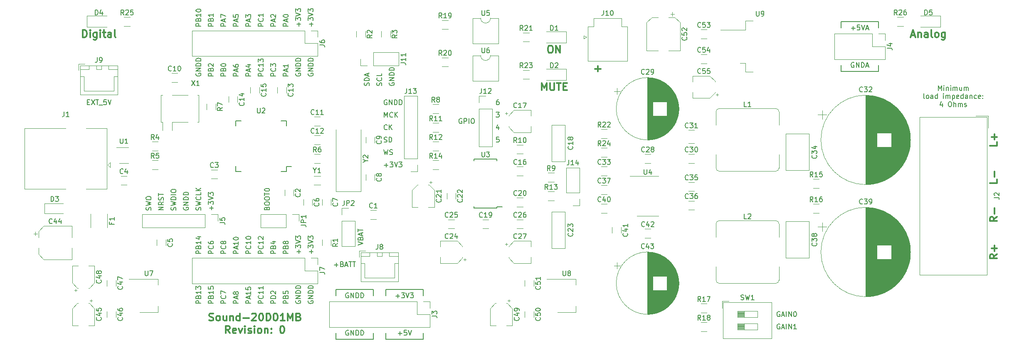
<source format=gbr>
G04 #@! TF.GenerationSoftware,KiCad,Pcbnew,5.0.2+dfsg1-1*
G04 #@! TF.CreationDate,2021-12-02T09:07:36+03:00*
G04 #@! TF.ProjectId,sound-20d01mb,736f756e-642d-4323-9064-30316d622e6b,0*
G04 #@! TF.SameCoordinates,Original*
G04 #@! TF.FileFunction,Legend,Top*
G04 #@! TF.FilePolarity,Positive*
%FSLAX46Y46*%
G04 Gerber Fmt 4.6, Leading zero omitted, Abs format (unit mm)*
G04 Created by KiCad (PCBNEW 5.0.2+dfsg1-1) date Thu 02 Dec 2021 09:07:36 AM MSK*
%MOMM*%
%LPD*%
G01*
G04 APERTURE LIST*
%ADD10C,0.150000*%
%ADD11C,0.300000*%
%ADD12C,0.200000*%
%ADD13C,0.120000*%
G04 APERTURE END LIST*
D10*
X64952857Y-77398571D02*
X65286190Y-77398571D01*
X65429047Y-77922380D02*
X64952857Y-77922380D01*
X64952857Y-76922380D01*
X65429047Y-76922380D01*
X65762380Y-76922380D02*
X66429047Y-77922380D01*
X66429047Y-76922380D02*
X65762380Y-77922380D01*
X66667142Y-76922380D02*
X67238571Y-76922380D01*
X66952857Y-77922380D02*
X66952857Y-76922380D01*
X67333809Y-78017619D02*
X68095714Y-78017619D01*
X68810000Y-76922380D02*
X68333809Y-76922380D01*
X68286190Y-77398571D01*
X68333809Y-77350952D01*
X68429047Y-77303333D01*
X68667142Y-77303333D01*
X68762380Y-77350952D01*
X68810000Y-77398571D01*
X68857619Y-77493809D01*
X68857619Y-77731904D01*
X68810000Y-77827142D01*
X68762380Y-77874761D01*
X68667142Y-77922380D01*
X68429047Y-77922380D01*
X68333809Y-77874761D01*
X68286190Y-77827142D01*
X69143333Y-76922380D02*
X69476666Y-77922380D01*
X69810000Y-76922380D01*
X101528571Y-99026071D02*
X101576190Y-98883214D01*
X101623809Y-98835595D01*
X101719047Y-98787976D01*
X101861904Y-98787976D01*
X101957142Y-98835595D01*
X102004761Y-98883214D01*
X102052380Y-98978452D01*
X102052380Y-99359404D01*
X101052380Y-99359404D01*
X101052380Y-99026071D01*
X101100000Y-98930833D01*
X101147619Y-98883214D01*
X101242857Y-98835595D01*
X101338095Y-98835595D01*
X101433333Y-98883214D01*
X101480952Y-98930833D01*
X101528571Y-99026071D01*
X101528571Y-99359404D01*
X101052380Y-98168928D02*
X101052380Y-97978452D01*
X101100000Y-97883214D01*
X101195238Y-97787976D01*
X101385714Y-97740357D01*
X101719047Y-97740357D01*
X101909523Y-97787976D01*
X102004761Y-97883214D01*
X102052380Y-97978452D01*
X102052380Y-98168928D01*
X102004761Y-98264166D01*
X101909523Y-98359404D01*
X101719047Y-98407023D01*
X101385714Y-98407023D01*
X101195238Y-98359404D01*
X101100000Y-98264166D01*
X101052380Y-98168928D01*
X101052380Y-97121309D02*
X101052380Y-96930833D01*
X101100000Y-96835595D01*
X101195238Y-96740357D01*
X101385714Y-96692738D01*
X101719047Y-96692738D01*
X101909523Y-96740357D01*
X102004761Y-96835595D01*
X102052380Y-96930833D01*
X102052380Y-97121309D01*
X102004761Y-97216547D01*
X101909523Y-97311785D01*
X101719047Y-97359404D01*
X101385714Y-97359404D01*
X101195238Y-97311785D01*
X101100000Y-97216547D01*
X101052380Y-97121309D01*
X101052380Y-96407023D02*
X101052380Y-95835595D01*
X102052380Y-96121309D02*
X101052380Y-96121309D01*
X101052380Y-95311785D02*
X101052380Y-95216547D01*
X101100000Y-95121309D01*
X101147619Y-95073690D01*
X101242857Y-95026071D01*
X101433333Y-94978452D01*
X101671428Y-94978452D01*
X101861904Y-95026071D01*
X101957142Y-95073690D01*
X102004761Y-95121309D01*
X102052380Y-95216547D01*
X102052380Y-95311785D01*
X102004761Y-95407023D01*
X101957142Y-95454642D01*
X101861904Y-95502261D01*
X101671428Y-95549880D01*
X101433333Y-95549880D01*
X101242857Y-95502261D01*
X101147619Y-95454642D01*
X101100000Y-95407023D01*
X101052380Y-95311785D01*
X120102380Y-106487261D02*
X121102380Y-106153928D01*
X120102380Y-105820595D01*
X120578571Y-105153928D02*
X120626190Y-105011071D01*
X120673809Y-104963452D01*
X120769047Y-104915833D01*
X120911904Y-104915833D01*
X121007142Y-104963452D01*
X121054761Y-105011071D01*
X121102380Y-105106309D01*
X121102380Y-105487261D01*
X120102380Y-105487261D01*
X120102380Y-105153928D01*
X120150000Y-105058690D01*
X120197619Y-105011071D01*
X120292857Y-104963452D01*
X120388095Y-104963452D01*
X120483333Y-105011071D01*
X120530952Y-105058690D01*
X120578571Y-105153928D01*
X120578571Y-105487261D01*
X120816666Y-104534880D02*
X120816666Y-104058690D01*
X121102380Y-104630119D02*
X120102380Y-104296785D01*
X121102380Y-103963452D01*
X120102380Y-103772976D02*
X120102380Y-103201547D01*
X121102380Y-103487261D02*
X120102380Y-103487261D01*
D11*
X168338571Y-70592142D02*
X169481428Y-70592142D01*
X168910000Y-71163571D02*
X168910000Y-70020714D01*
D10*
X238252380Y-75002380D02*
X238252380Y-74002380D01*
X238585714Y-74716666D01*
X238919047Y-74002380D01*
X238919047Y-75002380D01*
X239395238Y-75002380D02*
X239395238Y-74335714D01*
X239395238Y-74002380D02*
X239347619Y-74050000D01*
X239395238Y-74097619D01*
X239442857Y-74050000D01*
X239395238Y-74002380D01*
X239395238Y-74097619D01*
X239871428Y-74335714D02*
X239871428Y-75002380D01*
X239871428Y-74430952D02*
X239919047Y-74383333D01*
X240014285Y-74335714D01*
X240157142Y-74335714D01*
X240252380Y-74383333D01*
X240300000Y-74478571D01*
X240300000Y-75002380D01*
X240776190Y-75002380D02*
X240776190Y-74335714D01*
X240776190Y-74002380D02*
X240728571Y-74050000D01*
X240776190Y-74097619D01*
X240823809Y-74050000D01*
X240776190Y-74002380D01*
X240776190Y-74097619D01*
X241252380Y-75002380D02*
X241252380Y-74335714D01*
X241252380Y-74430952D02*
X241300000Y-74383333D01*
X241395238Y-74335714D01*
X241538095Y-74335714D01*
X241633333Y-74383333D01*
X241680952Y-74478571D01*
X241680952Y-75002380D01*
X241680952Y-74478571D02*
X241728571Y-74383333D01*
X241823809Y-74335714D01*
X241966666Y-74335714D01*
X242061904Y-74383333D01*
X242109523Y-74478571D01*
X242109523Y-75002380D01*
X243014285Y-74335714D02*
X243014285Y-75002380D01*
X242585714Y-74335714D02*
X242585714Y-74859523D01*
X242633333Y-74954761D01*
X242728571Y-75002380D01*
X242871428Y-75002380D01*
X242966666Y-74954761D01*
X243014285Y-74907142D01*
X243490476Y-75002380D02*
X243490476Y-74335714D01*
X243490476Y-74430952D02*
X243538095Y-74383333D01*
X243633333Y-74335714D01*
X243776190Y-74335714D01*
X243871428Y-74383333D01*
X243919047Y-74478571D01*
X243919047Y-75002380D01*
X243919047Y-74478571D02*
X243966666Y-74383333D01*
X244061904Y-74335714D01*
X244204761Y-74335714D01*
X244300000Y-74383333D01*
X244347619Y-74478571D01*
X244347619Y-75002380D01*
X235442857Y-76652380D02*
X235347619Y-76604761D01*
X235300000Y-76509523D01*
X235300000Y-75652380D01*
X235966666Y-76652380D02*
X235871428Y-76604761D01*
X235823809Y-76557142D01*
X235776190Y-76461904D01*
X235776190Y-76176190D01*
X235823809Y-76080952D01*
X235871428Y-76033333D01*
X235966666Y-75985714D01*
X236109523Y-75985714D01*
X236204761Y-76033333D01*
X236252380Y-76080952D01*
X236300000Y-76176190D01*
X236300000Y-76461904D01*
X236252380Y-76557142D01*
X236204761Y-76604761D01*
X236109523Y-76652380D01*
X235966666Y-76652380D01*
X237157142Y-76652380D02*
X237157142Y-76128571D01*
X237109523Y-76033333D01*
X237014285Y-75985714D01*
X236823809Y-75985714D01*
X236728571Y-76033333D01*
X237157142Y-76604761D02*
X237061904Y-76652380D01*
X236823809Y-76652380D01*
X236728571Y-76604761D01*
X236680952Y-76509523D01*
X236680952Y-76414285D01*
X236728571Y-76319047D01*
X236823809Y-76271428D01*
X237061904Y-76271428D01*
X237157142Y-76223809D01*
X238061904Y-76652380D02*
X238061904Y-75652380D01*
X238061904Y-76604761D02*
X237966666Y-76652380D01*
X237776190Y-76652380D01*
X237680952Y-76604761D01*
X237633333Y-76557142D01*
X237585714Y-76461904D01*
X237585714Y-76176190D01*
X237633333Y-76080952D01*
X237680952Y-76033333D01*
X237776190Y-75985714D01*
X237966666Y-75985714D01*
X238061904Y-76033333D01*
X239300000Y-76652380D02*
X239300000Y-75985714D01*
X239300000Y-75652380D02*
X239252380Y-75700000D01*
X239300000Y-75747619D01*
X239347619Y-75700000D01*
X239300000Y-75652380D01*
X239300000Y-75747619D01*
X239776190Y-76652380D02*
X239776190Y-75985714D01*
X239776190Y-76080952D02*
X239823809Y-76033333D01*
X239919047Y-75985714D01*
X240061904Y-75985714D01*
X240157142Y-76033333D01*
X240204761Y-76128571D01*
X240204761Y-76652380D01*
X240204761Y-76128571D02*
X240252380Y-76033333D01*
X240347619Y-75985714D01*
X240490476Y-75985714D01*
X240585714Y-76033333D01*
X240633333Y-76128571D01*
X240633333Y-76652380D01*
X241109523Y-75985714D02*
X241109523Y-76985714D01*
X241109523Y-76033333D02*
X241204761Y-75985714D01*
X241395238Y-75985714D01*
X241490476Y-76033333D01*
X241538095Y-76080952D01*
X241585714Y-76176190D01*
X241585714Y-76461904D01*
X241538095Y-76557142D01*
X241490476Y-76604761D01*
X241395238Y-76652380D01*
X241204761Y-76652380D01*
X241109523Y-76604761D01*
X242395238Y-76604761D02*
X242300000Y-76652380D01*
X242109523Y-76652380D01*
X242014285Y-76604761D01*
X241966666Y-76509523D01*
X241966666Y-76128571D01*
X242014285Y-76033333D01*
X242109523Y-75985714D01*
X242300000Y-75985714D01*
X242395238Y-76033333D01*
X242442857Y-76128571D01*
X242442857Y-76223809D01*
X241966666Y-76319047D01*
X243300000Y-76652380D02*
X243300000Y-75652380D01*
X243300000Y-76604761D02*
X243204761Y-76652380D01*
X243014285Y-76652380D01*
X242919047Y-76604761D01*
X242871428Y-76557142D01*
X242823809Y-76461904D01*
X242823809Y-76176190D01*
X242871428Y-76080952D01*
X242919047Y-76033333D01*
X243014285Y-75985714D01*
X243204761Y-75985714D01*
X243300000Y-76033333D01*
X244204761Y-76652380D02*
X244204761Y-76128571D01*
X244157142Y-76033333D01*
X244061904Y-75985714D01*
X243871428Y-75985714D01*
X243776190Y-76033333D01*
X244204761Y-76604761D02*
X244109523Y-76652380D01*
X243871428Y-76652380D01*
X243776190Y-76604761D01*
X243728571Y-76509523D01*
X243728571Y-76414285D01*
X243776190Y-76319047D01*
X243871428Y-76271428D01*
X244109523Y-76271428D01*
X244204761Y-76223809D01*
X244680952Y-75985714D02*
X244680952Y-76652380D01*
X244680952Y-76080952D02*
X244728571Y-76033333D01*
X244823809Y-75985714D01*
X244966666Y-75985714D01*
X245061904Y-76033333D01*
X245109523Y-76128571D01*
X245109523Y-76652380D01*
X246014285Y-76604761D02*
X245919047Y-76652380D01*
X245728571Y-76652380D01*
X245633333Y-76604761D01*
X245585714Y-76557142D01*
X245538095Y-76461904D01*
X245538095Y-76176190D01*
X245585714Y-76080952D01*
X245633333Y-76033333D01*
X245728571Y-75985714D01*
X245919047Y-75985714D01*
X246014285Y-76033333D01*
X246823809Y-76604761D02*
X246728571Y-76652380D01*
X246538095Y-76652380D01*
X246442857Y-76604761D01*
X246395238Y-76509523D01*
X246395238Y-76128571D01*
X246442857Y-76033333D01*
X246538095Y-75985714D01*
X246728571Y-75985714D01*
X246823809Y-76033333D01*
X246871428Y-76128571D01*
X246871428Y-76223809D01*
X246395238Y-76319047D01*
X247300000Y-76557142D02*
X247347619Y-76604761D01*
X247300000Y-76652380D01*
X247252380Y-76604761D01*
X247300000Y-76557142D01*
X247300000Y-76652380D01*
X247300000Y-76033333D02*
X247347619Y-76080952D01*
X247300000Y-76128571D01*
X247252380Y-76080952D01*
X247300000Y-76033333D01*
X247300000Y-76128571D01*
X239061904Y-77635714D02*
X239061904Y-78302380D01*
X238823809Y-77254761D02*
X238585714Y-77969047D01*
X239204761Y-77969047D01*
X240538095Y-77302380D02*
X240728571Y-77302380D01*
X240823809Y-77350000D01*
X240919047Y-77445238D01*
X240966666Y-77635714D01*
X240966666Y-77969047D01*
X240919047Y-78159523D01*
X240823809Y-78254761D01*
X240728571Y-78302380D01*
X240538095Y-78302380D01*
X240442857Y-78254761D01*
X240347619Y-78159523D01*
X240300000Y-77969047D01*
X240300000Y-77635714D01*
X240347619Y-77445238D01*
X240442857Y-77350000D01*
X240538095Y-77302380D01*
X241395238Y-78302380D02*
X241395238Y-77302380D01*
X241823809Y-78302380D02*
X241823809Y-77778571D01*
X241776190Y-77683333D01*
X241680952Y-77635714D01*
X241538095Y-77635714D01*
X241442857Y-77683333D01*
X241395238Y-77730952D01*
X242300000Y-78302380D02*
X242300000Y-77635714D01*
X242300000Y-77730952D02*
X242347619Y-77683333D01*
X242442857Y-77635714D01*
X242585714Y-77635714D01*
X242680952Y-77683333D01*
X242728571Y-77778571D01*
X242728571Y-78302380D01*
X242728571Y-77778571D02*
X242776190Y-77683333D01*
X242871428Y-77635714D01*
X243014285Y-77635714D01*
X243109523Y-77683333D01*
X243157142Y-77778571D01*
X243157142Y-78302380D01*
X243585714Y-78254761D02*
X243680952Y-78302380D01*
X243871428Y-78302380D01*
X243966666Y-78254761D01*
X244014285Y-78159523D01*
X244014285Y-78111904D01*
X243966666Y-78016666D01*
X243871428Y-77969047D01*
X243728571Y-77969047D01*
X243633333Y-77921428D01*
X243585714Y-77826190D01*
X243585714Y-77778571D01*
X243633333Y-77683333D01*
X243728571Y-77635714D01*
X243871428Y-77635714D01*
X243966666Y-77683333D01*
X125430595Y-90241428D02*
X126192500Y-90241428D01*
X125811547Y-90622380D02*
X125811547Y-89860476D01*
X126573452Y-89622380D02*
X127192500Y-89622380D01*
X126859166Y-90003333D01*
X127002023Y-90003333D01*
X127097261Y-90050952D01*
X127144880Y-90098571D01*
X127192500Y-90193809D01*
X127192500Y-90431904D01*
X127144880Y-90527142D01*
X127097261Y-90574761D01*
X127002023Y-90622380D01*
X126716309Y-90622380D01*
X126621071Y-90574761D01*
X126573452Y-90527142D01*
X127478214Y-89622380D02*
X127811547Y-90622380D01*
X128144880Y-89622380D01*
X128382976Y-89622380D02*
X129002023Y-89622380D01*
X128668690Y-90003333D01*
X128811547Y-90003333D01*
X128906785Y-90050952D01*
X128954404Y-90098571D01*
X129002023Y-90193809D01*
X129002023Y-90431904D01*
X128954404Y-90527142D01*
X128906785Y-90574761D01*
X128811547Y-90622380D01*
X128525833Y-90622380D01*
X128430595Y-90574761D01*
X128382976Y-90527142D01*
X125430595Y-80462380D02*
X125430595Y-79462380D01*
X125763928Y-80176666D01*
X126097261Y-79462380D01*
X126097261Y-80462380D01*
X127144880Y-80367142D02*
X127097261Y-80414761D01*
X126954404Y-80462380D01*
X126859166Y-80462380D01*
X126716309Y-80414761D01*
X126621071Y-80319523D01*
X126573452Y-80224285D01*
X126525833Y-80033809D01*
X126525833Y-79890952D01*
X126573452Y-79700476D01*
X126621071Y-79605238D01*
X126716309Y-79510000D01*
X126859166Y-79462380D01*
X126954404Y-79462380D01*
X127097261Y-79510000D01*
X127144880Y-79557619D01*
X127573452Y-80462380D02*
X127573452Y-79462380D01*
X128144880Y-80462380D02*
X127716309Y-79890952D01*
X128144880Y-79462380D02*
X127573452Y-80033809D01*
X125954404Y-76970000D02*
X125859166Y-76922380D01*
X125716309Y-76922380D01*
X125573452Y-76970000D01*
X125478214Y-77065238D01*
X125430595Y-77160476D01*
X125382976Y-77350952D01*
X125382976Y-77493809D01*
X125430595Y-77684285D01*
X125478214Y-77779523D01*
X125573452Y-77874761D01*
X125716309Y-77922380D01*
X125811547Y-77922380D01*
X125954404Y-77874761D01*
X126002023Y-77827142D01*
X126002023Y-77493809D01*
X125811547Y-77493809D01*
X126430595Y-77922380D02*
X126430595Y-76922380D01*
X127002023Y-77922380D01*
X127002023Y-76922380D01*
X127478214Y-77922380D02*
X127478214Y-76922380D01*
X127716309Y-76922380D01*
X127859166Y-76970000D01*
X127954404Y-77065238D01*
X128002023Y-77160476D01*
X128049642Y-77350952D01*
X128049642Y-77493809D01*
X128002023Y-77684285D01*
X127954404Y-77779523D01*
X127859166Y-77874761D01*
X127716309Y-77922380D01*
X127478214Y-77922380D01*
X128478214Y-77922380D02*
X128478214Y-76922380D01*
X128716309Y-76922380D01*
X128859166Y-76970000D01*
X128954404Y-77065238D01*
X129002023Y-77160476D01*
X129049642Y-77350952D01*
X129049642Y-77493809D01*
X129002023Y-77684285D01*
X128954404Y-77779523D01*
X128859166Y-77874761D01*
X128716309Y-77922380D01*
X128478214Y-77922380D01*
X125335357Y-87082380D02*
X125573452Y-88082380D01*
X125763928Y-87368095D01*
X125954404Y-88082380D01*
X126192500Y-87082380D01*
X126525833Y-88034761D02*
X126668690Y-88082380D01*
X126906785Y-88082380D01*
X127002023Y-88034761D01*
X127049642Y-87987142D01*
X127097261Y-87891904D01*
X127097261Y-87796666D01*
X127049642Y-87701428D01*
X127002023Y-87653809D01*
X126906785Y-87606190D01*
X126716309Y-87558571D01*
X126621071Y-87510952D01*
X126573452Y-87463333D01*
X126525833Y-87368095D01*
X126525833Y-87272857D01*
X126573452Y-87177619D01*
X126621071Y-87130000D01*
X126716309Y-87082380D01*
X126954404Y-87082380D01*
X127097261Y-87130000D01*
X125382976Y-85494761D02*
X125525833Y-85542380D01*
X125763928Y-85542380D01*
X125859166Y-85494761D01*
X125906785Y-85447142D01*
X125954404Y-85351904D01*
X125954404Y-85256666D01*
X125906785Y-85161428D01*
X125859166Y-85113809D01*
X125763928Y-85066190D01*
X125573452Y-85018571D01*
X125478214Y-84970952D01*
X125430595Y-84923333D01*
X125382976Y-84828095D01*
X125382976Y-84732857D01*
X125430595Y-84637619D01*
X125478214Y-84590000D01*
X125573452Y-84542380D01*
X125811547Y-84542380D01*
X125954404Y-84590000D01*
X126382976Y-85542380D02*
X126382976Y-84542380D01*
X126621071Y-84542380D01*
X126763928Y-84590000D01*
X126859166Y-84685238D01*
X126906785Y-84780476D01*
X126954404Y-84970952D01*
X126954404Y-85113809D01*
X126906785Y-85304285D01*
X126859166Y-85399523D01*
X126763928Y-85494761D01*
X126621071Y-85542380D01*
X126382976Y-85542380D01*
X126002023Y-82907142D02*
X125954404Y-82954761D01*
X125811547Y-83002380D01*
X125716309Y-83002380D01*
X125573452Y-82954761D01*
X125478214Y-82859523D01*
X125430595Y-82764285D01*
X125382976Y-82573809D01*
X125382976Y-82430952D01*
X125430595Y-82240476D01*
X125478214Y-82145238D01*
X125573452Y-82050000D01*
X125716309Y-82002380D01*
X125811547Y-82002380D01*
X125954404Y-82050000D01*
X126002023Y-82097619D01*
X126430595Y-83002380D02*
X126430595Y-82002380D01*
X127002023Y-83002380D02*
X126573452Y-82430952D01*
X127002023Y-82002380D02*
X126430595Y-82573809D01*
D11*
X250233571Y-93174285D02*
X250233571Y-93888571D01*
X248733571Y-93888571D01*
X249662142Y-92674285D02*
X249662142Y-91531428D01*
X250233571Y-100794285D02*
X249519285Y-101294285D01*
X250233571Y-101651428D02*
X248733571Y-101651428D01*
X248733571Y-101080000D01*
X248805000Y-100937142D01*
X248876428Y-100865714D01*
X249019285Y-100794285D01*
X249233571Y-100794285D01*
X249376428Y-100865714D01*
X249447857Y-100937142D01*
X249519285Y-101080000D01*
X249519285Y-101651428D01*
X249662142Y-100151428D02*
X249662142Y-99008571D01*
X250233571Y-108414285D02*
X249519285Y-108914285D01*
X250233571Y-109271428D02*
X248733571Y-109271428D01*
X248733571Y-108700000D01*
X248805000Y-108557142D01*
X248876428Y-108485714D01*
X249019285Y-108414285D01*
X249233571Y-108414285D01*
X249376428Y-108485714D01*
X249447857Y-108557142D01*
X249519285Y-108700000D01*
X249519285Y-109271428D01*
X249662142Y-107771428D02*
X249662142Y-106628571D01*
X250233571Y-107200000D02*
X249090714Y-107200000D01*
X250233571Y-85554285D02*
X250233571Y-86268571D01*
X248733571Y-86268571D01*
X249662142Y-85054285D02*
X249662142Y-83911428D01*
X250233571Y-84482857D02*
X249090714Y-84482857D01*
D10*
X122324761Y-74007023D02*
X122372380Y-73864166D01*
X122372380Y-73626071D01*
X122324761Y-73530833D01*
X122277142Y-73483214D01*
X122181904Y-73435595D01*
X122086666Y-73435595D01*
X121991428Y-73483214D01*
X121943809Y-73530833D01*
X121896190Y-73626071D01*
X121848571Y-73816547D01*
X121800952Y-73911785D01*
X121753333Y-73959404D01*
X121658095Y-74007023D01*
X121562857Y-74007023D01*
X121467619Y-73959404D01*
X121420000Y-73911785D01*
X121372380Y-73816547D01*
X121372380Y-73578452D01*
X121420000Y-73435595D01*
X122372380Y-73007023D02*
X121372380Y-73007023D01*
X121372380Y-72768928D01*
X121420000Y-72626071D01*
X121515238Y-72530833D01*
X121610476Y-72483214D01*
X121800952Y-72435595D01*
X121943809Y-72435595D01*
X122134285Y-72483214D01*
X122229523Y-72530833D01*
X122324761Y-72626071D01*
X122372380Y-72768928D01*
X122372380Y-73007023D01*
X122086666Y-72054642D02*
X122086666Y-71578452D01*
X122372380Y-72149880D02*
X121372380Y-71816547D01*
X122372380Y-71483214D01*
X124864761Y-74007023D02*
X124912380Y-73864166D01*
X124912380Y-73626071D01*
X124864761Y-73530833D01*
X124817142Y-73483214D01*
X124721904Y-73435595D01*
X124626666Y-73435595D01*
X124531428Y-73483214D01*
X124483809Y-73530833D01*
X124436190Y-73626071D01*
X124388571Y-73816547D01*
X124340952Y-73911785D01*
X124293333Y-73959404D01*
X124198095Y-74007023D01*
X124102857Y-74007023D01*
X124007619Y-73959404D01*
X123960000Y-73911785D01*
X123912380Y-73816547D01*
X123912380Y-73578452D01*
X123960000Y-73435595D01*
X124817142Y-72435595D02*
X124864761Y-72483214D01*
X124912380Y-72626071D01*
X124912380Y-72721309D01*
X124864761Y-72864166D01*
X124769523Y-72959404D01*
X124674285Y-73007023D01*
X124483809Y-73054642D01*
X124340952Y-73054642D01*
X124150476Y-73007023D01*
X124055238Y-72959404D01*
X123960000Y-72864166D01*
X123912380Y-72721309D01*
X123912380Y-72626071D01*
X123960000Y-72483214D01*
X124007619Y-72435595D01*
X124912380Y-71530833D02*
X124912380Y-72007023D01*
X123912380Y-72007023D01*
X126500000Y-73435595D02*
X126452380Y-73530833D01*
X126452380Y-73673690D01*
X126500000Y-73816547D01*
X126595238Y-73911785D01*
X126690476Y-73959404D01*
X126880952Y-74007023D01*
X127023809Y-74007023D01*
X127214285Y-73959404D01*
X127309523Y-73911785D01*
X127404761Y-73816547D01*
X127452380Y-73673690D01*
X127452380Y-73578452D01*
X127404761Y-73435595D01*
X127357142Y-73387976D01*
X127023809Y-73387976D01*
X127023809Y-73578452D01*
X127452380Y-72959404D02*
X126452380Y-72959404D01*
X127452380Y-72387976D01*
X126452380Y-72387976D01*
X127452380Y-71911785D02*
X126452380Y-71911785D01*
X126452380Y-71673690D01*
X126500000Y-71530833D01*
X126595238Y-71435595D01*
X126690476Y-71387976D01*
X126880952Y-71340357D01*
X127023809Y-71340357D01*
X127214285Y-71387976D01*
X127309523Y-71435595D01*
X127404761Y-71530833D01*
X127452380Y-71673690D01*
X127452380Y-71911785D01*
X127452380Y-70911785D02*
X126452380Y-70911785D01*
X126452380Y-70673690D01*
X126500000Y-70530833D01*
X126595238Y-70435595D01*
X126690476Y-70387976D01*
X126880952Y-70340357D01*
X127023809Y-70340357D01*
X127214285Y-70387976D01*
X127309523Y-70435595D01*
X127404761Y-70530833D01*
X127452380Y-70673690D01*
X127452380Y-70911785D01*
X90622380Y-61894404D02*
X89622380Y-61894404D01*
X89622380Y-61513452D01*
X89670000Y-61418214D01*
X89717619Y-61370595D01*
X89812857Y-61322976D01*
X89955714Y-61322976D01*
X90050952Y-61370595D01*
X90098571Y-61418214D01*
X90146190Y-61513452D01*
X90146190Y-61894404D01*
X90098571Y-60561071D02*
X90146190Y-60418214D01*
X90193809Y-60370595D01*
X90289047Y-60322976D01*
X90431904Y-60322976D01*
X90527142Y-60370595D01*
X90574761Y-60418214D01*
X90622380Y-60513452D01*
X90622380Y-60894404D01*
X89622380Y-60894404D01*
X89622380Y-60561071D01*
X89670000Y-60465833D01*
X89717619Y-60418214D01*
X89812857Y-60370595D01*
X89908095Y-60370595D01*
X90003333Y-60418214D01*
X90050952Y-60465833D01*
X90098571Y-60561071D01*
X90098571Y-60894404D01*
X90622380Y-59370595D02*
X90622380Y-59942023D01*
X90622380Y-59656309D02*
X89622380Y-59656309D01*
X89765238Y-59751547D01*
X89860476Y-59846785D01*
X89908095Y-59942023D01*
X93162380Y-61894404D02*
X92162380Y-61894404D01*
X92162380Y-61513452D01*
X92210000Y-61418214D01*
X92257619Y-61370595D01*
X92352857Y-61322976D01*
X92495714Y-61322976D01*
X92590952Y-61370595D01*
X92638571Y-61418214D01*
X92686190Y-61513452D01*
X92686190Y-61894404D01*
X92876666Y-60942023D02*
X92876666Y-60465833D01*
X93162380Y-61037261D02*
X92162380Y-60703928D01*
X93162380Y-60370595D01*
X92162380Y-60132500D02*
X92162380Y-59465833D01*
X93162380Y-59894404D01*
X95702380Y-61894404D02*
X94702380Y-61894404D01*
X94702380Y-61513452D01*
X94750000Y-61418214D01*
X94797619Y-61370595D01*
X94892857Y-61322976D01*
X95035714Y-61322976D01*
X95130952Y-61370595D01*
X95178571Y-61418214D01*
X95226190Y-61513452D01*
X95226190Y-61894404D01*
X95416666Y-60942023D02*
X95416666Y-60465833D01*
X95702380Y-61037261D02*
X94702380Y-60703928D01*
X95702380Y-60370595D01*
X94702380Y-59561071D02*
X94702380Y-60037261D01*
X95178571Y-60084880D01*
X95130952Y-60037261D01*
X95083333Y-59942023D01*
X95083333Y-59703928D01*
X95130952Y-59608690D01*
X95178571Y-59561071D01*
X95273809Y-59513452D01*
X95511904Y-59513452D01*
X95607142Y-59561071D01*
X95654761Y-59608690D01*
X95702380Y-59703928D01*
X95702380Y-59942023D01*
X95654761Y-60037261D01*
X95607142Y-60084880D01*
X98242380Y-61894404D02*
X97242380Y-61894404D01*
X97242380Y-61513452D01*
X97290000Y-61418214D01*
X97337619Y-61370595D01*
X97432857Y-61322976D01*
X97575714Y-61322976D01*
X97670952Y-61370595D01*
X97718571Y-61418214D01*
X97766190Y-61513452D01*
X97766190Y-61894404D01*
X97956666Y-60942023D02*
X97956666Y-60465833D01*
X98242380Y-61037261D02*
X97242380Y-60703928D01*
X98242380Y-60370595D01*
X97242380Y-60132500D02*
X97242380Y-59513452D01*
X97623333Y-59846785D01*
X97623333Y-59703928D01*
X97670952Y-59608690D01*
X97718571Y-59561071D01*
X97813809Y-59513452D01*
X98051904Y-59513452D01*
X98147142Y-59561071D01*
X98194761Y-59608690D01*
X98242380Y-59703928D01*
X98242380Y-59989642D01*
X98194761Y-60084880D01*
X98147142Y-60132500D01*
X105862380Y-72054404D02*
X104862380Y-72054404D01*
X104862380Y-71673452D01*
X104910000Y-71578214D01*
X104957619Y-71530595D01*
X105052857Y-71482976D01*
X105195714Y-71482976D01*
X105290952Y-71530595D01*
X105338571Y-71578214D01*
X105386190Y-71673452D01*
X105386190Y-72054404D01*
X105576666Y-71102023D02*
X105576666Y-70625833D01*
X105862380Y-71197261D02*
X104862380Y-70863928D01*
X105862380Y-70530595D01*
X105862380Y-69673452D02*
X105862380Y-70244880D01*
X105862380Y-69959166D02*
X104862380Y-69959166D01*
X105005238Y-70054404D01*
X105100476Y-70149642D01*
X105148095Y-70244880D01*
X103322380Y-72054404D02*
X102322380Y-72054404D01*
X102322380Y-71673452D01*
X102370000Y-71578214D01*
X102417619Y-71530595D01*
X102512857Y-71482976D01*
X102655714Y-71482976D01*
X102750952Y-71530595D01*
X102798571Y-71578214D01*
X102846190Y-71673452D01*
X102846190Y-72054404D01*
X103227142Y-70482976D02*
X103274761Y-70530595D01*
X103322380Y-70673452D01*
X103322380Y-70768690D01*
X103274761Y-70911547D01*
X103179523Y-71006785D01*
X103084285Y-71054404D01*
X102893809Y-71102023D01*
X102750952Y-71102023D01*
X102560476Y-71054404D01*
X102465238Y-71006785D01*
X102370000Y-70911547D01*
X102322380Y-70768690D01*
X102322380Y-70673452D01*
X102370000Y-70530595D01*
X102417619Y-70482976D01*
X102322380Y-70149642D02*
X102322380Y-69530595D01*
X102703333Y-69863928D01*
X102703333Y-69721071D01*
X102750952Y-69625833D01*
X102798571Y-69578214D01*
X102893809Y-69530595D01*
X103131904Y-69530595D01*
X103227142Y-69578214D01*
X103274761Y-69625833D01*
X103322380Y-69721071D01*
X103322380Y-70006785D01*
X103274761Y-70102023D01*
X103227142Y-70149642D01*
X100782380Y-72054404D02*
X99782380Y-72054404D01*
X99782380Y-71673452D01*
X99830000Y-71578214D01*
X99877619Y-71530595D01*
X99972857Y-71482976D01*
X100115714Y-71482976D01*
X100210952Y-71530595D01*
X100258571Y-71578214D01*
X100306190Y-71673452D01*
X100306190Y-72054404D01*
X100687142Y-70482976D02*
X100734761Y-70530595D01*
X100782380Y-70673452D01*
X100782380Y-70768690D01*
X100734761Y-70911547D01*
X100639523Y-71006785D01*
X100544285Y-71054404D01*
X100353809Y-71102023D01*
X100210952Y-71102023D01*
X100020476Y-71054404D01*
X99925238Y-71006785D01*
X99830000Y-70911547D01*
X99782380Y-70768690D01*
X99782380Y-70673452D01*
X99830000Y-70530595D01*
X99877619Y-70482976D01*
X100782380Y-69530595D02*
X100782380Y-70102023D01*
X100782380Y-69816309D02*
X99782380Y-69816309D01*
X99925238Y-69911547D01*
X100020476Y-70006785D01*
X100068095Y-70102023D01*
X99782380Y-69197261D02*
X99782380Y-68578214D01*
X100163333Y-68911547D01*
X100163333Y-68768690D01*
X100210952Y-68673452D01*
X100258571Y-68625833D01*
X100353809Y-68578214D01*
X100591904Y-68578214D01*
X100687142Y-68625833D01*
X100734761Y-68673452D01*
X100782380Y-68768690D01*
X100782380Y-69054404D01*
X100734761Y-69149642D01*
X100687142Y-69197261D01*
X108021428Y-61894404D02*
X108021428Y-61132500D01*
X108402380Y-61513452D02*
X107640476Y-61513452D01*
X107402380Y-60751547D02*
X107402380Y-60132500D01*
X107783333Y-60465833D01*
X107783333Y-60322976D01*
X107830952Y-60227738D01*
X107878571Y-60180119D01*
X107973809Y-60132500D01*
X108211904Y-60132500D01*
X108307142Y-60180119D01*
X108354761Y-60227738D01*
X108402380Y-60322976D01*
X108402380Y-60608690D01*
X108354761Y-60703928D01*
X108307142Y-60751547D01*
X107402380Y-59846785D02*
X108402380Y-59513452D01*
X107402380Y-59180119D01*
X107402380Y-58942023D02*
X107402380Y-58322976D01*
X107783333Y-58656309D01*
X107783333Y-58513452D01*
X107830952Y-58418214D01*
X107878571Y-58370595D01*
X107973809Y-58322976D01*
X108211904Y-58322976D01*
X108307142Y-58370595D01*
X108354761Y-58418214D01*
X108402380Y-58513452D01*
X108402380Y-58799166D01*
X108354761Y-58894404D01*
X108307142Y-58942023D01*
X110561428Y-61894404D02*
X110561428Y-61132500D01*
X110942380Y-61513452D02*
X110180476Y-61513452D01*
X109942380Y-60751547D02*
X109942380Y-60132500D01*
X110323333Y-60465833D01*
X110323333Y-60322976D01*
X110370952Y-60227738D01*
X110418571Y-60180119D01*
X110513809Y-60132500D01*
X110751904Y-60132500D01*
X110847142Y-60180119D01*
X110894761Y-60227738D01*
X110942380Y-60322976D01*
X110942380Y-60608690D01*
X110894761Y-60703928D01*
X110847142Y-60751547D01*
X109942380Y-59846785D02*
X110942380Y-59513452D01*
X109942380Y-59180119D01*
X109942380Y-58942023D02*
X109942380Y-58322976D01*
X110323333Y-58656309D01*
X110323333Y-58513452D01*
X110370952Y-58418214D01*
X110418571Y-58370595D01*
X110513809Y-58322976D01*
X110751904Y-58322976D01*
X110847142Y-58370595D01*
X110894761Y-58418214D01*
X110942380Y-58513452D01*
X110942380Y-58799166D01*
X110894761Y-58894404D01*
X110847142Y-58942023D01*
X90622380Y-72054404D02*
X89622380Y-72054404D01*
X89622380Y-71673452D01*
X89670000Y-71578214D01*
X89717619Y-71530595D01*
X89812857Y-71482976D01*
X89955714Y-71482976D01*
X90050952Y-71530595D01*
X90098571Y-71578214D01*
X90146190Y-71673452D01*
X90146190Y-72054404D01*
X90098571Y-70721071D02*
X90146190Y-70578214D01*
X90193809Y-70530595D01*
X90289047Y-70482976D01*
X90431904Y-70482976D01*
X90527142Y-70530595D01*
X90574761Y-70578214D01*
X90622380Y-70673452D01*
X90622380Y-71054404D01*
X89622380Y-71054404D01*
X89622380Y-70721071D01*
X89670000Y-70625833D01*
X89717619Y-70578214D01*
X89812857Y-70530595D01*
X89908095Y-70530595D01*
X90003333Y-70578214D01*
X90050952Y-70625833D01*
X90098571Y-70721071D01*
X90098571Y-71054404D01*
X89717619Y-70102023D02*
X89670000Y-70054404D01*
X89622380Y-69959166D01*
X89622380Y-69721071D01*
X89670000Y-69625833D01*
X89717619Y-69578214D01*
X89812857Y-69530595D01*
X89908095Y-69530595D01*
X90050952Y-69578214D01*
X90622380Y-70149642D01*
X90622380Y-69530595D01*
X93162380Y-72054404D02*
X92162380Y-72054404D01*
X92162380Y-71673452D01*
X92210000Y-71578214D01*
X92257619Y-71530595D01*
X92352857Y-71482976D01*
X92495714Y-71482976D01*
X92590952Y-71530595D01*
X92638571Y-71578214D01*
X92686190Y-71673452D01*
X92686190Y-72054404D01*
X92638571Y-70721071D02*
X92686190Y-70578214D01*
X92733809Y-70530595D01*
X92829047Y-70482976D01*
X92971904Y-70482976D01*
X93067142Y-70530595D01*
X93114761Y-70578214D01*
X93162380Y-70673452D01*
X93162380Y-71054404D01*
X92162380Y-71054404D01*
X92162380Y-70721071D01*
X92210000Y-70625833D01*
X92257619Y-70578214D01*
X92352857Y-70530595D01*
X92448095Y-70530595D01*
X92543333Y-70578214D01*
X92590952Y-70625833D01*
X92638571Y-70721071D01*
X92638571Y-71054404D01*
X92162380Y-69863928D02*
X92162380Y-69768690D01*
X92210000Y-69673452D01*
X92257619Y-69625833D01*
X92352857Y-69578214D01*
X92543333Y-69530595D01*
X92781428Y-69530595D01*
X92971904Y-69578214D01*
X93067142Y-69625833D01*
X93114761Y-69673452D01*
X93162380Y-69768690D01*
X93162380Y-69863928D01*
X93114761Y-69959166D01*
X93067142Y-70006785D01*
X92971904Y-70054404D01*
X92781428Y-70102023D01*
X92543333Y-70102023D01*
X92352857Y-70054404D01*
X92257619Y-70006785D01*
X92210000Y-69959166D01*
X92162380Y-69863928D01*
X95702380Y-72054404D02*
X94702380Y-72054404D01*
X94702380Y-71673452D01*
X94750000Y-71578214D01*
X94797619Y-71530595D01*
X94892857Y-71482976D01*
X95035714Y-71482976D01*
X95130952Y-71530595D01*
X95178571Y-71578214D01*
X95226190Y-71673452D01*
X95226190Y-72054404D01*
X95416666Y-71102023D02*
X95416666Y-70625833D01*
X95702380Y-71197261D02*
X94702380Y-70863928D01*
X95702380Y-70530595D01*
X94702380Y-69768690D02*
X94702380Y-69959166D01*
X94750000Y-70054404D01*
X94797619Y-70102023D01*
X94940476Y-70197261D01*
X95130952Y-70244880D01*
X95511904Y-70244880D01*
X95607142Y-70197261D01*
X95654761Y-70149642D01*
X95702380Y-70054404D01*
X95702380Y-69863928D01*
X95654761Y-69768690D01*
X95607142Y-69721071D01*
X95511904Y-69673452D01*
X95273809Y-69673452D01*
X95178571Y-69721071D01*
X95130952Y-69768690D01*
X95083333Y-69863928D01*
X95083333Y-70054404D01*
X95130952Y-70149642D01*
X95178571Y-70197261D01*
X95273809Y-70244880D01*
X98242380Y-72054404D02*
X97242380Y-72054404D01*
X97242380Y-71673452D01*
X97290000Y-71578214D01*
X97337619Y-71530595D01*
X97432857Y-71482976D01*
X97575714Y-71482976D01*
X97670952Y-71530595D01*
X97718571Y-71578214D01*
X97766190Y-71673452D01*
X97766190Y-72054404D01*
X97956666Y-71102023D02*
X97956666Y-70625833D01*
X98242380Y-71197261D02*
X97242380Y-70863928D01*
X98242380Y-70530595D01*
X97575714Y-69768690D02*
X98242380Y-69768690D01*
X97194761Y-70006785D02*
X97909047Y-70244880D01*
X97909047Y-69625833D01*
X103322380Y-61894404D02*
X102322380Y-61894404D01*
X102322380Y-61513452D01*
X102370000Y-61418214D01*
X102417619Y-61370595D01*
X102512857Y-61322976D01*
X102655714Y-61322976D01*
X102750952Y-61370595D01*
X102798571Y-61418214D01*
X102846190Y-61513452D01*
X102846190Y-61894404D01*
X103036666Y-60942023D02*
X103036666Y-60465833D01*
X103322380Y-61037261D02*
X102322380Y-60703928D01*
X103322380Y-60370595D01*
X102417619Y-60084880D02*
X102370000Y-60037261D01*
X102322380Y-59942023D01*
X102322380Y-59703928D01*
X102370000Y-59608690D01*
X102417619Y-59561071D01*
X102512857Y-59513452D01*
X102608095Y-59513452D01*
X102750952Y-59561071D01*
X103322380Y-60132500D01*
X103322380Y-59513452D01*
X105862380Y-61894404D02*
X104862380Y-61894404D01*
X104862380Y-61513452D01*
X104910000Y-61418214D01*
X104957619Y-61370595D01*
X105052857Y-61322976D01*
X105195714Y-61322976D01*
X105290952Y-61370595D01*
X105338571Y-61418214D01*
X105386190Y-61513452D01*
X105386190Y-61894404D01*
X105576666Y-60942023D02*
X105576666Y-60465833D01*
X105862380Y-61037261D02*
X104862380Y-60703928D01*
X105862380Y-60370595D01*
X104862380Y-59846785D02*
X104862380Y-59751547D01*
X104910000Y-59656309D01*
X104957619Y-59608690D01*
X105052857Y-59561071D01*
X105243333Y-59513452D01*
X105481428Y-59513452D01*
X105671904Y-59561071D01*
X105767142Y-59608690D01*
X105814761Y-59656309D01*
X105862380Y-59751547D01*
X105862380Y-59846785D01*
X105814761Y-59942023D01*
X105767142Y-59989642D01*
X105671904Y-60037261D01*
X105481428Y-60084880D01*
X105243333Y-60084880D01*
X105052857Y-60037261D01*
X104957619Y-59989642D01*
X104910000Y-59942023D01*
X104862380Y-59846785D01*
X107450000Y-71530595D02*
X107402380Y-71625833D01*
X107402380Y-71768690D01*
X107450000Y-71911547D01*
X107545238Y-72006785D01*
X107640476Y-72054404D01*
X107830952Y-72102023D01*
X107973809Y-72102023D01*
X108164285Y-72054404D01*
X108259523Y-72006785D01*
X108354761Y-71911547D01*
X108402380Y-71768690D01*
X108402380Y-71673452D01*
X108354761Y-71530595D01*
X108307142Y-71482976D01*
X107973809Y-71482976D01*
X107973809Y-71673452D01*
X108402380Y-71054404D02*
X107402380Y-71054404D01*
X108402380Y-70482976D01*
X107402380Y-70482976D01*
X108402380Y-70006785D02*
X107402380Y-70006785D01*
X107402380Y-69768690D01*
X107450000Y-69625833D01*
X107545238Y-69530595D01*
X107640476Y-69482976D01*
X107830952Y-69435357D01*
X107973809Y-69435357D01*
X108164285Y-69482976D01*
X108259523Y-69530595D01*
X108354761Y-69625833D01*
X108402380Y-69768690D01*
X108402380Y-70006785D01*
X108402380Y-69006785D02*
X107402380Y-69006785D01*
X107402380Y-68768690D01*
X107450000Y-68625833D01*
X107545238Y-68530595D01*
X107640476Y-68482976D01*
X107830952Y-68435357D01*
X107973809Y-68435357D01*
X108164285Y-68482976D01*
X108259523Y-68530595D01*
X108354761Y-68625833D01*
X108402380Y-68768690D01*
X108402380Y-69006785D01*
X100782380Y-61894404D02*
X99782380Y-61894404D01*
X99782380Y-61513452D01*
X99830000Y-61418214D01*
X99877619Y-61370595D01*
X99972857Y-61322976D01*
X100115714Y-61322976D01*
X100210952Y-61370595D01*
X100258571Y-61418214D01*
X100306190Y-61513452D01*
X100306190Y-61894404D01*
X100687142Y-60322976D02*
X100734761Y-60370595D01*
X100782380Y-60513452D01*
X100782380Y-60608690D01*
X100734761Y-60751547D01*
X100639523Y-60846785D01*
X100544285Y-60894404D01*
X100353809Y-60942023D01*
X100210952Y-60942023D01*
X100020476Y-60894404D01*
X99925238Y-60846785D01*
X99830000Y-60751547D01*
X99782380Y-60608690D01*
X99782380Y-60513452D01*
X99830000Y-60370595D01*
X99877619Y-60322976D01*
X100782380Y-59370595D02*
X100782380Y-59942023D01*
X100782380Y-59656309D02*
X99782380Y-59656309D01*
X99925238Y-59751547D01*
X100020476Y-59846785D01*
X100068095Y-59942023D01*
X109990000Y-71530595D02*
X109942380Y-71625833D01*
X109942380Y-71768690D01*
X109990000Y-71911547D01*
X110085238Y-72006785D01*
X110180476Y-72054404D01*
X110370952Y-72102023D01*
X110513809Y-72102023D01*
X110704285Y-72054404D01*
X110799523Y-72006785D01*
X110894761Y-71911547D01*
X110942380Y-71768690D01*
X110942380Y-71673452D01*
X110894761Y-71530595D01*
X110847142Y-71482976D01*
X110513809Y-71482976D01*
X110513809Y-71673452D01*
X110942380Y-71054404D02*
X109942380Y-71054404D01*
X110942380Y-70482976D01*
X109942380Y-70482976D01*
X110942380Y-70006785D02*
X109942380Y-70006785D01*
X109942380Y-69768690D01*
X109990000Y-69625833D01*
X110085238Y-69530595D01*
X110180476Y-69482976D01*
X110370952Y-69435357D01*
X110513809Y-69435357D01*
X110704285Y-69482976D01*
X110799523Y-69530595D01*
X110894761Y-69625833D01*
X110942380Y-69768690D01*
X110942380Y-70006785D01*
X110942380Y-69006785D02*
X109942380Y-69006785D01*
X109942380Y-68768690D01*
X109990000Y-68625833D01*
X110085238Y-68530595D01*
X110180476Y-68482976D01*
X110370952Y-68435357D01*
X110513809Y-68435357D01*
X110704285Y-68482976D01*
X110799523Y-68530595D01*
X110894761Y-68625833D01*
X110942380Y-68768690D01*
X110942380Y-69006785D01*
X87130000Y-71530595D02*
X87082380Y-71625833D01*
X87082380Y-71768690D01*
X87130000Y-71911547D01*
X87225238Y-72006785D01*
X87320476Y-72054404D01*
X87510952Y-72102023D01*
X87653809Y-72102023D01*
X87844285Y-72054404D01*
X87939523Y-72006785D01*
X88034761Y-71911547D01*
X88082380Y-71768690D01*
X88082380Y-71673452D01*
X88034761Y-71530595D01*
X87987142Y-71482976D01*
X87653809Y-71482976D01*
X87653809Y-71673452D01*
X88082380Y-71054404D02*
X87082380Y-71054404D01*
X88082380Y-70482976D01*
X87082380Y-70482976D01*
X88082380Y-70006785D02*
X87082380Y-70006785D01*
X87082380Y-69768690D01*
X87130000Y-69625833D01*
X87225238Y-69530595D01*
X87320476Y-69482976D01*
X87510952Y-69435357D01*
X87653809Y-69435357D01*
X87844285Y-69482976D01*
X87939523Y-69530595D01*
X88034761Y-69625833D01*
X88082380Y-69768690D01*
X88082380Y-70006785D01*
X88082380Y-69006785D02*
X87082380Y-69006785D01*
X87082380Y-68768690D01*
X87130000Y-68625833D01*
X87225238Y-68530595D01*
X87320476Y-68482976D01*
X87510952Y-68435357D01*
X87653809Y-68435357D01*
X87844285Y-68482976D01*
X87939523Y-68530595D01*
X88034761Y-68625833D01*
X88082380Y-68768690D01*
X88082380Y-69006785D01*
X88082380Y-61894404D02*
X87082380Y-61894404D01*
X87082380Y-61513452D01*
X87130000Y-61418214D01*
X87177619Y-61370595D01*
X87272857Y-61322976D01*
X87415714Y-61322976D01*
X87510952Y-61370595D01*
X87558571Y-61418214D01*
X87606190Y-61513452D01*
X87606190Y-61894404D01*
X87558571Y-60561071D02*
X87606190Y-60418214D01*
X87653809Y-60370595D01*
X87749047Y-60322976D01*
X87891904Y-60322976D01*
X87987142Y-60370595D01*
X88034761Y-60418214D01*
X88082380Y-60513452D01*
X88082380Y-60894404D01*
X87082380Y-60894404D01*
X87082380Y-60561071D01*
X87130000Y-60465833D01*
X87177619Y-60418214D01*
X87272857Y-60370595D01*
X87368095Y-60370595D01*
X87463333Y-60418214D01*
X87510952Y-60465833D01*
X87558571Y-60561071D01*
X87558571Y-60894404D01*
X88082380Y-59370595D02*
X88082380Y-59942023D01*
X88082380Y-59656309D02*
X87082380Y-59656309D01*
X87225238Y-59751547D01*
X87320476Y-59846785D01*
X87368095Y-59942023D01*
X87082380Y-58751547D02*
X87082380Y-58656309D01*
X87130000Y-58561071D01*
X87177619Y-58513452D01*
X87272857Y-58465833D01*
X87463333Y-58418214D01*
X87701428Y-58418214D01*
X87891904Y-58465833D01*
X87987142Y-58513452D01*
X88034761Y-58561071D01*
X88082380Y-58656309D01*
X88082380Y-58751547D01*
X88034761Y-58846785D01*
X87987142Y-58894404D01*
X87891904Y-58942023D01*
X87701428Y-58989642D01*
X87463333Y-58989642D01*
X87272857Y-58942023D01*
X87177619Y-58894404D01*
X87130000Y-58846785D01*
X87082380Y-58751547D01*
D12*
X218440000Y-69850000D02*
X218440000Y-71120000D01*
X226060000Y-69850000D02*
X226060000Y-71120000D01*
X226060000Y-71120000D02*
X218440000Y-71120000D01*
X226060000Y-60960000D02*
X218440000Y-60960000D01*
X218440000Y-60960000D02*
X218440000Y-62230000D01*
X226060000Y-60960000D02*
X226060000Y-62230000D01*
D10*
X221059523Y-69350000D02*
X220964285Y-69302380D01*
X220821428Y-69302380D01*
X220678571Y-69350000D01*
X220583333Y-69445238D01*
X220535714Y-69540476D01*
X220488095Y-69730952D01*
X220488095Y-69873809D01*
X220535714Y-70064285D01*
X220583333Y-70159523D01*
X220678571Y-70254761D01*
X220821428Y-70302380D01*
X220916666Y-70302380D01*
X221059523Y-70254761D01*
X221107142Y-70207142D01*
X221107142Y-69873809D01*
X220916666Y-69873809D01*
X221535714Y-70302380D02*
X221535714Y-69302380D01*
X222107142Y-70302380D01*
X222107142Y-69302380D01*
X222583333Y-70302380D02*
X222583333Y-69302380D01*
X222821428Y-69302380D01*
X222964285Y-69350000D01*
X223059523Y-69445238D01*
X223107142Y-69540476D01*
X223154761Y-69730952D01*
X223154761Y-69873809D01*
X223107142Y-70064285D01*
X223059523Y-70159523D01*
X222964285Y-70254761D01*
X222821428Y-70302380D01*
X222583333Y-70302380D01*
X223535714Y-70016666D02*
X224011904Y-70016666D01*
X223440476Y-70302380D02*
X223773809Y-69302380D01*
X224107142Y-70302380D01*
X220535714Y-62301428D02*
X221297619Y-62301428D01*
X220916666Y-62682380D02*
X220916666Y-61920476D01*
X222250000Y-61682380D02*
X221773809Y-61682380D01*
X221726190Y-62158571D01*
X221773809Y-62110952D01*
X221869047Y-62063333D01*
X222107142Y-62063333D01*
X222202380Y-62110952D01*
X222250000Y-62158571D01*
X222297619Y-62253809D01*
X222297619Y-62491904D01*
X222250000Y-62587142D01*
X222202380Y-62634761D01*
X222107142Y-62682380D01*
X221869047Y-62682380D01*
X221773809Y-62634761D01*
X221726190Y-62587142D01*
X222583333Y-61682380D02*
X222916666Y-62682380D01*
X223250000Y-61682380D01*
X223535714Y-62396666D02*
X224011904Y-62396666D01*
X223440476Y-62682380D02*
X223773809Y-61682380D01*
X224107142Y-62682380D01*
X88082380Y-108249404D02*
X87082380Y-108249404D01*
X87082380Y-107868452D01*
X87130000Y-107773214D01*
X87177619Y-107725595D01*
X87272857Y-107677976D01*
X87415714Y-107677976D01*
X87510952Y-107725595D01*
X87558571Y-107773214D01*
X87606190Y-107868452D01*
X87606190Y-108249404D01*
X87558571Y-106916071D02*
X87606190Y-106773214D01*
X87653809Y-106725595D01*
X87749047Y-106677976D01*
X87891904Y-106677976D01*
X87987142Y-106725595D01*
X88034761Y-106773214D01*
X88082380Y-106868452D01*
X88082380Y-107249404D01*
X87082380Y-107249404D01*
X87082380Y-106916071D01*
X87130000Y-106820833D01*
X87177619Y-106773214D01*
X87272857Y-106725595D01*
X87368095Y-106725595D01*
X87463333Y-106773214D01*
X87510952Y-106820833D01*
X87558571Y-106916071D01*
X87558571Y-107249404D01*
X88082380Y-105725595D02*
X88082380Y-106297023D01*
X88082380Y-106011309D02*
X87082380Y-106011309D01*
X87225238Y-106106547D01*
X87320476Y-106201785D01*
X87368095Y-106297023D01*
X87415714Y-104868452D02*
X88082380Y-104868452D01*
X87034761Y-105106547D02*
X87749047Y-105344642D01*
X87749047Y-104725595D01*
X90622380Y-108249404D02*
X89622380Y-108249404D01*
X89622380Y-107868452D01*
X89670000Y-107773214D01*
X89717619Y-107725595D01*
X89812857Y-107677976D01*
X89955714Y-107677976D01*
X90050952Y-107725595D01*
X90098571Y-107773214D01*
X90146190Y-107868452D01*
X90146190Y-108249404D01*
X90527142Y-106677976D02*
X90574761Y-106725595D01*
X90622380Y-106868452D01*
X90622380Y-106963690D01*
X90574761Y-107106547D01*
X90479523Y-107201785D01*
X90384285Y-107249404D01*
X90193809Y-107297023D01*
X90050952Y-107297023D01*
X89860476Y-107249404D01*
X89765238Y-107201785D01*
X89670000Y-107106547D01*
X89622380Y-106963690D01*
X89622380Y-106868452D01*
X89670000Y-106725595D01*
X89717619Y-106677976D01*
X89622380Y-105820833D02*
X89622380Y-106011309D01*
X89670000Y-106106547D01*
X89717619Y-106154166D01*
X89860476Y-106249404D01*
X90050952Y-106297023D01*
X90431904Y-106297023D01*
X90527142Y-106249404D01*
X90574761Y-106201785D01*
X90622380Y-106106547D01*
X90622380Y-105916071D01*
X90574761Y-105820833D01*
X90527142Y-105773214D01*
X90431904Y-105725595D01*
X90193809Y-105725595D01*
X90098571Y-105773214D01*
X90050952Y-105820833D01*
X90003333Y-105916071D01*
X90003333Y-106106547D01*
X90050952Y-106201785D01*
X90098571Y-106249404D01*
X90193809Y-106297023D01*
X93162380Y-108249404D02*
X92162380Y-108249404D01*
X92162380Y-107868452D01*
X92210000Y-107773214D01*
X92257619Y-107725595D01*
X92352857Y-107677976D01*
X92495714Y-107677976D01*
X92590952Y-107725595D01*
X92638571Y-107773214D01*
X92686190Y-107868452D01*
X92686190Y-108249404D01*
X93067142Y-106677976D02*
X93114761Y-106725595D01*
X93162380Y-106868452D01*
X93162380Y-106963690D01*
X93114761Y-107106547D01*
X93019523Y-107201785D01*
X92924285Y-107249404D01*
X92733809Y-107297023D01*
X92590952Y-107297023D01*
X92400476Y-107249404D01*
X92305238Y-107201785D01*
X92210000Y-107106547D01*
X92162380Y-106963690D01*
X92162380Y-106868452D01*
X92210000Y-106725595D01*
X92257619Y-106677976D01*
X92590952Y-106106547D02*
X92543333Y-106201785D01*
X92495714Y-106249404D01*
X92400476Y-106297023D01*
X92352857Y-106297023D01*
X92257619Y-106249404D01*
X92210000Y-106201785D01*
X92162380Y-106106547D01*
X92162380Y-105916071D01*
X92210000Y-105820833D01*
X92257619Y-105773214D01*
X92352857Y-105725595D01*
X92400476Y-105725595D01*
X92495714Y-105773214D01*
X92543333Y-105820833D01*
X92590952Y-105916071D01*
X92590952Y-106106547D01*
X92638571Y-106201785D01*
X92686190Y-106249404D01*
X92781428Y-106297023D01*
X92971904Y-106297023D01*
X93067142Y-106249404D01*
X93114761Y-106201785D01*
X93162380Y-106106547D01*
X93162380Y-105916071D01*
X93114761Y-105820833D01*
X93067142Y-105773214D01*
X92971904Y-105725595D01*
X92781428Y-105725595D01*
X92686190Y-105773214D01*
X92638571Y-105820833D01*
X92590952Y-105916071D01*
X95702380Y-108249404D02*
X94702380Y-108249404D01*
X94702380Y-107868452D01*
X94750000Y-107773214D01*
X94797619Y-107725595D01*
X94892857Y-107677976D01*
X95035714Y-107677976D01*
X95130952Y-107725595D01*
X95178571Y-107773214D01*
X95226190Y-107868452D01*
X95226190Y-108249404D01*
X95416666Y-107297023D02*
X95416666Y-106820833D01*
X95702380Y-107392261D02*
X94702380Y-107058928D01*
X95702380Y-106725595D01*
X95702380Y-105868452D02*
X95702380Y-106439880D01*
X95702380Y-106154166D02*
X94702380Y-106154166D01*
X94845238Y-106249404D01*
X94940476Y-106344642D01*
X94988095Y-106439880D01*
X94702380Y-105249404D02*
X94702380Y-105154166D01*
X94750000Y-105058928D01*
X94797619Y-105011309D01*
X94892857Y-104963690D01*
X95083333Y-104916071D01*
X95321428Y-104916071D01*
X95511904Y-104963690D01*
X95607142Y-105011309D01*
X95654761Y-105058928D01*
X95702380Y-105154166D01*
X95702380Y-105249404D01*
X95654761Y-105344642D01*
X95607142Y-105392261D01*
X95511904Y-105439880D01*
X95321428Y-105487500D01*
X95083333Y-105487500D01*
X94892857Y-105439880D01*
X94797619Y-105392261D01*
X94750000Y-105344642D01*
X94702380Y-105249404D01*
X98242380Y-108249404D02*
X97242380Y-108249404D01*
X97242380Y-107868452D01*
X97290000Y-107773214D01*
X97337619Y-107725595D01*
X97432857Y-107677976D01*
X97575714Y-107677976D01*
X97670952Y-107725595D01*
X97718571Y-107773214D01*
X97766190Y-107868452D01*
X97766190Y-108249404D01*
X98147142Y-106677976D02*
X98194761Y-106725595D01*
X98242380Y-106868452D01*
X98242380Y-106963690D01*
X98194761Y-107106547D01*
X98099523Y-107201785D01*
X98004285Y-107249404D01*
X97813809Y-107297023D01*
X97670952Y-107297023D01*
X97480476Y-107249404D01*
X97385238Y-107201785D01*
X97290000Y-107106547D01*
X97242380Y-106963690D01*
X97242380Y-106868452D01*
X97290000Y-106725595D01*
X97337619Y-106677976D01*
X98242380Y-105725595D02*
X98242380Y-106297023D01*
X98242380Y-106011309D02*
X97242380Y-106011309D01*
X97385238Y-106106547D01*
X97480476Y-106201785D01*
X97528095Y-106297023D01*
X97242380Y-105106547D02*
X97242380Y-105011309D01*
X97290000Y-104916071D01*
X97337619Y-104868452D01*
X97432857Y-104820833D01*
X97623333Y-104773214D01*
X97861428Y-104773214D01*
X98051904Y-104820833D01*
X98147142Y-104868452D01*
X98194761Y-104916071D01*
X98242380Y-105011309D01*
X98242380Y-105106547D01*
X98194761Y-105201785D01*
X98147142Y-105249404D01*
X98051904Y-105297023D01*
X97861428Y-105344642D01*
X97623333Y-105344642D01*
X97432857Y-105297023D01*
X97337619Y-105249404D01*
X97290000Y-105201785D01*
X97242380Y-105106547D01*
X100782380Y-108249404D02*
X99782380Y-108249404D01*
X99782380Y-107868452D01*
X99830000Y-107773214D01*
X99877619Y-107725595D01*
X99972857Y-107677976D01*
X100115714Y-107677976D01*
X100210952Y-107725595D01*
X100258571Y-107773214D01*
X100306190Y-107868452D01*
X100306190Y-108249404D01*
X100687142Y-106677976D02*
X100734761Y-106725595D01*
X100782380Y-106868452D01*
X100782380Y-106963690D01*
X100734761Y-107106547D01*
X100639523Y-107201785D01*
X100544285Y-107249404D01*
X100353809Y-107297023D01*
X100210952Y-107297023D01*
X100020476Y-107249404D01*
X99925238Y-107201785D01*
X99830000Y-107106547D01*
X99782380Y-106963690D01*
X99782380Y-106868452D01*
X99830000Y-106725595D01*
X99877619Y-106677976D01*
X100782380Y-105725595D02*
X100782380Y-106297023D01*
X100782380Y-106011309D02*
X99782380Y-106011309D01*
X99925238Y-106106547D01*
X100020476Y-106201785D01*
X100068095Y-106297023D01*
X99877619Y-105344642D02*
X99830000Y-105297023D01*
X99782380Y-105201785D01*
X99782380Y-104963690D01*
X99830000Y-104868452D01*
X99877619Y-104820833D01*
X99972857Y-104773214D01*
X100068095Y-104773214D01*
X100210952Y-104820833D01*
X100782380Y-105392261D01*
X100782380Y-104773214D01*
X103322380Y-108249404D02*
X102322380Y-108249404D01*
X102322380Y-107868452D01*
X102370000Y-107773214D01*
X102417619Y-107725595D01*
X102512857Y-107677976D01*
X102655714Y-107677976D01*
X102750952Y-107725595D01*
X102798571Y-107773214D01*
X102846190Y-107868452D01*
X102846190Y-108249404D01*
X102798571Y-106916071D02*
X102846190Y-106773214D01*
X102893809Y-106725595D01*
X102989047Y-106677976D01*
X103131904Y-106677976D01*
X103227142Y-106725595D01*
X103274761Y-106773214D01*
X103322380Y-106868452D01*
X103322380Y-107249404D01*
X102322380Y-107249404D01*
X102322380Y-106916071D01*
X102370000Y-106820833D01*
X102417619Y-106773214D01*
X102512857Y-106725595D01*
X102608095Y-106725595D01*
X102703333Y-106773214D01*
X102750952Y-106820833D01*
X102798571Y-106916071D01*
X102798571Y-107249404D01*
X102655714Y-105820833D02*
X103322380Y-105820833D01*
X102274761Y-106058928D02*
X102989047Y-106297023D01*
X102989047Y-105677976D01*
X105862380Y-108249404D02*
X104862380Y-108249404D01*
X104862380Y-107868452D01*
X104910000Y-107773214D01*
X104957619Y-107725595D01*
X105052857Y-107677976D01*
X105195714Y-107677976D01*
X105290952Y-107725595D01*
X105338571Y-107773214D01*
X105386190Y-107868452D01*
X105386190Y-108249404D01*
X105338571Y-106916071D02*
X105386190Y-106773214D01*
X105433809Y-106725595D01*
X105529047Y-106677976D01*
X105671904Y-106677976D01*
X105767142Y-106725595D01*
X105814761Y-106773214D01*
X105862380Y-106868452D01*
X105862380Y-107249404D01*
X104862380Y-107249404D01*
X104862380Y-106916071D01*
X104910000Y-106820833D01*
X104957619Y-106773214D01*
X105052857Y-106725595D01*
X105148095Y-106725595D01*
X105243333Y-106773214D01*
X105290952Y-106820833D01*
X105338571Y-106916071D01*
X105338571Y-107249404D01*
X105290952Y-106106547D02*
X105243333Y-106201785D01*
X105195714Y-106249404D01*
X105100476Y-106297023D01*
X105052857Y-106297023D01*
X104957619Y-106249404D01*
X104910000Y-106201785D01*
X104862380Y-106106547D01*
X104862380Y-105916071D01*
X104910000Y-105820833D01*
X104957619Y-105773214D01*
X105052857Y-105725595D01*
X105100476Y-105725595D01*
X105195714Y-105773214D01*
X105243333Y-105820833D01*
X105290952Y-105916071D01*
X105290952Y-106106547D01*
X105338571Y-106201785D01*
X105386190Y-106249404D01*
X105481428Y-106297023D01*
X105671904Y-106297023D01*
X105767142Y-106249404D01*
X105814761Y-106201785D01*
X105862380Y-106106547D01*
X105862380Y-105916071D01*
X105814761Y-105820833D01*
X105767142Y-105773214D01*
X105671904Y-105725595D01*
X105481428Y-105725595D01*
X105386190Y-105773214D01*
X105338571Y-105820833D01*
X105290952Y-105916071D01*
X108021428Y-108249404D02*
X108021428Y-107487500D01*
X108402380Y-107868452D02*
X107640476Y-107868452D01*
X107402380Y-107106547D02*
X107402380Y-106487500D01*
X107783333Y-106820833D01*
X107783333Y-106677976D01*
X107830952Y-106582738D01*
X107878571Y-106535119D01*
X107973809Y-106487500D01*
X108211904Y-106487500D01*
X108307142Y-106535119D01*
X108354761Y-106582738D01*
X108402380Y-106677976D01*
X108402380Y-106963690D01*
X108354761Y-107058928D01*
X108307142Y-107106547D01*
X107402380Y-106201785D02*
X108402380Y-105868452D01*
X107402380Y-105535119D01*
X107402380Y-105297023D02*
X107402380Y-104677976D01*
X107783333Y-105011309D01*
X107783333Y-104868452D01*
X107830952Y-104773214D01*
X107878571Y-104725595D01*
X107973809Y-104677976D01*
X108211904Y-104677976D01*
X108307142Y-104725595D01*
X108354761Y-104773214D01*
X108402380Y-104868452D01*
X108402380Y-105154166D01*
X108354761Y-105249404D01*
X108307142Y-105297023D01*
X110561428Y-108249404D02*
X110561428Y-107487500D01*
X110942380Y-107868452D02*
X110180476Y-107868452D01*
X109942380Y-107106547D02*
X109942380Y-106487500D01*
X110323333Y-106820833D01*
X110323333Y-106677976D01*
X110370952Y-106582738D01*
X110418571Y-106535119D01*
X110513809Y-106487500D01*
X110751904Y-106487500D01*
X110847142Y-106535119D01*
X110894761Y-106582738D01*
X110942380Y-106677976D01*
X110942380Y-106963690D01*
X110894761Y-107058928D01*
X110847142Y-107106547D01*
X109942380Y-106201785D02*
X110942380Y-105868452D01*
X109942380Y-105535119D01*
X109942380Y-105297023D02*
X109942380Y-104677976D01*
X110323333Y-105011309D01*
X110323333Y-104868452D01*
X110370952Y-104773214D01*
X110418571Y-104725595D01*
X110513809Y-104677976D01*
X110751904Y-104677976D01*
X110847142Y-104725595D01*
X110894761Y-104773214D01*
X110942380Y-104868452D01*
X110942380Y-105154166D01*
X110894761Y-105249404D01*
X110847142Y-105297023D01*
X109990000Y-117885595D02*
X109942380Y-117980833D01*
X109942380Y-118123690D01*
X109990000Y-118266547D01*
X110085238Y-118361785D01*
X110180476Y-118409404D01*
X110370952Y-118457023D01*
X110513809Y-118457023D01*
X110704285Y-118409404D01*
X110799523Y-118361785D01*
X110894761Y-118266547D01*
X110942380Y-118123690D01*
X110942380Y-118028452D01*
X110894761Y-117885595D01*
X110847142Y-117837976D01*
X110513809Y-117837976D01*
X110513809Y-118028452D01*
X110942380Y-117409404D02*
X109942380Y-117409404D01*
X110942380Y-116837976D01*
X109942380Y-116837976D01*
X110942380Y-116361785D02*
X109942380Y-116361785D01*
X109942380Y-116123690D01*
X109990000Y-115980833D01*
X110085238Y-115885595D01*
X110180476Y-115837976D01*
X110370952Y-115790357D01*
X110513809Y-115790357D01*
X110704285Y-115837976D01*
X110799523Y-115885595D01*
X110894761Y-115980833D01*
X110942380Y-116123690D01*
X110942380Y-116361785D01*
X110942380Y-115361785D02*
X109942380Y-115361785D01*
X109942380Y-115123690D01*
X109990000Y-114980833D01*
X110085238Y-114885595D01*
X110180476Y-114837976D01*
X110370952Y-114790357D01*
X110513809Y-114790357D01*
X110704285Y-114837976D01*
X110799523Y-114885595D01*
X110894761Y-114980833D01*
X110942380Y-115123690D01*
X110942380Y-115361785D01*
X107450000Y-117885595D02*
X107402380Y-117980833D01*
X107402380Y-118123690D01*
X107450000Y-118266547D01*
X107545238Y-118361785D01*
X107640476Y-118409404D01*
X107830952Y-118457023D01*
X107973809Y-118457023D01*
X108164285Y-118409404D01*
X108259523Y-118361785D01*
X108354761Y-118266547D01*
X108402380Y-118123690D01*
X108402380Y-118028452D01*
X108354761Y-117885595D01*
X108307142Y-117837976D01*
X107973809Y-117837976D01*
X107973809Y-118028452D01*
X108402380Y-117409404D02*
X107402380Y-117409404D01*
X108402380Y-116837976D01*
X107402380Y-116837976D01*
X108402380Y-116361785D02*
X107402380Y-116361785D01*
X107402380Y-116123690D01*
X107450000Y-115980833D01*
X107545238Y-115885595D01*
X107640476Y-115837976D01*
X107830952Y-115790357D01*
X107973809Y-115790357D01*
X108164285Y-115837976D01*
X108259523Y-115885595D01*
X108354761Y-115980833D01*
X108402380Y-116123690D01*
X108402380Y-116361785D01*
X108402380Y-115361785D02*
X107402380Y-115361785D01*
X107402380Y-115123690D01*
X107450000Y-114980833D01*
X107545238Y-114885595D01*
X107640476Y-114837976D01*
X107830952Y-114790357D01*
X107973809Y-114790357D01*
X108164285Y-114837976D01*
X108259523Y-114885595D01*
X108354761Y-114980833D01*
X108402380Y-115123690D01*
X108402380Y-115361785D01*
X105862380Y-118409404D02*
X104862380Y-118409404D01*
X104862380Y-118028452D01*
X104910000Y-117933214D01*
X104957619Y-117885595D01*
X105052857Y-117837976D01*
X105195714Y-117837976D01*
X105290952Y-117885595D01*
X105338571Y-117933214D01*
X105386190Y-118028452D01*
X105386190Y-118409404D01*
X105338571Y-117076071D02*
X105386190Y-116933214D01*
X105433809Y-116885595D01*
X105529047Y-116837976D01*
X105671904Y-116837976D01*
X105767142Y-116885595D01*
X105814761Y-116933214D01*
X105862380Y-117028452D01*
X105862380Y-117409404D01*
X104862380Y-117409404D01*
X104862380Y-117076071D01*
X104910000Y-116980833D01*
X104957619Y-116933214D01*
X105052857Y-116885595D01*
X105148095Y-116885595D01*
X105243333Y-116933214D01*
X105290952Y-116980833D01*
X105338571Y-117076071D01*
X105338571Y-117409404D01*
X104862380Y-115933214D02*
X104862380Y-116409404D01*
X105338571Y-116457023D01*
X105290952Y-116409404D01*
X105243333Y-116314166D01*
X105243333Y-116076071D01*
X105290952Y-115980833D01*
X105338571Y-115933214D01*
X105433809Y-115885595D01*
X105671904Y-115885595D01*
X105767142Y-115933214D01*
X105814761Y-115980833D01*
X105862380Y-116076071D01*
X105862380Y-116314166D01*
X105814761Y-116409404D01*
X105767142Y-116457023D01*
X103322380Y-118409404D02*
X102322380Y-118409404D01*
X102322380Y-118028452D01*
X102370000Y-117933214D01*
X102417619Y-117885595D01*
X102512857Y-117837976D01*
X102655714Y-117837976D01*
X102750952Y-117885595D01*
X102798571Y-117933214D01*
X102846190Y-118028452D01*
X102846190Y-118409404D01*
X103322380Y-117409404D02*
X102322380Y-117409404D01*
X102322380Y-117171309D01*
X102370000Y-117028452D01*
X102465238Y-116933214D01*
X102560476Y-116885595D01*
X102750952Y-116837976D01*
X102893809Y-116837976D01*
X103084285Y-116885595D01*
X103179523Y-116933214D01*
X103274761Y-117028452D01*
X103322380Y-117171309D01*
X103322380Y-117409404D01*
X102417619Y-116457023D02*
X102370000Y-116409404D01*
X102322380Y-116314166D01*
X102322380Y-116076071D01*
X102370000Y-115980833D01*
X102417619Y-115933214D01*
X102512857Y-115885595D01*
X102608095Y-115885595D01*
X102750952Y-115933214D01*
X103322380Y-116504642D01*
X103322380Y-115885595D01*
X100782380Y-118409404D02*
X99782380Y-118409404D01*
X99782380Y-118028452D01*
X99830000Y-117933214D01*
X99877619Y-117885595D01*
X99972857Y-117837976D01*
X100115714Y-117837976D01*
X100210952Y-117885595D01*
X100258571Y-117933214D01*
X100306190Y-118028452D01*
X100306190Y-118409404D01*
X100687142Y-116837976D02*
X100734761Y-116885595D01*
X100782380Y-117028452D01*
X100782380Y-117123690D01*
X100734761Y-117266547D01*
X100639523Y-117361785D01*
X100544285Y-117409404D01*
X100353809Y-117457023D01*
X100210952Y-117457023D01*
X100020476Y-117409404D01*
X99925238Y-117361785D01*
X99830000Y-117266547D01*
X99782380Y-117123690D01*
X99782380Y-117028452D01*
X99830000Y-116885595D01*
X99877619Y-116837976D01*
X100782380Y-115885595D02*
X100782380Y-116457023D01*
X100782380Y-116171309D02*
X99782380Y-116171309D01*
X99925238Y-116266547D01*
X100020476Y-116361785D01*
X100068095Y-116457023D01*
X100782380Y-114933214D02*
X100782380Y-115504642D01*
X100782380Y-115218928D02*
X99782380Y-115218928D01*
X99925238Y-115314166D01*
X100020476Y-115409404D01*
X100068095Y-115504642D01*
X98242380Y-118409404D02*
X97242380Y-118409404D01*
X97242380Y-118028452D01*
X97290000Y-117933214D01*
X97337619Y-117885595D01*
X97432857Y-117837976D01*
X97575714Y-117837976D01*
X97670952Y-117885595D01*
X97718571Y-117933214D01*
X97766190Y-118028452D01*
X97766190Y-118409404D01*
X97956666Y-117457023D02*
X97956666Y-116980833D01*
X98242380Y-117552261D02*
X97242380Y-117218928D01*
X98242380Y-116885595D01*
X98242380Y-116028452D02*
X98242380Y-116599880D01*
X98242380Y-116314166D02*
X97242380Y-116314166D01*
X97385238Y-116409404D01*
X97480476Y-116504642D01*
X97528095Y-116599880D01*
X97242380Y-115123690D02*
X97242380Y-115599880D01*
X97718571Y-115647500D01*
X97670952Y-115599880D01*
X97623333Y-115504642D01*
X97623333Y-115266547D01*
X97670952Y-115171309D01*
X97718571Y-115123690D01*
X97813809Y-115076071D01*
X98051904Y-115076071D01*
X98147142Y-115123690D01*
X98194761Y-115171309D01*
X98242380Y-115266547D01*
X98242380Y-115504642D01*
X98194761Y-115599880D01*
X98147142Y-115647500D01*
X95702380Y-118409404D02*
X94702380Y-118409404D01*
X94702380Y-118028452D01*
X94750000Y-117933214D01*
X94797619Y-117885595D01*
X94892857Y-117837976D01*
X95035714Y-117837976D01*
X95130952Y-117885595D01*
X95178571Y-117933214D01*
X95226190Y-118028452D01*
X95226190Y-118409404D01*
X95416666Y-117457023D02*
X95416666Y-116980833D01*
X95702380Y-117552261D02*
X94702380Y-117218928D01*
X95702380Y-116885595D01*
X95130952Y-116409404D02*
X95083333Y-116504642D01*
X95035714Y-116552261D01*
X94940476Y-116599880D01*
X94892857Y-116599880D01*
X94797619Y-116552261D01*
X94750000Y-116504642D01*
X94702380Y-116409404D01*
X94702380Y-116218928D01*
X94750000Y-116123690D01*
X94797619Y-116076071D01*
X94892857Y-116028452D01*
X94940476Y-116028452D01*
X95035714Y-116076071D01*
X95083333Y-116123690D01*
X95130952Y-116218928D01*
X95130952Y-116409404D01*
X95178571Y-116504642D01*
X95226190Y-116552261D01*
X95321428Y-116599880D01*
X95511904Y-116599880D01*
X95607142Y-116552261D01*
X95654761Y-116504642D01*
X95702380Y-116409404D01*
X95702380Y-116218928D01*
X95654761Y-116123690D01*
X95607142Y-116076071D01*
X95511904Y-116028452D01*
X95321428Y-116028452D01*
X95226190Y-116076071D01*
X95178571Y-116123690D01*
X95130952Y-116218928D01*
X93162380Y-118409404D02*
X92162380Y-118409404D01*
X92162380Y-118028452D01*
X92210000Y-117933214D01*
X92257619Y-117885595D01*
X92352857Y-117837976D01*
X92495714Y-117837976D01*
X92590952Y-117885595D01*
X92638571Y-117933214D01*
X92686190Y-118028452D01*
X92686190Y-118409404D01*
X93067142Y-116837976D02*
X93114761Y-116885595D01*
X93162380Y-117028452D01*
X93162380Y-117123690D01*
X93114761Y-117266547D01*
X93019523Y-117361785D01*
X92924285Y-117409404D01*
X92733809Y-117457023D01*
X92590952Y-117457023D01*
X92400476Y-117409404D01*
X92305238Y-117361785D01*
X92210000Y-117266547D01*
X92162380Y-117123690D01*
X92162380Y-117028452D01*
X92210000Y-116885595D01*
X92257619Y-116837976D01*
X92162380Y-116504642D02*
X92162380Y-115837976D01*
X93162380Y-116266547D01*
X90622380Y-118409404D02*
X89622380Y-118409404D01*
X89622380Y-118028452D01*
X89670000Y-117933214D01*
X89717619Y-117885595D01*
X89812857Y-117837976D01*
X89955714Y-117837976D01*
X90050952Y-117885595D01*
X90098571Y-117933214D01*
X90146190Y-118028452D01*
X90146190Y-118409404D01*
X90098571Y-117076071D02*
X90146190Y-116933214D01*
X90193809Y-116885595D01*
X90289047Y-116837976D01*
X90431904Y-116837976D01*
X90527142Y-116885595D01*
X90574761Y-116933214D01*
X90622380Y-117028452D01*
X90622380Y-117409404D01*
X89622380Y-117409404D01*
X89622380Y-117076071D01*
X89670000Y-116980833D01*
X89717619Y-116933214D01*
X89812857Y-116885595D01*
X89908095Y-116885595D01*
X90003333Y-116933214D01*
X90050952Y-116980833D01*
X90098571Y-117076071D01*
X90098571Y-117409404D01*
X90622380Y-115885595D02*
X90622380Y-116457023D01*
X90622380Y-116171309D02*
X89622380Y-116171309D01*
X89765238Y-116266547D01*
X89860476Y-116361785D01*
X89908095Y-116457023D01*
X89622380Y-114980833D02*
X89622380Y-115457023D01*
X90098571Y-115504642D01*
X90050952Y-115457023D01*
X90003333Y-115361785D01*
X90003333Y-115123690D01*
X90050952Y-115028452D01*
X90098571Y-114980833D01*
X90193809Y-114933214D01*
X90431904Y-114933214D01*
X90527142Y-114980833D01*
X90574761Y-115028452D01*
X90622380Y-115123690D01*
X90622380Y-115361785D01*
X90574761Y-115457023D01*
X90527142Y-115504642D01*
X88082380Y-118409404D02*
X87082380Y-118409404D01*
X87082380Y-118028452D01*
X87130000Y-117933214D01*
X87177619Y-117885595D01*
X87272857Y-117837976D01*
X87415714Y-117837976D01*
X87510952Y-117885595D01*
X87558571Y-117933214D01*
X87606190Y-118028452D01*
X87606190Y-118409404D01*
X87558571Y-117076071D02*
X87606190Y-116933214D01*
X87653809Y-116885595D01*
X87749047Y-116837976D01*
X87891904Y-116837976D01*
X87987142Y-116885595D01*
X88034761Y-116933214D01*
X88082380Y-117028452D01*
X88082380Y-117409404D01*
X87082380Y-117409404D01*
X87082380Y-117076071D01*
X87130000Y-116980833D01*
X87177619Y-116933214D01*
X87272857Y-116885595D01*
X87368095Y-116885595D01*
X87463333Y-116933214D01*
X87510952Y-116980833D01*
X87558571Y-117076071D01*
X87558571Y-117409404D01*
X88082380Y-115885595D02*
X88082380Y-116457023D01*
X88082380Y-116171309D02*
X87082380Y-116171309D01*
X87225238Y-116266547D01*
X87320476Y-116361785D01*
X87368095Y-116457023D01*
X87082380Y-115552261D02*
X87082380Y-114933214D01*
X87463333Y-115266547D01*
X87463333Y-115123690D01*
X87510952Y-115028452D01*
X87558571Y-114980833D01*
X87653809Y-114933214D01*
X87891904Y-114933214D01*
X87987142Y-114980833D01*
X88034761Y-115028452D01*
X88082380Y-115123690D01*
X88082380Y-115409404D01*
X88034761Y-115504642D01*
X87987142Y-115552261D01*
X115270595Y-110561428D02*
X116032500Y-110561428D01*
X115651547Y-110942380D02*
X115651547Y-110180476D01*
X116842023Y-110418571D02*
X116984880Y-110466190D01*
X117032500Y-110513809D01*
X117080119Y-110609047D01*
X117080119Y-110751904D01*
X117032500Y-110847142D01*
X116984880Y-110894761D01*
X116889642Y-110942380D01*
X116508690Y-110942380D01*
X116508690Y-109942380D01*
X116842023Y-109942380D01*
X116937261Y-109990000D01*
X116984880Y-110037619D01*
X117032500Y-110132857D01*
X117032500Y-110228095D01*
X116984880Y-110323333D01*
X116937261Y-110370952D01*
X116842023Y-110418571D01*
X116508690Y-110418571D01*
X117461071Y-110656666D02*
X117937261Y-110656666D01*
X117365833Y-110942380D02*
X117699166Y-109942380D01*
X118032500Y-110942380D01*
X118222976Y-109942380D02*
X118794404Y-109942380D01*
X118508690Y-110942380D02*
X118508690Y-109942380D01*
X118984880Y-109942380D02*
X119556309Y-109942380D01*
X119270595Y-110942380D02*
X119270595Y-109942380D01*
X128254285Y-124531428D02*
X129016190Y-124531428D01*
X128635238Y-124912380D02*
X128635238Y-124150476D01*
X129968571Y-123912380D02*
X129492380Y-123912380D01*
X129444761Y-124388571D01*
X129492380Y-124340952D01*
X129587619Y-124293333D01*
X129825714Y-124293333D01*
X129920952Y-124340952D01*
X129968571Y-124388571D01*
X130016190Y-124483809D01*
X130016190Y-124721904D01*
X129968571Y-124817142D01*
X129920952Y-124864761D01*
X129825714Y-124912380D01*
X129587619Y-124912380D01*
X129492380Y-124864761D01*
X129444761Y-124817142D01*
X130301904Y-123912380D02*
X130635238Y-124912380D01*
X130968571Y-123912380D01*
D12*
X133350000Y-124460000D02*
X133350000Y-125730000D01*
X125730000Y-124460000D02*
X125730000Y-125730000D01*
X133350000Y-125730000D02*
X125730000Y-125730000D01*
X115570000Y-124460000D02*
X115570000Y-125730000D01*
X123190000Y-124460000D02*
X123190000Y-125730000D01*
X123190000Y-125730000D02*
X115570000Y-125730000D01*
D10*
X118118095Y-123960000D02*
X118022857Y-123912380D01*
X117880000Y-123912380D01*
X117737142Y-123960000D01*
X117641904Y-124055238D01*
X117594285Y-124150476D01*
X117546666Y-124340952D01*
X117546666Y-124483809D01*
X117594285Y-124674285D01*
X117641904Y-124769523D01*
X117737142Y-124864761D01*
X117880000Y-124912380D01*
X117975238Y-124912380D01*
X118118095Y-124864761D01*
X118165714Y-124817142D01*
X118165714Y-124483809D01*
X117975238Y-124483809D01*
X118594285Y-124912380D02*
X118594285Y-123912380D01*
X119165714Y-124912380D01*
X119165714Y-123912380D01*
X119641904Y-124912380D02*
X119641904Y-123912380D01*
X119880000Y-123912380D01*
X120022857Y-123960000D01*
X120118095Y-124055238D01*
X120165714Y-124150476D01*
X120213333Y-124340952D01*
X120213333Y-124483809D01*
X120165714Y-124674285D01*
X120118095Y-124769523D01*
X120022857Y-124864761D01*
X119880000Y-124912380D01*
X119641904Y-124912380D01*
X120641904Y-124912380D02*
X120641904Y-123912380D01*
X120880000Y-123912380D01*
X121022857Y-123960000D01*
X121118095Y-124055238D01*
X121165714Y-124150476D01*
X121213333Y-124340952D01*
X121213333Y-124483809D01*
X121165714Y-124674285D01*
X121118095Y-124769523D01*
X121022857Y-124864761D01*
X120880000Y-124912380D01*
X120641904Y-124912380D01*
X118118095Y-116340000D02*
X118022857Y-116292380D01*
X117880000Y-116292380D01*
X117737142Y-116340000D01*
X117641904Y-116435238D01*
X117594285Y-116530476D01*
X117546666Y-116720952D01*
X117546666Y-116863809D01*
X117594285Y-117054285D01*
X117641904Y-117149523D01*
X117737142Y-117244761D01*
X117880000Y-117292380D01*
X117975238Y-117292380D01*
X118118095Y-117244761D01*
X118165714Y-117197142D01*
X118165714Y-116863809D01*
X117975238Y-116863809D01*
X118594285Y-117292380D02*
X118594285Y-116292380D01*
X119165714Y-117292380D01*
X119165714Y-116292380D01*
X119641904Y-117292380D02*
X119641904Y-116292380D01*
X119880000Y-116292380D01*
X120022857Y-116340000D01*
X120118095Y-116435238D01*
X120165714Y-116530476D01*
X120213333Y-116720952D01*
X120213333Y-116863809D01*
X120165714Y-117054285D01*
X120118095Y-117149523D01*
X120022857Y-117244761D01*
X119880000Y-117292380D01*
X119641904Y-117292380D01*
X120641904Y-117292380D02*
X120641904Y-116292380D01*
X120880000Y-116292380D01*
X121022857Y-116340000D01*
X121118095Y-116435238D01*
X121165714Y-116530476D01*
X121213333Y-116720952D01*
X121213333Y-116863809D01*
X121165714Y-117054285D01*
X121118095Y-117149523D01*
X121022857Y-117244761D01*
X120880000Y-117292380D01*
X120641904Y-117292380D01*
D12*
X123190000Y-115570000D02*
X123190000Y-116840000D01*
X115570000Y-115570000D02*
X115570000Y-116840000D01*
X123190000Y-115570000D02*
X115570000Y-115570000D01*
X133350000Y-115570000D02*
X133350000Y-116840000D01*
X125730000Y-116840000D02*
X125730000Y-115570000D01*
X133350000Y-115570000D02*
X125730000Y-115570000D01*
D10*
X127778095Y-116911428D02*
X128540000Y-116911428D01*
X128159047Y-117292380D02*
X128159047Y-116530476D01*
X128920952Y-116292380D02*
X129540000Y-116292380D01*
X129206666Y-116673333D01*
X129349523Y-116673333D01*
X129444761Y-116720952D01*
X129492380Y-116768571D01*
X129540000Y-116863809D01*
X129540000Y-117101904D01*
X129492380Y-117197142D01*
X129444761Y-117244761D01*
X129349523Y-117292380D01*
X129063809Y-117292380D01*
X128968571Y-117244761D01*
X128920952Y-117197142D01*
X129825714Y-116292380D02*
X130159047Y-117292380D01*
X130492380Y-116292380D01*
X130730476Y-116292380D02*
X131349523Y-116292380D01*
X131016190Y-116673333D01*
X131159047Y-116673333D01*
X131254285Y-116720952D01*
X131301904Y-116768571D01*
X131349523Y-116863809D01*
X131349523Y-117101904D01*
X131301904Y-117197142D01*
X131254285Y-117244761D01*
X131159047Y-117292380D01*
X130873333Y-117292380D01*
X130778095Y-117244761D01*
X130730476Y-117197142D01*
D11*
X232755714Y-63750000D02*
X233470000Y-63750000D01*
X232612857Y-64178571D02*
X233112857Y-62678571D01*
X233612857Y-64178571D01*
X234112857Y-63178571D02*
X234112857Y-64178571D01*
X234112857Y-63321428D02*
X234184285Y-63250000D01*
X234327142Y-63178571D01*
X234541428Y-63178571D01*
X234684285Y-63250000D01*
X234755714Y-63392857D01*
X234755714Y-64178571D01*
X236112857Y-64178571D02*
X236112857Y-63392857D01*
X236041428Y-63250000D01*
X235898571Y-63178571D01*
X235612857Y-63178571D01*
X235470000Y-63250000D01*
X236112857Y-64107142D02*
X235970000Y-64178571D01*
X235612857Y-64178571D01*
X235470000Y-64107142D01*
X235398571Y-63964285D01*
X235398571Y-63821428D01*
X235470000Y-63678571D01*
X235612857Y-63607142D01*
X235970000Y-63607142D01*
X236112857Y-63535714D01*
X237041428Y-64178571D02*
X236898571Y-64107142D01*
X236827142Y-63964285D01*
X236827142Y-62678571D01*
X237827142Y-64178571D02*
X237684285Y-64107142D01*
X237612857Y-64035714D01*
X237541428Y-63892857D01*
X237541428Y-63464285D01*
X237612857Y-63321428D01*
X237684285Y-63250000D01*
X237827142Y-63178571D01*
X238041428Y-63178571D01*
X238184285Y-63250000D01*
X238255714Y-63321428D01*
X238327142Y-63464285D01*
X238327142Y-63892857D01*
X238255714Y-64035714D01*
X238184285Y-64107142D01*
X238041428Y-64178571D01*
X237827142Y-64178571D01*
X239612857Y-63178571D02*
X239612857Y-64392857D01*
X239541428Y-64535714D01*
X239470000Y-64607142D01*
X239327142Y-64678571D01*
X239112857Y-64678571D01*
X238970000Y-64607142D01*
X239612857Y-64107142D02*
X239470000Y-64178571D01*
X239184285Y-64178571D01*
X239041428Y-64107142D01*
X238970000Y-64035714D01*
X238898571Y-63892857D01*
X238898571Y-63464285D01*
X238970000Y-63321428D01*
X239041428Y-63250000D01*
X239184285Y-63178571D01*
X239470000Y-63178571D01*
X239612857Y-63250000D01*
X64024285Y-64178571D02*
X64024285Y-62678571D01*
X64381428Y-62678571D01*
X64595714Y-62750000D01*
X64738571Y-62892857D01*
X64810000Y-63035714D01*
X64881428Y-63321428D01*
X64881428Y-63535714D01*
X64810000Y-63821428D01*
X64738571Y-63964285D01*
X64595714Y-64107142D01*
X64381428Y-64178571D01*
X64024285Y-64178571D01*
X65524285Y-64178571D02*
X65524285Y-63178571D01*
X65524285Y-62678571D02*
X65452857Y-62750000D01*
X65524285Y-62821428D01*
X65595714Y-62750000D01*
X65524285Y-62678571D01*
X65524285Y-62821428D01*
X66881428Y-63178571D02*
X66881428Y-64392857D01*
X66810000Y-64535714D01*
X66738571Y-64607142D01*
X66595714Y-64678571D01*
X66381428Y-64678571D01*
X66238571Y-64607142D01*
X66881428Y-64107142D02*
X66738571Y-64178571D01*
X66452857Y-64178571D01*
X66310000Y-64107142D01*
X66238571Y-64035714D01*
X66167142Y-63892857D01*
X66167142Y-63464285D01*
X66238571Y-63321428D01*
X66310000Y-63250000D01*
X66452857Y-63178571D01*
X66738571Y-63178571D01*
X66881428Y-63250000D01*
X67595714Y-64178571D02*
X67595714Y-63178571D01*
X67595714Y-62678571D02*
X67524285Y-62750000D01*
X67595714Y-62821428D01*
X67667142Y-62750000D01*
X67595714Y-62678571D01*
X67595714Y-62821428D01*
X68095714Y-63178571D02*
X68667142Y-63178571D01*
X68310000Y-62678571D02*
X68310000Y-63964285D01*
X68381428Y-64107142D01*
X68524285Y-64178571D01*
X68667142Y-64178571D01*
X69810000Y-64178571D02*
X69810000Y-63392857D01*
X69738571Y-63250000D01*
X69595714Y-63178571D01*
X69310000Y-63178571D01*
X69167142Y-63250000D01*
X69810000Y-64107142D02*
X69667142Y-64178571D01*
X69310000Y-64178571D01*
X69167142Y-64107142D01*
X69095714Y-63964285D01*
X69095714Y-63821428D01*
X69167142Y-63678571D01*
X69310000Y-63607142D01*
X69667142Y-63607142D01*
X69810000Y-63535714D01*
X70738571Y-64178571D02*
X70595714Y-64107142D01*
X70524285Y-63964285D01*
X70524285Y-62678571D01*
D10*
X205964404Y-122690000D02*
X205869166Y-122642380D01*
X205726309Y-122642380D01*
X205583452Y-122690000D01*
X205488214Y-122785238D01*
X205440595Y-122880476D01*
X205392976Y-123070952D01*
X205392976Y-123213809D01*
X205440595Y-123404285D01*
X205488214Y-123499523D01*
X205583452Y-123594761D01*
X205726309Y-123642380D01*
X205821547Y-123642380D01*
X205964404Y-123594761D01*
X206012023Y-123547142D01*
X206012023Y-123213809D01*
X205821547Y-123213809D01*
X206392976Y-123356666D02*
X206869166Y-123356666D01*
X206297738Y-123642380D02*
X206631071Y-122642380D01*
X206964404Y-123642380D01*
X207297738Y-123642380D02*
X207297738Y-122642380D01*
X207773928Y-123642380D02*
X207773928Y-122642380D01*
X208345357Y-123642380D01*
X208345357Y-122642380D01*
X209345357Y-123642380D02*
X208773928Y-123642380D01*
X209059642Y-123642380D02*
X209059642Y-122642380D01*
X208964404Y-122785238D01*
X208869166Y-122880476D01*
X208773928Y-122928095D01*
X205964404Y-120150000D02*
X205869166Y-120102380D01*
X205726309Y-120102380D01*
X205583452Y-120150000D01*
X205488214Y-120245238D01*
X205440595Y-120340476D01*
X205392976Y-120530952D01*
X205392976Y-120673809D01*
X205440595Y-120864285D01*
X205488214Y-120959523D01*
X205583452Y-121054761D01*
X205726309Y-121102380D01*
X205821547Y-121102380D01*
X205964404Y-121054761D01*
X206012023Y-121007142D01*
X206012023Y-120673809D01*
X205821547Y-120673809D01*
X206392976Y-120816666D02*
X206869166Y-120816666D01*
X206297738Y-121102380D02*
X206631071Y-120102380D01*
X206964404Y-121102380D01*
X207297738Y-121102380D02*
X207297738Y-120102380D01*
X207773928Y-121102380D02*
X207773928Y-120102380D01*
X208345357Y-121102380D01*
X208345357Y-120102380D01*
X209012023Y-120102380D02*
X209107261Y-120102380D01*
X209202500Y-120150000D01*
X209250119Y-120197619D01*
X209297738Y-120292857D01*
X209345357Y-120483333D01*
X209345357Y-120721428D01*
X209297738Y-120911904D01*
X209250119Y-121007142D01*
X209202500Y-121054761D01*
X209107261Y-121102380D01*
X209012023Y-121102380D01*
X208916785Y-121054761D01*
X208869166Y-121007142D01*
X208821547Y-120911904D01*
X208773928Y-120721428D01*
X208773928Y-120483333D01*
X208821547Y-120292857D01*
X208869166Y-120197619D01*
X208916785Y-120150000D01*
X209012023Y-120102380D01*
D11*
X89774285Y-121887142D02*
X89988571Y-121958571D01*
X90345714Y-121958571D01*
X90488571Y-121887142D01*
X90560000Y-121815714D01*
X90631428Y-121672857D01*
X90631428Y-121530000D01*
X90560000Y-121387142D01*
X90488571Y-121315714D01*
X90345714Y-121244285D01*
X90060000Y-121172857D01*
X89917142Y-121101428D01*
X89845714Y-121030000D01*
X89774285Y-120887142D01*
X89774285Y-120744285D01*
X89845714Y-120601428D01*
X89917142Y-120530000D01*
X90060000Y-120458571D01*
X90417142Y-120458571D01*
X90631428Y-120530000D01*
X91488571Y-121958571D02*
X91345714Y-121887142D01*
X91274285Y-121815714D01*
X91202857Y-121672857D01*
X91202857Y-121244285D01*
X91274285Y-121101428D01*
X91345714Y-121030000D01*
X91488571Y-120958571D01*
X91702857Y-120958571D01*
X91845714Y-121030000D01*
X91917142Y-121101428D01*
X91988571Y-121244285D01*
X91988571Y-121672857D01*
X91917142Y-121815714D01*
X91845714Y-121887142D01*
X91702857Y-121958571D01*
X91488571Y-121958571D01*
X93274285Y-120958571D02*
X93274285Y-121958571D01*
X92631428Y-120958571D02*
X92631428Y-121744285D01*
X92702857Y-121887142D01*
X92845714Y-121958571D01*
X93060000Y-121958571D01*
X93202857Y-121887142D01*
X93274285Y-121815714D01*
X93988571Y-120958571D02*
X93988571Y-121958571D01*
X93988571Y-121101428D02*
X94060000Y-121030000D01*
X94202857Y-120958571D01*
X94417142Y-120958571D01*
X94560000Y-121030000D01*
X94631428Y-121172857D01*
X94631428Y-121958571D01*
X95988571Y-121958571D02*
X95988571Y-120458571D01*
X95988571Y-121887142D02*
X95845714Y-121958571D01*
X95560000Y-121958571D01*
X95417142Y-121887142D01*
X95345714Y-121815714D01*
X95274285Y-121672857D01*
X95274285Y-121244285D01*
X95345714Y-121101428D01*
X95417142Y-121030000D01*
X95560000Y-120958571D01*
X95845714Y-120958571D01*
X95988571Y-121030000D01*
X96702857Y-121387142D02*
X97845714Y-121387142D01*
X98488571Y-120601428D02*
X98560000Y-120530000D01*
X98702857Y-120458571D01*
X99060000Y-120458571D01*
X99202857Y-120530000D01*
X99274285Y-120601428D01*
X99345714Y-120744285D01*
X99345714Y-120887142D01*
X99274285Y-121101428D01*
X98417142Y-121958571D01*
X99345714Y-121958571D01*
X100274285Y-120458571D02*
X100417142Y-120458571D01*
X100560000Y-120530000D01*
X100631428Y-120601428D01*
X100702857Y-120744285D01*
X100774285Y-121030000D01*
X100774285Y-121387142D01*
X100702857Y-121672857D01*
X100631428Y-121815714D01*
X100560000Y-121887142D01*
X100417142Y-121958571D01*
X100274285Y-121958571D01*
X100131428Y-121887142D01*
X100060000Y-121815714D01*
X99988571Y-121672857D01*
X99917142Y-121387142D01*
X99917142Y-121030000D01*
X99988571Y-120744285D01*
X100060000Y-120601428D01*
X100131428Y-120530000D01*
X100274285Y-120458571D01*
X101417142Y-121958571D02*
X101417142Y-120458571D01*
X101774285Y-120458571D01*
X101988571Y-120530000D01*
X102131428Y-120672857D01*
X102202857Y-120815714D01*
X102274285Y-121101428D01*
X102274285Y-121315714D01*
X102202857Y-121601428D01*
X102131428Y-121744285D01*
X101988571Y-121887142D01*
X101774285Y-121958571D01*
X101417142Y-121958571D01*
X103202857Y-120458571D02*
X103345714Y-120458571D01*
X103488571Y-120530000D01*
X103560000Y-120601428D01*
X103631428Y-120744285D01*
X103702857Y-121030000D01*
X103702857Y-121387142D01*
X103631428Y-121672857D01*
X103560000Y-121815714D01*
X103488571Y-121887142D01*
X103345714Y-121958571D01*
X103202857Y-121958571D01*
X103060000Y-121887142D01*
X102988571Y-121815714D01*
X102917142Y-121672857D01*
X102845714Y-121387142D01*
X102845714Y-121030000D01*
X102917142Y-120744285D01*
X102988571Y-120601428D01*
X103060000Y-120530000D01*
X103202857Y-120458571D01*
X105131428Y-121958571D02*
X104274285Y-121958571D01*
X104702857Y-121958571D02*
X104702857Y-120458571D01*
X104560000Y-120672857D01*
X104417142Y-120815714D01*
X104274285Y-120887142D01*
X105774285Y-121958571D02*
X105774285Y-120458571D01*
X106274285Y-121530000D01*
X106774285Y-120458571D01*
X106774285Y-121958571D01*
X107988571Y-121172857D02*
X108202857Y-121244285D01*
X108274285Y-121315714D01*
X108345714Y-121458571D01*
X108345714Y-121672857D01*
X108274285Y-121815714D01*
X108202857Y-121887142D01*
X108060000Y-121958571D01*
X107488571Y-121958571D01*
X107488571Y-120458571D01*
X107988571Y-120458571D01*
X108131428Y-120530000D01*
X108202857Y-120601428D01*
X108274285Y-120744285D01*
X108274285Y-120887142D01*
X108202857Y-121030000D01*
X108131428Y-121101428D01*
X107988571Y-121172857D01*
X107488571Y-121172857D01*
X93988571Y-124508571D02*
X93488571Y-123794285D01*
X93131428Y-124508571D02*
X93131428Y-123008571D01*
X93702857Y-123008571D01*
X93845714Y-123080000D01*
X93917142Y-123151428D01*
X93988571Y-123294285D01*
X93988571Y-123508571D01*
X93917142Y-123651428D01*
X93845714Y-123722857D01*
X93702857Y-123794285D01*
X93131428Y-123794285D01*
X95202857Y-124437142D02*
X95060000Y-124508571D01*
X94774285Y-124508571D01*
X94631428Y-124437142D01*
X94560000Y-124294285D01*
X94560000Y-123722857D01*
X94631428Y-123580000D01*
X94774285Y-123508571D01*
X95060000Y-123508571D01*
X95202857Y-123580000D01*
X95274285Y-123722857D01*
X95274285Y-123865714D01*
X94560000Y-124008571D01*
X95774285Y-123508571D02*
X96131428Y-124508571D01*
X96488571Y-123508571D01*
X97060000Y-124508571D02*
X97060000Y-123508571D01*
X97060000Y-123008571D02*
X96988571Y-123080000D01*
X97060000Y-123151428D01*
X97131428Y-123080000D01*
X97060000Y-123008571D01*
X97060000Y-123151428D01*
X97702857Y-124437142D02*
X97845714Y-124508571D01*
X98131428Y-124508571D01*
X98274285Y-124437142D01*
X98345714Y-124294285D01*
X98345714Y-124222857D01*
X98274285Y-124080000D01*
X98131428Y-124008571D01*
X97917142Y-124008571D01*
X97774285Y-123937142D01*
X97702857Y-123794285D01*
X97702857Y-123722857D01*
X97774285Y-123580000D01*
X97917142Y-123508571D01*
X98131428Y-123508571D01*
X98274285Y-123580000D01*
X98988571Y-124508571D02*
X98988571Y-123508571D01*
X98988571Y-123008571D02*
X98917142Y-123080000D01*
X98988571Y-123151428D01*
X99060000Y-123080000D01*
X98988571Y-123008571D01*
X98988571Y-123151428D01*
X99917142Y-124508571D02*
X99774285Y-124437142D01*
X99702857Y-124365714D01*
X99631428Y-124222857D01*
X99631428Y-123794285D01*
X99702857Y-123651428D01*
X99774285Y-123580000D01*
X99917142Y-123508571D01*
X100131428Y-123508571D01*
X100274285Y-123580000D01*
X100345714Y-123651428D01*
X100417142Y-123794285D01*
X100417142Y-124222857D01*
X100345714Y-124365714D01*
X100274285Y-124437142D01*
X100131428Y-124508571D01*
X99917142Y-124508571D01*
X101060000Y-123508571D02*
X101060000Y-124508571D01*
X101060000Y-123651428D02*
X101131428Y-123580000D01*
X101274285Y-123508571D01*
X101488571Y-123508571D01*
X101631428Y-123580000D01*
X101702857Y-123722857D01*
X101702857Y-124508571D01*
X102417142Y-124365714D02*
X102488571Y-124437142D01*
X102417142Y-124508571D01*
X102345714Y-124437142D01*
X102417142Y-124365714D01*
X102417142Y-124508571D01*
X102417142Y-123580000D02*
X102488571Y-123651428D01*
X102417142Y-123722857D01*
X102345714Y-123651428D01*
X102417142Y-123580000D01*
X102417142Y-123722857D01*
X104560000Y-123008571D02*
X104702857Y-123008571D01*
X104845714Y-123080000D01*
X104917142Y-123151428D01*
X104988571Y-123294285D01*
X105060000Y-123580000D01*
X105060000Y-123937142D01*
X104988571Y-124222857D01*
X104917142Y-124365714D01*
X104845714Y-124437142D01*
X104702857Y-124508571D01*
X104560000Y-124508571D01*
X104417142Y-124437142D01*
X104345714Y-124365714D01*
X104274285Y-124222857D01*
X104202857Y-123937142D01*
X104202857Y-123580000D01*
X104274285Y-123294285D01*
X104345714Y-123151428D01*
X104417142Y-123080000D01*
X104560000Y-123008571D01*
D10*
X90241428Y-99359404D02*
X90241428Y-98597500D01*
X90622380Y-98978452D02*
X89860476Y-98978452D01*
X89622380Y-98216547D02*
X89622380Y-97597500D01*
X90003333Y-97930833D01*
X90003333Y-97787976D01*
X90050952Y-97692738D01*
X90098571Y-97645119D01*
X90193809Y-97597500D01*
X90431904Y-97597500D01*
X90527142Y-97645119D01*
X90574761Y-97692738D01*
X90622380Y-97787976D01*
X90622380Y-98073690D01*
X90574761Y-98168928D01*
X90527142Y-98216547D01*
X89622380Y-97311785D02*
X90622380Y-96978452D01*
X89622380Y-96645119D01*
X89622380Y-96407023D02*
X89622380Y-95787976D01*
X90003333Y-96121309D01*
X90003333Y-95978452D01*
X90050952Y-95883214D01*
X90098571Y-95835595D01*
X90193809Y-95787976D01*
X90431904Y-95787976D01*
X90527142Y-95835595D01*
X90574761Y-95883214D01*
X90622380Y-95978452D01*
X90622380Y-96264166D01*
X90574761Y-96359404D01*
X90527142Y-96407023D01*
X84590000Y-98835595D02*
X84542380Y-98930833D01*
X84542380Y-99073690D01*
X84590000Y-99216547D01*
X84685238Y-99311785D01*
X84780476Y-99359404D01*
X84970952Y-99407023D01*
X85113809Y-99407023D01*
X85304285Y-99359404D01*
X85399523Y-99311785D01*
X85494761Y-99216547D01*
X85542380Y-99073690D01*
X85542380Y-98978452D01*
X85494761Y-98835595D01*
X85447142Y-98787976D01*
X85113809Y-98787976D01*
X85113809Y-98978452D01*
X85542380Y-98359404D02*
X84542380Y-98359404D01*
X85542380Y-97787976D01*
X84542380Y-97787976D01*
X85542380Y-97311785D02*
X84542380Y-97311785D01*
X84542380Y-97073690D01*
X84590000Y-96930833D01*
X84685238Y-96835595D01*
X84780476Y-96787976D01*
X84970952Y-96740357D01*
X85113809Y-96740357D01*
X85304285Y-96787976D01*
X85399523Y-96835595D01*
X85494761Y-96930833D01*
X85542380Y-97073690D01*
X85542380Y-97311785D01*
X85542380Y-96311785D02*
X84542380Y-96311785D01*
X84542380Y-96073690D01*
X84590000Y-95930833D01*
X84685238Y-95835595D01*
X84780476Y-95787976D01*
X84970952Y-95740357D01*
X85113809Y-95740357D01*
X85304285Y-95787976D01*
X85399523Y-95835595D01*
X85494761Y-95930833D01*
X85542380Y-96073690D01*
X85542380Y-96311785D01*
X80462380Y-99359404D02*
X79462380Y-99359404D01*
X80462380Y-98787976D01*
X79462380Y-98787976D01*
X80462380Y-97740357D02*
X79986190Y-98073690D01*
X80462380Y-98311785D02*
X79462380Y-98311785D01*
X79462380Y-97930833D01*
X79510000Y-97835595D01*
X79557619Y-97787976D01*
X79652857Y-97740357D01*
X79795714Y-97740357D01*
X79890952Y-97787976D01*
X79938571Y-97835595D01*
X79986190Y-97930833D01*
X79986190Y-98311785D01*
X80414761Y-97359404D02*
X80462380Y-97216547D01*
X80462380Y-96978452D01*
X80414761Y-96883214D01*
X80367142Y-96835595D01*
X80271904Y-96787976D01*
X80176666Y-96787976D01*
X80081428Y-96835595D01*
X80033809Y-96883214D01*
X79986190Y-96978452D01*
X79938571Y-97168928D01*
X79890952Y-97264166D01*
X79843333Y-97311785D01*
X79748095Y-97359404D01*
X79652857Y-97359404D01*
X79557619Y-97311785D01*
X79510000Y-97264166D01*
X79462380Y-97168928D01*
X79462380Y-96930833D01*
X79510000Y-96787976D01*
X79462380Y-96502261D02*
X79462380Y-95930833D01*
X80462380Y-96216547D02*
X79462380Y-96216547D01*
X77874761Y-99407023D02*
X77922380Y-99264166D01*
X77922380Y-99026071D01*
X77874761Y-98930833D01*
X77827142Y-98883214D01*
X77731904Y-98835595D01*
X77636666Y-98835595D01*
X77541428Y-98883214D01*
X77493809Y-98930833D01*
X77446190Y-99026071D01*
X77398571Y-99216547D01*
X77350952Y-99311785D01*
X77303333Y-99359404D01*
X77208095Y-99407023D01*
X77112857Y-99407023D01*
X77017619Y-99359404D01*
X76970000Y-99311785D01*
X76922380Y-99216547D01*
X76922380Y-98978452D01*
X76970000Y-98835595D01*
X76922380Y-98502261D02*
X77922380Y-98264166D01*
X77208095Y-98073690D01*
X77922380Y-97883214D01*
X76922380Y-97645119D01*
X76922380Y-97073690D02*
X76922380Y-96883214D01*
X76970000Y-96787976D01*
X77065238Y-96692738D01*
X77255714Y-96645119D01*
X77589047Y-96645119D01*
X77779523Y-96692738D01*
X77874761Y-96787976D01*
X77922380Y-96883214D01*
X77922380Y-97073690D01*
X77874761Y-97168928D01*
X77779523Y-97264166D01*
X77589047Y-97311785D01*
X77255714Y-97311785D01*
X77065238Y-97264166D01*
X76970000Y-97168928D01*
X76922380Y-97073690D01*
X82954761Y-99407023D02*
X83002380Y-99264166D01*
X83002380Y-99026071D01*
X82954761Y-98930833D01*
X82907142Y-98883214D01*
X82811904Y-98835595D01*
X82716666Y-98835595D01*
X82621428Y-98883214D01*
X82573809Y-98930833D01*
X82526190Y-99026071D01*
X82478571Y-99216547D01*
X82430952Y-99311785D01*
X82383333Y-99359404D01*
X82288095Y-99407023D01*
X82192857Y-99407023D01*
X82097619Y-99359404D01*
X82050000Y-99311785D01*
X82002380Y-99216547D01*
X82002380Y-98978452D01*
X82050000Y-98835595D01*
X82002380Y-98502261D02*
X83002380Y-98264166D01*
X82288095Y-98073690D01*
X83002380Y-97883214D01*
X82002380Y-97645119D01*
X83002380Y-97264166D02*
X82002380Y-97264166D01*
X82002380Y-97026071D01*
X82050000Y-96883214D01*
X82145238Y-96787976D01*
X82240476Y-96740357D01*
X82430952Y-96692738D01*
X82573809Y-96692738D01*
X82764285Y-96740357D01*
X82859523Y-96787976D01*
X82954761Y-96883214D01*
X83002380Y-97026071D01*
X83002380Y-97264166D01*
X83002380Y-96264166D02*
X82002380Y-96264166D01*
X82002380Y-95597500D02*
X82002380Y-95407023D01*
X82050000Y-95311785D01*
X82145238Y-95216547D01*
X82335714Y-95168928D01*
X82669047Y-95168928D01*
X82859523Y-95216547D01*
X82954761Y-95311785D01*
X83002380Y-95407023D01*
X83002380Y-95597500D01*
X82954761Y-95692738D01*
X82859523Y-95787976D01*
X82669047Y-95835595D01*
X82335714Y-95835595D01*
X82145238Y-95787976D01*
X82050000Y-95692738D01*
X82002380Y-95597500D01*
X88034761Y-99407023D02*
X88082380Y-99264166D01*
X88082380Y-99026071D01*
X88034761Y-98930833D01*
X87987142Y-98883214D01*
X87891904Y-98835595D01*
X87796666Y-98835595D01*
X87701428Y-98883214D01*
X87653809Y-98930833D01*
X87606190Y-99026071D01*
X87558571Y-99216547D01*
X87510952Y-99311785D01*
X87463333Y-99359404D01*
X87368095Y-99407023D01*
X87272857Y-99407023D01*
X87177619Y-99359404D01*
X87130000Y-99311785D01*
X87082380Y-99216547D01*
X87082380Y-98978452D01*
X87130000Y-98835595D01*
X87082380Y-98502261D02*
X88082380Y-98264166D01*
X87368095Y-98073690D01*
X88082380Y-97883214D01*
X87082380Y-97645119D01*
X87987142Y-96692738D02*
X88034761Y-96740357D01*
X88082380Y-96883214D01*
X88082380Y-96978452D01*
X88034761Y-97121309D01*
X87939523Y-97216547D01*
X87844285Y-97264166D01*
X87653809Y-97311785D01*
X87510952Y-97311785D01*
X87320476Y-97264166D01*
X87225238Y-97216547D01*
X87130000Y-97121309D01*
X87082380Y-96978452D01*
X87082380Y-96883214D01*
X87130000Y-96740357D01*
X87177619Y-96692738D01*
X88082380Y-95787976D02*
X88082380Y-96264166D01*
X87082380Y-96264166D01*
X88082380Y-95454642D02*
X87082380Y-95454642D01*
X88082380Y-94883214D02*
X87510952Y-95311785D01*
X87082380Y-94883214D02*
X87653809Y-95454642D01*
X141194404Y-80780000D02*
X141099166Y-80732380D01*
X140956309Y-80732380D01*
X140813452Y-80780000D01*
X140718214Y-80875238D01*
X140670595Y-80970476D01*
X140622976Y-81160952D01*
X140622976Y-81303809D01*
X140670595Y-81494285D01*
X140718214Y-81589523D01*
X140813452Y-81684761D01*
X140956309Y-81732380D01*
X141051547Y-81732380D01*
X141194404Y-81684761D01*
X141242023Y-81637142D01*
X141242023Y-81303809D01*
X141051547Y-81303809D01*
X141670595Y-81732380D02*
X141670595Y-80732380D01*
X142051547Y-80732380D01*
X142146785Y-80780000D01*
X142194404Y-80827619D01*
X142242023Y-80922857D01*
X142242023Y-81065714D01*
X142194404Y-81160952D01*
X142146785Y-81208571D01*
X142051547Y-81256190D01*
X141670595Y-81256190D01*
X142670595Y-81732380D02*
X142670595Y-80732380D01*
X143337261Y-80732380D02*
X143527738Y-80732380D01*
X143622976Y-80780000D01*
X143718214Y-80875238D01*
X143765833Y-81065714D01*
X143765833Y-81399047D01*
X143718214Y-81589523D01*
X143622976Y-81684761D01*
X143527738Y-81732380D01*
X143337261Y-81732380D01*
X143242023Y-81684761D01*
X143146785Y-81589523D01*
X143099166Y-81399047D01*
X143099166Y-81065714D01*
X143146785Y-80875238D01*
X143242023Y-80780000D01*
X143337261Y-80732380D01*
D11*
X157484285Y-74973571D02*
X157484285Y-73473571D01*
X157984285Y-74545000D01*
X158484285Y-73473571D01*
X158484285Y-74973571D01*
X159198571Y-73473571D02*
X159198571Y-74687857D01*
X159270000Y-74830714D01*
X159341428Y-74902142D01*
X159484285Y-74973571D01*
X159770000Y-74973571D01*
X159912857Y-74902142D01*
X159984285Y-74830714D01*
X160055714Y-74687857D01*
X160055714Y-73473571D01*
X160555714Y-73473571D02*
X161412857Y-73473571D01*
X160984285Y-74973571D02*
X160984285Y-73473571D01*
X161912857Y-74187857D02*
X162412857Y-74187857D01*
X162627142Y-74973571D02*
X161912857Y-74973571D01*
X161912857Y-73473571D01*
X162627142Y-73473571D01*
X159091428Y-65853571D02*
X159377142Y-65853571D01*
X159520000Y-65925000D01*
X159662857Y-66067857D01*
X159734285Y-66353571D01*
X159734285Y-66853571D01*
X159662857Y-67139285D01*
X159520000Y-67282142D01*
X159377142Y-67353571D01*
X159091428Y-67353571D01*
X158948571Y-67282142D01*
X158805714Y-67139285D01*
X158734285Y-66853571D01*
X158734285Y-66353571D01*
X158805714Y-66067857D01*
X158948571Y-65925000D01*
X159091428Y-65853571D01*
X160377142Y-67353571D02*
X160377142Y-65853571D01*
X161234285Y-67353571D01*
X161234285Y-65853571D01*
D10*
X148766785Y-84542380D02*
X148290595Y-84542380D01*
X148242976Y-85018571D01*
X148290595Y-84970952D01*
X148385833Y-84923333D01*
X148623928Y-84923333D01*
X148719166Y-84970952D01*
X148766785Y-85018571D01*
X148814404Y-85113809D01*
X148814404Y-85351904D01*
X148766785Y-85447142D01*
X148719166Y-85494761D01*
X148623928Y-85542380D01*
X148385833Y-85542380D01*
X148290595Y-85494761D01*
X148242976Y-85447142D01*
X148719166Y-82335714D02*
X148719166Y-83002380D01*
X148481071Y-81954761D02*
X148242976Y-82669047D01*
X148862023Y-82669047D01*
X148195357Y-79462380D02*
X148814404Y-79462380D01*
X148481071Y-79843333D01*
X148623928Y-79843333D01*
X148719166Y-79890952D01*
X148766785Y-79938571D01*
X148814404Y-80033809D01*
X148814404Y-80271904D01*
X148766785Y-80367142D01*
X148719166Y-80414761D01*
X148623928Y-80462380D01*
X148338214Y-80462380D01*
X148242976Y-80414761D01*
X148195357Y-80367142D01*
X148719166Y-76922380D02*
X148528690Y-76922380D01*
X148433452Y-76970000D01*
X148385833Y-77017619D01*
X148290595Y-77160476D01*
X148242976Y-77350952D01*
X148242976Y-77731904D01*
X148290595Y-77827142D01*
X148338214Y-77874761D01*
X148433452Y-77922380D01*
X148623928Y-77922380D01*
X148719166Y-77874761D01*
X148766785Y-77827142D01*
X148814404Y-77731904D01*
X148814404Y-77493809D01*
X148766785Y-77398571D01*
X148719166Y-77350952D01*
X148623928Y-77303333D01*
X148433452Y-77303333D01*
X148338214Y-77350952D01*
X148290595Y-77398571D01*
X148242976Y-77493809D01*
D13*
G04 #@! TO.C,U4*
X179070000Y-100555000D02*
X181270000Y-100555000D01*
X179070000Y-100555000D02*
X176870000Y-100555000D01*
X179070000Y-92485000D02*
X181270000Y-92485000D01*
X179070000Y-92485000D02*
X175420000Y-92485000D01*
G04 #@! TO.C,C1*
X122587936Y-99420000D02*
X123792064Y-99420000D01*
X122587936Y-101240000D02*
X123792064Y-101240000D01*
G04 #@! TO.C,C2*
X105135000Y-95282936D02*
X105135000Y-96487064D01*
X106955000Y-95282936D02*
X106955000Y-96487064D01*
G04 #@! TO.C,C3*
X91407064Y-92985000D02*
X90202936Y-92985000D01*
X91407064Y-91165000D02*
X90202936Y-91165000D01*
G04 #@! TO.C,C4*
X71787936Y-94255000D02*
X72992064Y-94255000D01*
X71787936Y-92435000D02*
X72992064Y-92435000D01*
G04 #@! TO.C,C5*
X79100000Y-105442936D02*
X79100000Y-106647064D01*
X80920000Y-105442936D02*
X80920000Y-106647064D01*
G04 #@! TO.C,C6*
X110765000Y-97187936D02*
X110765000Y-98392064D01*
X108945000Y-97187936D02*
X108945000Y-98392064D01*
G04 #@! TO.C,C7*
X112755000Y-97187936D02*
X112755000Y-98392064D01*
X114575000Y-97187936D02*
X114575000Y-98392064D01*
G04 #@! TO.C,C8*
X121645000Y-93312064D02*
X121645000Y-92107936D01*
X123465000Y-93312064D02*
X123465000Y-92107936D01*
G04 #@! TO.C,C9*
X121645000Y-84487936D02*
X121645000Y-85692064D01*
X123465000Y-84487936D02*
X123465000Y-85692064D01*
G04 #@! TO.C,C10*
X82095436Y-73300000D02*
X83299564Y-73300000D01*
X82095436Y-71480000D02*
X83299564Y-71480000D01*
G04 #@! TO.C,C11*
X111157936Y-80370000D02*
X112362064Y-80370000D01*
X111157936Y-82190000D02*
X112362064Y-82190000D01*
G04 #@! TO.C,C12*
X111157936Y-84180000D02*
X112362064Y-84180000D01*
X111157936Y-86000000D02*
X112362064Y-86000000D01*
G04 #@! TO.C,C13*
X105470000Y-75532064D02*
X105470000Y-74327936D01*
X103650000Y-75532064D02*
X103650000Y-74327936D01*
G04 #@! TO.C,C14*
X95525000Y-77437064D02*
X95525000Y-76232936D01*
X93705000Y-77437064D02*
X93705000Y-76232936D01*
G04 #@! TO.C,C15*
X99970000Y-75532064D02*
X99970000Y-74327936D01*
X98150000Y-75532064D02*
X98150000Y-74327936D01*
G04 #@! TO.C,C16*
X152432936Y-90530000D02*
X153637064Y-90530000D01*
X152432936Y-92350000D02*
X153637064Y-92350000D01*
G04 #@! TO.C,C18*
X159502500Y-82045000D02*
X162242500Y-82045000D01*
X159502500Y-89485000D02*
X162242500Y-89485000D01*
X162242500Y-89485000D02*
X162242500Y-82045000D01*
X159502500Y-89485000D02*
X159502500Y-82045000D01*
G04 #@! TO.C,C19*
X145447936Y-101325000D02*
X146652064Y-101325000D01*
X145447936Y-103145000D02*
X146652064Y-103145000D01*
G04 #@! TO.C,C20*
X152432936Y-98700000D02*
X153637064Y-98700000D01*
X152432936Y-96880000D02*
X153637064Y-96880000D01*
G04 #@! TO.C,C21*
X131090000Y-98780000D02*
X132290000Y-98780000D01*
X135610000Y-98780000D02*
X134410000Y-98780000D01*
X135610000Y-95324437D02*
X135610000Y-98780000D01*
X131090000Y-95324437D02*
X131090000Y-98780000D01*
X132154437Y-94260000D02*
X132290000Y-94260000D01*
X134545563Y-94260000D02*
X134410000Y-94260000D01*
X134545563Y-94260000D02*
X135610000Y-95324437D01*
X132154437Y-94260000D02*
X131090000Y-95324437D01*
X134910000Y-93520000D02*
X134910000Y-94020000D01*
X135160000Y-93770000D02*
X134660000Y-93770000D01*
G04 #@! TO.C,C22*
X138155000Y-95917936D02*
X138155000Y-97122064D01*
X139975000Y-95917936D02*
X139975000Y-97122064D01*
G04 #@! TO.C,C23*
X162242500Y-99745000D02*
X162242500Y-107185000D01*
X159502500Y-99745000D02*
X159502500Y-107185000D01*
X162242500Y-99745000D02*
X159502500Y-99745000D01*
X162242500Y-107185000D02*
X159502500Y-107185000D01*
G04 #@! TO.C,C24*
X141815000Y-109760000D02*
X141815000Y-109260000D01*
X142065000Y-109510000D02*
X141565000Y-109510000D01*
X141325000Y-106754437D02*
X140260563Y-105690000D01*
X141325000Y-109145563D02*
X140260563Y-110210000D01*
X141325000Y-109145563D02*
X141325000Y-109010000D01*
X141325000Y-106754437D02*
X141325000Y-106890000D01*
X140260563Y-105690000D02*
X136805000Y-105690000D01*
X140260563Y-110210000D02*
X136805000Y-110210000D01*
X136805000Y-110210000D02*
X136805000Y-109010000D01*
X136805000Y-105690000D02*
X136805000Y-106890000D01*
G04 #@! TO.C,C25*
X139667064Y-103145000D02*
X138462936Y-103145000D01*
X139667064Y-101325000D02*
X138462936Y-101325000D01*
G04 #@! TO.C,C26*
X152432936Y-103145000D02*
X153637064Y-103145000D01*
X152432936Y-101325000D02*
X153637064Y-101325000D01*
G04 #@! TO.C,C28*
X178467936Y-89810000D02*
X179672064Y-89810000D01*
X178467936Y-87990000D02*
X179672064Y-87990000D01*
G04 #@! TO.C,C29*
X172837918Y-74540000D02*
X172837918Y-75790000D01*
X172212918Y-75165000D02*
X173462918Y-75165000D01*
X185391000Y-78423000D02*
X185391000Y-79057000D01*
X185351000Y-77983000D02*
X185351000Y-79497000D01*
X185311000Y-77712000D02*
X185311000Y-79768000D01*
X185271000Y-77499000D02*
X185271000Y-79981000D01*
X185231000Y-77318000D02*
X185231000Y-80162000D01*
X185191000Y-77157000D02*
X185191000Y-80323000D01*
X185151000Y-77012000D02*
X185151000Y-80468000D01*
X185111000Y-76879000D02*
X185111000Y-80601000D01*
X185071000Y-76756000D02*
X185071000Y-80724000D01*
X185031000Y-76640000D02*
X185031000Y-80840000D01*
X184991000Y-76531000D02*
X184991000Y-80949000D01*
X184951000Y-76428000D02*
X184951000Y-81052000D01*
X184911000Y-76330000D02*
X184911000Y-81150000D01*
X184871000Y-76236000D02*
X184871000Y-81244000D01*
X184831000Y-76146000D02*
X184831000Y-81334000D01*
X184791000Y-76059000D02*
X184791000Y-81421000D01*
X184751000Y-75976000D02*
X184751000Y-81504000D01*
X184711000Y-75896000D02*
X184711000Y-81584000D01*
X184671000Y-75819000D02*
X184671000Y-81661000D01*
X184631000Y-75744000D02*
X184631000Y-81736000D01*
X184591000Y-75671000D02*
X184591000Y-81809000D01*
X184551000Y-75600000D02*
X184551000Y-81880000D01*
X184511000Y-75532000D02*
X184511000Y-81948000D01*
X184471000Y-75465000D02*
X184471000Y-82015000D01*
X184431000Y-75401000D02*
X184431000Y-82079000D01*
X184391000Y-75338000D02*
X184391000Y-82142000D01*
X184351000Y-75276000D02*
X184351000Y-82204000D01*
X184311000Y-75216000D02*
X184311000Y-82264000D01*
X184271000Y-75157000D02*
X184271000Y-82323000D01*
X184231000Y-75100000D02*
X184231000Y-82380000D01*
X184191000Y-75044000D02*
X184191000Y-82436000D01*
X184151000Y-74990000D02*
X184151000Y-82490000D01*
X184111000Y-74936000D02*
X184111000Y-82544000D01*
X184071000Y-74884000D02*
X184071000Y-82596000D01*
X184031000Y-74833000D02*
X184031000Y-82647000D01*
X183991000Y-74783000D02*
X183991000Y-82697000D01*
X183951000Y-74733000D02*
X183951000Y-82747000D01*
X183911000Y-74685000D02*
X183911000Y-82795000D01*
X183871000Y-74638000D02*
X183871000Y-82842000D01*
X183831000Y-74592000D02*
X183831000Y-82888000D01*
X183791000Y-74546000D02*
X183791000Y-82934000D01*
X183751000Y-74502000D02*
X183751000Y-82978000D01*
X183711000Y-74458000D02*
X183711000Y-83022000D01*
X183671000Y-74415000D02*
X183671000Y-83065000D01*
X183631000Y-74373000D02*
X183631000Y-83107000D01*
X183591000Y-74332000D02*
X183591000Y-83148000D01*
X183551000Y-74291000D02*
X183551000Y-83189000D01*
X183511000Y-74251000D02*
X183511000Y-83229000D01*
X183471000Y-74212000D02*
X183471000Y-83268000D01*
X183431000Y-74173000D02*
X183431000Y-83307000D01*
X183391000Y-74135000D02*
X183391000Y-83345000D01*
X183351000Y-74098000D02*
X183351000Y-83382000D01*
X183311000Y-74062000D02*
X183311000Y-83418000D01*
X183271000Y-74026000D02*
X183271000Y-83454000D01*
X183231000Y-73990000D02*
X183231000Y-83490000D01*
X183191000Y-73955000D02*
X183191000Y-83525000D01*
X183151000Y-73921000D02*
X183151000Y-83559000D01*
X183111000Y-73888000D02*
X183111000Y-83592000D01*
X183071000Y-73855000D02*
X183071000Y-83625000D01*
X183031000Y-73822000D02*
X183031000Y-83658000D01*
X182991000Y-73790000D02*
X182991000Y-83690000D01*
X182951000Y-80180000D02*
X182951000Y-83722000D01*
X182951000Y-73758000D02*
X182951000Y-77300000D01*
X182911000Y-80180000D02*
X182911000Y-83752000D01*
X182911000Y-73728000D02*
X182911000Y-77300000D01*
X182871000Y-80180000D02*
X182871000Y-83783000D01*
X182871000Y-73697000D02*
X182871000Y-77300000D01*
X182831000Y-80180000D02*
X182831000Y-83813000D01*
X182831000Y-73667000D02*
X182831000Y-77300000D01*
X182791000Y-80180000D02*
X182791000Y-83842000D01*
X182791000Y-73638000D02*
X182791000Y-77300000D01*
X182751000Y-80180000D02*
X182751000Y-83871000D01*
X182751000Y-73609000D02*
X182751000Y-77300000D01*
X182711000Y-80180000D02*
X182711000Y-83900000D01*
X182711000Y-73580000D02*
X182711000Y-77300000D01*
X182671000Y-80180000D02*
X182671000Y-83928000D01*
X182671000Y-73552000D02*
X182671000Y-77300000D01*
X182631000Y-80180000D02*
X182631000Y-83956000D01*
X182631000Y-73524000D02*
X182631000Y-77300000D01*
X182591000Y-80180000D02*
X182591000Y-83983000D01*
X182591000Y-73497000D02*
X182591000Y-77300000D01*
X182551000Y-80180000D02*
X182551000Y-84010000D01*
X182551000Y-73470000D02*
X182551000Y-77300000D01*
X182511000Y-80180000D02*
X182511000Y-84036000D01*
X182511000Y-73444000D02*
X182511000Y-77300000D01*
X182471000Y-80180000D02*
X182471000Y-84062000D01*
X182471000Y-73418000D02*
X182471000Y-77300000D01*
X182431000Y-80180000D02*
X182431000Y-84087000D01*
X182431000Y-73393000D02*
X182431000Y-77300000D01*
X182391000Y-80180000D02*
X182391000Y-84112000D01*
X182391000Y-73368000D02*
X182391000Y-77300000D01*
X182351000Y-80180000D02*
X182351000Y-84137000D01*
X182351000Y-73343000D02*
X182351000Y-77300000D01*
X182311000Y-80180000D02*
X182311000Y-84161000D01*
X182311000Y-73319000D02*
X182311000Y-77300000D01*
X182271000Y-80180000D02*
X182271000Y-84185000D01*
X182271000Y-73295000D02*
X182271000Y-77300000D01*
X182231000Y-80180000D02*
X182231000Y-84208000D01*
X182231000Y-73272000D02*
X182231000Y-77300000D01*
X182191000Y-80180000D02*
X182191000Y-84231000D01*
X182191000Y-73249000D02*
X182191000Y-77300000D01*
X182151000Y-80180000D02*
X182151000Y-84254000D01*
X182151000Y-73226000D02*
X182151000Y-77300000D01*
X182111000Y-80180000D02*
X182111000Y-84276000D01*
X182111000Y-73204000D02*
X182111000Y-77300000D01*
X182071000Y-80180000D02*
X182071000Y-84298000D01*
X182071000Y-73182000D02*
X182071000Y-77300000D01*
X182031000Y-80180000D02*
X182031000Y-84320000D01*
X182031000Y-73160000D02*
X182031000Y-77300000D01*
X181991000Y-80180000D02*
X181991000Y-84341000D01*
X181991000Y-73139000D02*
X181991000Y-77300000D01*
X181951000Y-80180000D02*
X181951000Y-84362000D01*
X181951000Y-73118000D02*
X181951000Y-77300000D01*
X181911000Y-80180000D02*
X181911000Y-84382000D01*
X181911000Y-73098000D02*
X181911000Y-77300000D01*
X181871000Y-80180000D02*
X181871000Y-84402000D01*
X181871000Y-73078000D02*
X181871000Y-77300000D01*
X181831000Y-80180000D02*
X181831000Y-84422000D01*
X181831000Y-73058000D02*
X181831000Y-77300000D01*
X181791000Y-80180000D02*
X181791000Y-84442000D01*
X181791000Y-73038000D02*
X181791000Y-77300000D01*
X181751000Y-80180000D02*
X181751000Y-84461000D01*
X181751000Y-73019000D02*
X181751000Y-77300000D01*
X181711000Y-80180000D02*
X181711000Y-84479000D01*
X181711000Y-73001000D02*
X181711000Y-77300000D01*
X181671000Y-80180000D02*
X181671000Y-84498000D01*
X181671000Y-72982000D02*
X181671000Y-77300000D01*
X181631000Y-80180000D02*
X181631000Y-84516000D01*
X181631000Y-72964000D02*
X181631000Y-77300000D01*
X181591000Y-80180000D02*
X181591000Y-84533000D01*
X181591000Y-72947000D02*
X181591000Y-77300000D01*
X181551000Y-80180000D02*
X181551000Y-84551000D01*
X181551000Y-72929000D02*
X181551000Y-77300000D01*
X181511000Y-80180000D02*
X181511000Y-84568000D01*
X181511000Y-72912000D02*
X181511000Y-77300000D01*
X181471000Y-80180000D02*
X181471000Y-84585000D01*
X181471000Y-72895000D02*
X181471000Y-77300000D01*
X181431000Y-80180000D02*
X181431000Y-84601000D01*
X181431000Y-72879000D02*
X181431000Y-77300000D01*
X181391000Y-80180000D02*
X181391000Y-84617000D01*
X181391000Y-72863000D02*
X181391000Y-77300000D01*
X181351000Y-80180000D02*
X181351000Y-84633000D01*
X181351000Y-72847000D02*
X181351000Y-77300000D01*
X181311000Y-80180000D02*
X181311000Y-84648000D01*
X181311000Y-72832000D02*
X181311000Y-77300000D01*
X181271000Y-80180000D02*
X181271000Y-84664000D01*
X181271000Y-72816000D02*
X181271000Y-77300000D01*
X181231000Y-80180000D02*
X181231000Y-84679000D01*
X181231000Y-72801000D02*
X181231000Y-77300000D01*
X181191000Y-80180000D02*
X181191000Y-84693000D01*
X181191000Y-72787000D02*
X181191000Y-77300000D01*
X181151000Y-80180000D02*
X181151000Y-84707000D01*
X181151000Y-72773000D02*
X181151000Y-77300000D01*
X181111000Y-80180000D02*
X181111000Y-84721000D01*
X181111000Y-72759000D02*
X181111000Y-77300000D01*
X181071000Y-80180000D02*
X181071000Y-84735000D01*
X181071000Y-72745000D02*
X181071000Y-77300000D01*
X181031000Y-80180000D02*
X181031000Y-84748000D01*
X181031000Y-72732000D02*
X181031000Y-77300000D01*
X180991000Y-80180000D02*
X180991000Y-84761000D01*
X180991000Y-72719000D02*
X180991000Y-77300000D01*
X180951000Y-80180000D02*
X180951000Y-84774000D01*
X180951000Y-72706000D02*
X180951000Y-77300000D01*
X180911000Y-80180000D02*
X180911000Y-84787000D01*
X180911000Y-72693000D02*
X180911000Y-77300000D01*
X180871000Y-80180000D02*
X180871000Y-84799000D01*
X180871000Y-72681000D02*
X180871000Y-77300000D01*
X180831000Y-80180000D02*
X180831000Y-84811000D01*
X180831000Y-72669000D02*
X180831000Y-77300000D01*
X180791000Y-80180000D02*
X180791000Y-84823000D01*
X180791000Y-72657000D02*
X180791000Y-77300000D01*
X180751000Y-80180000D02*
X180751000Y-84834000D01*
X180751000Y-72646000D02*
X180751000Y-77300000D01*
X180711000Y-80180000D02*
X180711000Y-84845000D01*
X180711000Y-72635000D02*
X180711000Y-77300000D01*
X180671000Y-80180000D02*
X180671000Y-84856000D01*
X180671000Y-72624000D02*
X180671000Y-77300000D01*
X180631000Y-80180000D02*
X180631000Y-84866000D01*
X180631000Y-72614000D02*
X180631000Y-77300000D01*
X180591000Y-80180000D02*
X180591000Y-84877000D01*
X180591000Y-72603000D02*
X180591000Y-77300000D01*
X180551000Y-80180000D02*
X180551000Y-84886000D01*
X180551000Y-72594000D02*
X180551000Y-77300000D01*
X180511000Y-80180000D02*
X180511000Y-84896000D01*
X180511000Y-72584000D02*
X180511000Y-77300000D01*
X180471000Y-80180000D02*
X180471000Y-84906000D01*
X180471000Y-72574000D02*
X180471000Y-77300000D01*
X180431000Y-80180000D02*
X180431000Y-84915000D01*
X180431000Y-72565000D02*
X180431000Y-77300000D01*
X180391000Y-80180000D02*
X180391000Y-84924000D01*
X180391000Y-72556000D02*
X180391000Y-77300000D01*
X180351000Y-80180000D02*
X180351000Y-84932000D01*
X180351000Y-72548000D02*
X180351000Y-77300000D01*
X180311000Y-80180000D02*
X180311000Y-84941000D01*
X180311000Y-72539000D02*
X180311000Y-77300000D01*
X180271000Y-80180000D02*
X180271000Y-84949000D01*
X180271000Y-72531000D02*
X180271000Y-77300000D01*
X180231000Y-80180000D02*
X180231000Y-84956000D01*
X180231000Y-72524000D02*
X180231000Y-77300000D01*
X180191000Y-80180000D02*
X180191000Y-84964000D01*
X180191000Y-72516000D02*
X180191000Y-77300000D01*
X180151000Y-80180000D02*
X180151000Y-84971000D01*
X180151000Y-72509000D02*
X180151000Y-77300000D01*
X180111000Y-80180000D02*
X180111000Y-84978000D01*
X180111000Y-72502000D02*
X180111000Y-77300000D01*
X180071000Y-72495000D02*
X180071000Y-84985000D01*
X180031000Y-72488000D02*
X180031000Y-84992000D01*
X179991000Y-72482000D02*
X179991000Y-84998000D01*
X179951000Y-72476000D02*
X179951000Y-85004000D01*
X179911000Y-72471000D02*
X179911000Y-85009000D01*
X179871000Y-72465000D02*
X179871000Y-85015000D01*
X179831000Y-72460000D02*
X179831000Y-85020000D01*
X179791000Y-72455000D02*
X179791000Y-85025000D01*
X179751000Y-72450000D02*
X179751000Y-85030000D01*
X179710000Y-72446000D02*
X179710000Y-85034000D01*
X179670000Y-72442000D02*
X179670000Y-85038000D01*
X179630000Y-72438000D02*
X179630000Y-85042000D01*
X179590000Y-72434000D02*
X179590000Y-85046000D01*
X179550000Y-72431000D02*
X179550000Y-85049000D01*
X179510000Y-72428000D02*
X179510000Y-85052000D01*
X179470000Y-72425000D02*
X179470000Y-85055000D01*
X179430000Y-72422000D02*
X179430000Y-85058000D01*
X179390000Y-72420000D02*
X179390000Y-85060000D01*
X179350000Y-72418000D02*
X179350000Y-85062000D01*
X179310000Y-72416000D02*
X179310000Y-85064000D01*
X179270000Y-72414000D02*
X179270000Y-85066000D01*
X179230000Y-72413000D02*
X179230000Y-85067000D01*
X179190000Y-72412000D02*
X179190000Y-85068000D01*
X179150000Y-72411000D02*
X179150000Y-85069000D01*
X179110000Y-72410000D02*
X179110000Y-85070000D01*
X179070000Y-72410000D02*
X179070000Y-85070000D01*
X179030000Y-72410000D02*
X179030000Y-85070000D01*
X185400000Y-78740000D02*
G75*
G03X185400000Y-78740000I-6370000J0D01*
G01*
G04 #@! TO.C,C30*
X187357936Y-87990000D02*
X188562064Y-87990000D01*
X187357936Y-89810000D02*
X188562064Y-89810000D01*
G04 #@! TO.C,C31*
X187357936Y-83095000D02*
X188562064Y-83095000D01*
X187357936Y-85815000D02*
X188562064Y-85815000D01*
G04 #@! TO.C,C32*
X232580000Y-85090000D02*
G75*
G03X232580000Y-85090000I-9120000J0D01*
G01*
X223460000Y-76009000D02*
X223460000Y-94171000D01*
X223500000Y-76010000D02*
X223500000Y-94170000D01*
X223540000Y-76010000D02*
X223540000Y-94170000D01*
X223580000Y-76010000D02*
X223580000Y-94170000D01*
X223620000Y-76011000D02*
X223620000Y-94169000D01*
X223660000Y-76012000D02*
X223660000Y-94168000D01*
X223700000Y-76013000D02*
X223700000Y-94167000D01*
X223740000Y-76014000D02*
X223740000Y-94166000D01*
X223780000Y-76015000D02*
X223780000Y-94165000D01*
X223820000Y-76017000D02*
X223820000Y-94163000D01*
X223860000Y-76018000D02*
X223860000Y-94162000D01*
X223900000Y-76020000D02*
X223900000Y-94160000D01*
X223940000Y-76022000D02*
X223940000Y-94158000D01*
X223980000Y-76024000D02*
X223980000Y-94156000D01*
X224020000Y-76027000D02*
X224020000Y-94153000D01*
X224060000Y-76029000D02*
X224060000Y-94151000D01*
X224100000Y-76032000D02*
X224100000Y-94148000D01*
X224140000Y-76035000D02*
X224140000Y-94145000D01*
X224181000Y-76038000D02*
X224181000Y-94142000D01*
X224221000Y-76041000D02*
X224221000Y-94139000D01*
X224261000Y-76045000D02*
X224261000Y-94135000D01*
X224301000Y-76048000D02*
X224301000Y-94132000D01*
X224341000Y-76052000D02*
X224341000Y-94128000D01*
X224381000Y-76056000D02*
X224381000Y-94124000D01*
X224421000Y-76060000D02*
X224421000Y-94120000D01*
X224461000Y-76064000D02*
X224461000Y-94116000D01*
X224501000Y-76069000D02*
X224501000Y-94111000D01*
X224541000Y-76074000D02*
X224541000Y-94106000D01*
X224581000Y-76079000D02*
X224581000Y-94101000D01*
X224621000Y-76084000D02*
X224621000Y-94096000D01*
X224661000Y-76089000D02*
X224661000Y-94091000D01*
X224701000Y-76094000D02*
X224701000Y-94086000D01*
X224741000Y-76100000D02*
X224741000Y-94080000D01*
X224781000Y-76106000D02*
X224781000Y-94074000D01*
X224821000Y-76111000D02*
X224821000Y-94069000D01*
X224861000Y-76118000D02*
X224861000Y-94062000D01*
X224901000Y-76124000D02*
X224901000Y-94056000D01*
X224941000Y-76130000D02*
X224941000Y-94050000D01*
X224981000Y-76137000D02*
X224981000Y-94043000D01*
X225021000Y-76144000D02*
X225021000Y-94036000D01*
X225061000Y-76151000D02*
X225061000Y-94029000D01*
X225101000Y-76158000D02*
X225101000Y-94022000D01*
X225141000Y-76166000D02*
X225141000Y-94014000D01*
X225181000Y-76173000D02*
X225181000Y-94007000D01*
X225221000Y-76181000D02*
X225221000Y-93999000D01*
X225261000Y-76189000D02*
X225261000Y-93991000D01*
X225301000Y-76197000D02*
X225301000Y-93983000D01*
X225341000Y-76205000D02*
X225341000Y-93975000D01*
X225381000Y-76214000D02*
X225381000Y-93966000D01*
X225421000Y-76223000D02*
X225421000Y-93957000D01*
X225461000Y-76232000D02*
X225461000Y-93948000D01*
X225501000Y-76241000D02*
X225501000Y-93939000D01*
X225541000Y-76250000D02*
X225541000Y-93930000D01*
X225581000Y-76259000D02*
X225581000Y-93921000D01*
X225621000Y-76269000D02*
X225621000Y-93911000D01*
X225661000Y-76279000D02*
X225661000Y-93901000D01*
X225701000Y-76289000D02*
X225701000Y-93891000D01*
X225741000Y-76299000D02*
X225741000Y-93881000D01*
X225781000Y-76310000D02*
X225781000Y-83650000D01*
X225781000Y-86530000D02*
X225781000Y-93870000D01*
X225821000Y-76320000D02*
X225821000Y-83650000D01*
X225821000Y-86530000D02*
X225821000Y-93860000D01*
X225861000Y-76331000D02*
X225861000Y-83650000D01*
X225861000Y-86530000D02*
X225861000Y-93849000D01*
X225901000Y-76342000D02*
X225901000Y-83650000D01*
X225901000Y-86530000D02*
X225901000Y-93838000D01*
X225941000Y-76353000D02*
X225941000Y-83650000D01*
X225941000Y-86530000D02*
X225941000Y-93827000D01*
X225981000Y-76365000D02*
X225981000Y-83650000D01*
X225981000Y-86530000D02*
X225981000Y-93815000D01*
X226021000Y-76376000D02*
X226021000Y-83650000D01*
X226021000Y-86530000D02*
X226021000Y-93804000D01*
X226061000Y-76388000D02*
X226061000Y-83650000D01*
X226061000Y-86530000D02*
X226061000Y-93792000D01*
X226101000Y-76400000D02*
X226101000Y-83650000D01*
X226101000Y-86530000D02*
X226101000Y-93780000D01*
X226141000Y-76412000D02*
X226141000Y-83650000D01*
X226141000Y-86530000D02*
X226141000Y-93768000D01*
X226181000Y-76425000D02*
X226181000Y-83650000D01*
X226181000Y-86530000D02*
X226181000Y-93755000D01*
X226221000Y-76437000D02*
X226221000Y-83650000D01*
X226221000Y-86530000D02*
X226221000Y-93743000D01*
X226261000Y-76450000D02*
X226261000Y-83650000D01*
X226261000Y-86530000D02*
X226261000Y-93730000D01*
X226301000Y-76463000D02*
X226301000Y-83650000D01*
X226301000Y-86530000D02*
X226301000Y-93717000D01*
X226341000Y-76476000D02*
X226341000Y-83650000D01*
X226341000Y-86530000D02*
X226341000Y-93704000D01*
X226381000Y-76490000D02*
X226381000Y-83650000D01*
X226381000Y-86530000D02*
X226381000Y-93690000D01*
X226421000Y-76503000D02*
X226421000Y-83650000D01*
X226421000Y-86530000D02*
X226421000Y-93677000D01*
X226461000Y-76517000D02*
X226461000Y-83650000D01*
X226461000Y-86530000D02*
X226461000Y-93663000D01*
X226501000Y-76531000D02*
X226501000Y-83650000D01*
X226501000Y-86530000D02*
X226501000Y-93649000D01*
X226541000Y-76545000D02*
X226541000Y-83650000D01*
X226541000Y-86530000D02*
X226541000Y-93635000D01*
X226581000Y-76560000D02*
X226581000Y-83650000D01*
X226581000Y-86530000D02*
X226581000Y-93620000D01*
X226621000Y-76574000D02*
X226621000Y-83650000D01*
X226621000Y-86530000D02*
X226621000Y-93606000D01*
X226661000Y-76589000D02*
X226661000Y-83650000D01*
X226661000Y-86530000D02*
X226661000Y-93591000D01*
X226701000Y-76604000D02*
X226701000Y-83650000D01*
X226701000Y-86530000D02*
X226701000Y-93576000D01*
X226741000Y-76620000D02*
X226741000Y-83650000D01*
X226741000Y-86530000D02*
X226741000Y-93560000D01*
X226781000Y-76635000D02*
X226781000Y-83650000D01*
X226781000Y-86530000D02*
X226781000Y-93545000D01*
X226821000Y-76651000D02*
X226821000Y-83650000D01*
X226821000Y-86530000D02*
X226821000Y-93529000D01*
X226861000Y-76667000D02*
X226861000Y-83650000D01*
X226861000Y-86530000D02*
X226861000Y-93513000D01*
X226901000Y-76683000D02*
X226901000Y-83650000D01*
X226901000Y-86530000D02*
X226901000Y-93497000D01*
X226941000Y-76700000D02*
X226941000Y-83650000D01*
X226941000Y-86530000D02*
X226941000Y-93480000D01*
X226981000Y-76716000D02*
X226981000Y-83650000D01*
X226981000Y-86530000D02*
X226981000Y-93464000D01*
X227021000Y-76733000D02*
X227021000Y-83650000D01*
X227021000Y-86530000D02*
X227021000Y-93447000D01*
X227061000Y-76750000D02*
X227061000Y-83650000D01*
X227061000Y-86530000D02*
X227061000Y-93430000D01*
X227101000Y-76767000D02*
X227101000Y-83650000D01*
X227101000Y-86530000D02*
X227101000Y-93413000D01*
X227141000Y-76785000D02*
X227141000Y-83650000D01*
X227141000Y-86530000D02*
X227141000Y-93395000D01*
X227181000Y-76803000D02*
X227181000Y-83650000D01*
X227181000Y-86530000D02*
X227181000Y-93377000D01*
X227221000Y-76821000D02*
X227221000Y-83650000D01*
X227221000Y-86530000D02*
X227221000Y-93359000D01*
X227261000Y-76839000D02*
X227261000Y-83650000D01*
X227261000Y-86530000D02*
X227261000Y-93341000D01*
X227301000Y-76857000D02*
X227301000Y-83650000D01*
X227301000Y-86530000D02*
X227301000Y-93323000D01*
X227341000Y-76876000D02*
X227341000Y-83650000D01*
X227341000Y-86530000D02*
X227341000Y-93304000D01*
X227381000Y-76895000D02*
X227381000Y-83650000D01*
X227381000Y-86530000D02*
X227381000Y-93285000D01*
X227421000Y-76914000D02*
X227421000Y-83650000D01*
X227421000Y-86530000D02*
X227421000Y-93266000D01*
X227461000Y-76934000D02*
X227461000Y-83650000D01*
X227461000Y-86530000D02*
X227461000Y-93246000D01*
X227501000Y-76953000D02*
X227501000Y-83650000D01*
X227501000Y-86530000D02*
X227501000Y-93227000D01*
X227541000Y-76973000D02*
X227541000Y-83650000D01*
X227541000Y-86530000D02*
X227541000Y-93207000D01*
X227581000Y-76993000D02*
X227581000Y-83650000D01*
X227581000Y-86530000D02*
X227581000Y-93187000D01*
X227621000Y-77014000D02*
X227621000Y-83650000D01*
X227621000Y-86530000D02*
X227621000Y-93166000D01*
X227661000Y-77034000D02*
X227661000Y-83650000D01*
X227661000Y-86530000D02*
X227661000Y-93146000D01*
X227701000Y-77055000D02*
X227701000Y-83650000D01*
X227701000Y-86530000D02*
X227701000Y-93125000D01*
X227741000Y-77076000D02*
X227741000Y-83650000D01*
X227741000Y-86530000D02*
X227741000Y-93104000D01*
X227781000Y-77098000D02*
X227781000Y-83650000D01*
X227781000Y-86530000D02*
X227781000Y-93082000D01*
X227821000Y-77119000D02*
X227821000Y-83650000D01*
X227821000Y-86530000D02*
X227821000Y-93061000D01*
X227861000Y-77141000D02*
X227861000Y-83650000D01*
X227861000Y-86530000D02*
X227861000Y-93039000D01*
X227901000Y-77163000D02*
X227901000Y-83650000D01*
X227901000Y-86530000D02*
X227901000Y-93017000D01*
X227941000Y-77186000D02*
X227941000Y-83650000D01*
X227941000Y-86530000D02*
X227941000Y-92994000D01*
X227981000Y-77208000D02*
X227981000Y-83650000D01*
X227981000Y-86530000D02*
X227981000Y-92972000D01*
X228021000Y-77231000D02*
X228021000Y-83650000D01*
X228021000Y-86530000D02*
X228021000Y-92949000D01*
X228061000Y-77255000D02*
X228061000Y-83650000D01*
X228061000Y-86530000D02*
X228061000Y-92925000D01*
X228101000Y-77278000D02*
X228101000Y-83650000D01*
X228101000Y-86530000D02*
X228101000Y-92902000D01*
X228141000Y-77302000D02*
X228141000Y-83650000D01*
X228141000Y-86530000D02*
X228141000Y-92878000D01*
X228181000Y-77326000D02*
X228181000Y-83650000D01*
X228181000Y-86530000D02*
X228181000Y-92854000D01*
X228221000Y-77350000D02*
X228221000Y-83650000D01*
X228221000Y-86530000D02*
X228221000Y-92830000D01*
X228261000Y-77375000D02*
X228261000Y-83650000D01*
X228261000Y-86530000D02*
X228261000Y-92805000D01*
X228301000Y-77400000D02*
X228301000Y-83650000D01*
X228301000Y-86530000D02*
X228301000Y-92780000D01*
X228341000Y-77425000D02*
X228341000Y-83650000D01*
X228341000Y-86530000D02*
X228341000Y-92755000D01*
X228381000Y-77450000D02*
X228381000Y-83650000D01*
X228381000Y-86530000D02*
X228381000Y-92730000D01*
X228421000Y-77476000D02*
X228421000Y-83650000D01*
X228421000Y-86530000D02*
X228421000Y-92704000D01*
X228461000Y-77502000D02*
X228461000Y-83650000D01*
X228461000Y-86530000D02*
X228461000Y-92678000D01*
X228501000Y-77529000D02*
X228501000Y-83650000D01*
X228501000Y-86530000D02*
X228501000Y-92651000D01*
X228541000Y-77555000D02*
X228541000Y-83650000D01*
X228541000Y-86530000D02*
X228541000Y-92625000D01*
X228581000Y-77582000D02*
X228581000Y-83650000D01*
X228581000Y-86530000D02*
X228581000Y-92598000D01*
X228621000Y-77610000D02*
X228621000Y-83650000D01*
X228621000Y-86530000D02*
X228621000Y-92570000D01*
X228661000Y-77637000D02*
X228661000Y-92543000D01*
X228701000Y-77665000D02*
X228701000Y-92515000D01*
X228741000Y-77693000D02*
X228741000Y-92487000D01*
X228781000Y-77722000D02*
X228781000Y-92458000D01*
X228821000Y-77751000D02*
X228821000Y-92429000D01*
X228861000Y-77780000D02*
X228861000Y-92400000D01*
X228901000Y-77810000D02*
X228901000Y-92370000D01*
X228941000Y-77840000D02*
X228941000Y-92340000D01*
X228981000Y-77870000D02*
X228981000Y-92310000D01*
X229021000Y-77900000D02*
X229021000Y-92280000D01*
X229061000Y-77931000D02*
X229061000Y-92249000D01*
X229101000Y-77963000D02*
X229101000Y-92217000D01*
X229141000Y-77994000D02*
X229141000Y-92186000D01*
X229181000Y-78026000D02*
X229181000Y-92154000D01*
X229221000Y-78059000D02*
X229221000Y-92121000D01*
X229261000Y-78091000D02*
X229261000Y-92089000D01*
X229301000Y-78125000D02*
X229301000Y-92055000D01*
X229341000Y-78158000D02*
X229341000Y-92022000D01*
X229381000Y-78192000D02*
X229381000Y-91988000D01*
X229421000Y-78226000D02*
X229421000Y-91954000D01*
X229461000Y-78261000D02*
X229461000Y-91919000D01*
X229501000Y-78296000D02*
X229501000Y-91884000D01*
X229541000Y-78332000D02*
X229541000Y-91848000D01*
X229581000Y-78368000D02*
X229581000Y-91812000D01*
X229621000Y-78404000D02*
X229621000Y-91776000D01*
X229661000Y-78441000D02*
X229661000Y-91739000D01*
X229701000Y-78478000D02*
X229701000Y-91702000D01*
X229741000Y-78516000D02*
X229741000Y-91664000D01*
X229781000Y-78554000D02*
X229781000Y-91626000D01*
X229821000Y-78593000D02*
X229821000Y-91587000D01*
X229861000Y-78632000D02*
X229861000Y-91548000D01*
X229901000Y-78672000D02*
X229901000Y-91508000D01*
X229941000Y-78712000D02*
X229941000Y-91468000D01*
X229981000Y-78753000D02*
X229981000Y-91427000D01*
X230021000Y-78794000D02*
X230021000Y-91386000D01*
X230061000Y-78836000D02*
X230061000Y-91344000D01*
X230101000Y-78878000D02*
X230101000Y-91302000D01*
X230141000Y-78920000D02*
X230141000Y-91260000D01*
X230181000Y-78964000D02*
X230181000Y-91216000D01*
X230221000Y-79008000D02*
X230221000Y-91172000D01*
X230261000Y-79052000D02*
X230261000Y-91128000D01*
X230301000Y-79097000D02*
X230301000Y-91083000D01*
X230341000Y-79143000D02*
X230341000Y-91037000D01*
X230381000Y-79189000D02*
X230381000Y-90991000D01*
X230421000Y-79236000D02*
X230421000Y-90944000D01*
X230461000Y-79284000D02*
X230461000Y-90896000D01*
X230501000Y-79332000D02*
X230501000Y-90848000D01*
X230541000Y-79381000D02*
X230541000Y-90799000D01*
X230581000Y-79430000D02*
X230581000Y-90750000D01*
X230621000Y-79481000D02*
X230621000Y-90699000D01*
X230661000Y-79532000D02*
X230661000Y-90648000D01*
X230701000Y-79584000D02*
X230701000Y-90596000D01*
X230741000Y-79636000D02*
X230741000Y-90544000D01*
X230781000Y-79690000D02*
X230781000Y-90490000D01*
X230821000Y-79744000D02*
X230821000Y-90436000D01*
X230861000Y-79799000D02*
X230861000Y-90381000D01*
X230901000Y-79855000D02*
X230901000Y-90325000D01*
X230941000Y-79912000D02*
X230941000Y-90268000D01*
X230981000Y-79970000D02*
X230981000Y-90210000D01*
X231021000Y-80028000D02*
X231021000Y-90152000D01*
X231061000Y-80088000D02*
X231061000Y-90092000D01*
X231101000Y-80149000D02*
X231101000Y-90031000D01*
X231141000Y-80211000D02*
X231141000Y-89969000D01*
X231181000Y-80274000D02*
X231181000Y-89906000D01*
X231221000Y-80338000D02*
X231221000Y-89842000D01*
X231261000Y-80404000D02*
X231261000Y-89776000D01*
X231301000Y-80470000D02*
X231301000Y-89710000D01*
X231341000Y-80538000D02*
X231341000Y-89642000D01*
X231381000Y-80608000D02*
X231381000Y-89572000D01*
X231421000Y-80678000D02*
X231421000Y-89502000D01*
X231461000Y-80751000D02*
X231461000Y-89429000D01*
X231501000Y-80825000D02*
X231501000Y-89355000D01*
X231541000Y-80900000D02*
X231541000Y-89280000D01*
X231581000Y-80977000D02*
X231581000Y-89203000D01*
X231621000Y-81057000D02*
X231621000Y-89123000D01*
X231660000Y-81138000D02*
X231660000Y-89042000D01*
X231700000Y-81221000D02*
X231700000Y-88959000D01*
X231740000Y-81306000D02*
X231740000Y-88874000D01*
X231780000Y-81394000D02*
X231780000Y-88786000D01*
X231820000Y-81485000D02*
X231820000Y-88695000D01*
X231860000Y-81578000D02*
X231860000Y-88602000D01*
X231900000Y-81674000D02*
X231900000Y-88506000D01*
X231940000Y-81773000D02*
X231940000Y-88407000D01*
X231980000Y-81876000D02*
X231980000Y-88304000D01*
X232020000Y-81983000D02*
X232020000Y-88197000D01*
X232060000Y-82094000D02*
X232060000Y-88086000D01*
X232100000Y-82210000D02*
X232100000Y-87970000D01*
X232140000Y-82331000D02*
X232140000Y-87849000D01*
X232180000Y-82458000D02*
X232180000Y-87722000D01*
X232220000Y-82592000D02*
X232220000Y-87588000D01*
X232260000Y-82735000D02*
X232260000Y-87445000D01*
X232300000Y-82887000D02*
X232300000Y-87293000D01*
X232340000Y-83051000D02*
X232340000Y-87129000D01*
X232380000Y-83230000D02*
X232380000Y-86950000D01*
X232420000Y-83429000D02*
X232420000Y-86751000D01*
X232460000Y-83655000D02*
X232460000Y-86525000D01*
X232500000Y-83924000D02*
X232500000Y-86256000D01*
X232540000Y-84276000D02*
X232540000Y-85904000D01*
X232580000Y-85050000D02*
X232580000Y-85130000D01*
X213700560Y-79975000D02*
X215500560Y-79975000D01*
X214600560Y-79075000D02*
X214600560Y-80875000D01*
G04 #@! TO.C,C33*
X169577936Y-92350000D02*
X170782064Y-92350000D01*
X169577936Y-90530000D02*
X170782064Y-90530000D01*
G04 #@! TO.C,C34*
X211920000Y-91310000D02*
X207180000Y-91310000D01*
X211920000Y-83870000D02*
X207180000Y-83870000D01*
X207180000Y-83870000D02*
X207180000Y-91310000D01*
X211920000Y-83870000D02*
X211920000Y-91310000D01*
G04 #@! TO.C,C35*
X187357936Y-93705000D02*
X188562064Y-93705000D01*
X187357936Y-95525000D02*
X188562064Y-95525000D01*
G04 #@! TO.C,C36*
X187357936Y-99335000D02*
X188562064Y-99335000D01*
X187357936Y-97515000D02*
X188562064Y-97515000D01*
G04 #@! TO.C,C37*
X169577936Y-94340000D02*
X170782064Y-94340000D01*
X169577936Y-96160000D02*
X170782064Y-96160000D01*
G04 #@! TO.C,C38*
X211920000Y-109170000D02*
X207180000Y-109170000D01*
X211920000Y-101730000D02*
X207180000Y-101730000D01*
X207180000Y-101730000D02*
X207180000Y-109170000D01*
X211920000Y-101730000D02*
X211920000Y-109170000D01*
G04 #@! TO.C,C39*
X214600560Y-101935000D02*
X214600560Y-103735000D01*
X213700560Y-102835000D02*
X215500560Y-102835000D01*
X232580000Y-107910000D02*
X232580000Y-107990000D01*
X232540000Y-107136000D02*
X232540000Y-108764000D01*
X232500000Y-106784000D02*
X232500000Y-109116000D01*
X232460000Y-106515000D02*
X232460000Y-109385000D01*
X232420000Y-106289000D02*
X232420000Y-109611000D01*
X232380000Y-106090000D02*
X232380000Y-109810000D01*
X232340000Y-105911000D02*
X232340000Y-109989000D01*
X232300000Y-105747000D02*
X232300000Y-110153000D01*
X232260000Y-105595000D02*
X232260000Y-110305000D01*
X232220000Y-105452000D02*
X232220000Y-110448000D01*
X232180000Y-105318000D02*
X232180000Y-110582000D01*
X232140000Y-105191000D02*
X232140000Y-110709000D01*
X232100000Y-105070000D02*
X232100000Y-110830000D01*
X232060000Y-104954000D02*
X232060000Y-110946000D01*
X232020000Y-104843000D02*
X232020000Y-111057000D01*
X231980000Y-104736000D02*
X231980000Y-111164000D01*
X231940000Y-104633000D02*
X231940000Y-111267000D01*
X231900000Y-104534000D02*
X231900000Y-111366000D01*
X231860000Y-104438000D02*
X231860000Y-111462000D01*
X231820000Y-104345000D02*
X231820000Y-111555000D01*
X231780000Y-104254000D02*
X231780000Y-111646000D01*
X231740000Y-104166000D02*
X231740000Y-111734000D01*
X231700000Y-104081000D02*
X231700000Y-111819000D01*
X231660000Y-103998000D02*
X231660000Y-111902000D01*
X231621000Y-103917000D02*
X231621000Y-111983000D01*
X231581000Y-103837000D02*
X231581000Y-112063000D01*
X231541000Y-103760000D02*
X231541000Y-112140000D01*
X231501000Y-103685000D02*
X231501000Y-112215000D01*
X231461000Y-103611000D02*
X231461000Y-112289000D01*
X231421000Y-103538000D02*
X231421000Y-112362000D01*
X231381000Y-103468000D02*
X231381000Y-112432000D01*
X231341000Y-103398000D02*
X231341000Y-112502000D01*
X231301000Y-103330000D02*
X231301000Y-112570000D01*
X231261000Y-103264000D02*
X231261000Y-112636000D01*
X231221000Y-103198000D02*
X231221000Y-112702000D01*
X231181000Y-103134000D02*
X231181000Y-112766000D01*
X231141000Y-103071000D02*
X231141000Y-112829000D01*
X231101000Y-103009000D02*
X231101000Y-112891000D01*
X231061000Y-102948000D02*
X231061000Y-112952000D01*
X231021000Y-102888000D02*
X231021000Y-113012000D01*
X230981000Y-102830000D02*
X230981000Y-113070000D01*
X230941000Y-102772000D02*
X230941000Y-113128000D01*
X230901000Y-102715000D02*
X230901000Y-113185000D01*
X230861000Y-102659000D02*
X230861000Y-113241000D01*
X230821000Y-102604000D02*
X230821000Y-113296000D01*
X230781000Y-102550000D02*
X230781000Y-113350000D01*
X230741000Y-102496000D02*
X230741000Y-113404000D01*
X230701000Y-102444000D02*
X230701000Y-113456000D01*
X230661000Y-102392000D02*
X230661000Y-113508000D01*
X230621000Y-102341000D02*
X230621000Y-113559000D01*
X230581000Y-102290000D02*
X230581000Y-113610000D01*
X230541000Y-102241000D02*
X230541000Y-113659000D01*
X230501000Y-102192000D02*
X230501000Y-113708000D01*
X230461000Y-102144000D02*
X230461000Y-113756000D01*
X230421000Y-102096000D02*
X230421000Y-113804000D01*
X230381000Y-102049000D02*
X230381000Y-113851000D01*
X230341000Y-102003000D02*
X230341000Y-113897000D01*
X230301000Y-101957000D02*
X230301000Y-113943000D01*
X230261000Y-101912000D02*
X230261000Y-113988000D01*
X230221000Y-101868000D02*
X230221000Y-114032000D01*
X230181000Y-101824000D02*
X230181000Y-114076000D01*
X230141000Y-101780000D02*
X230141000Y-114120000D01*
X230101000Y-101738000D02*
X230101000Y-114162000D01*
X230061000Y-101696000D02*
X230061000Y-114204000D01*
X230021000Y-101654000D02*
X230021000Y-114246000D01*
X229981000Y-101613000D02*
X229981000Y-114287000D01*
X229941000Y-101572000D02*
X229941000Y-114328000D01*
X229901000Y-101532000D02*
X229901000Y-114368000D01*
X229861000Y-101492000D02*
X229861000Y-114408000D01*
X229821000Y-101453000D02*
X229821000Y-114447000D01*
X229781000Y-101414000D02*
X229781000Y-114486000D01*
X229741000Y-101376000D02*
X229741000Y-114524000D01*
X229701000Y-101338000D02*
X229701000Y-114562000D01*
X229661000Y-101301000D02*
X229661000Y-114599000D01*
X229621000Y-101264000D02*
X229621000Y-114636000D01*
X229581000Y-101228000D02*
X229581000Y-114672000D01*
X229541000Y-101192000D02*
X229541000Y-114708000D01*
X229501000Y-101156000D02*
X229501000Y-114744000D01*
X229461000Y-101121000D02*
X229461000Y-114779000D01*
X229421000Y-101086000D02*
X229421000Y-114814000D01*
X229381000Y-101052000D02*
X229381000Y-114848000D01*
X229341000Y-101018000D02*
X229341000Y-114882000D01*
X229301000Y-100985000D02*
X229301000Y-114915000D01*
X229261000Y-100951000D02*
X229261000Y-114949000D01*
X229221000Y-100919000D02*
X229221000Y-114981000D01*
X229181000Y-100886000D02*
X229181000Y-115014000D01*
X229141000Y-100854000D02*
X229141000Y-115046000D01*
X229101000Y-100823000D02*
X229101000Y-115077000D01*
X229061000Y-100791000D02*
X229061000Y-115109000D01*
X229021000Y-100760000D02*
X229021000Y-115140000D01*
X228981000Y-100730000D02*
X228981000Y-115170000D01*
X228941000Y-100700000D02*
X228941000Y-115200000D01*
X228901000Y-100670000D02*
X228901000Y-115230000D01*
X228861000Y-100640000D02*
X228861000Y-115260000D01*
X228821000Y-100611000D02*
X228821000Y-115289000D01*
X228781000Y-100582000D02*
X228781000Y-115318000D01*
X228741000Y-100553000D02*
X228741000Y-115347000D01*
X228701000Y-100525000D02*
X228701000Y-115375000D01*
X228661000Y-100497000D02*
X228661000Y-115403000D01*
X228621000Y-109390000D02*
X228621000Y-115430000D01*
X228621000Y-100470000D02*
X228621000Y-106510000D01*
X228581000Y-109390000D02*
X228581000Y-115458000D01*
X228581000Y-100442000D02*
X228581000Y-106510000D01*
X228541000Y-109390000D02*
X228541000Y-115485000D01*
X228541000Y-100415000D02*
X228541000Y-106510000D01*
X228501000Y-109390000D02*
X228501000Y-115511000D01*
X228501000Y-100389000D02*
X228501000Y-106510000D01*
X228461000Y-109390000D02*
X228461000Y-115538000D01*
X228461000Y-100362000D02*
X228461000Y-106510000D01*
X228421000Y-109390000D02*
X228421000Y-115564000D01*
X228421000Y-100336000D02*
X228421000Y-106510000D01*
X228381000Y-109390000D02*
X228381000Y-115590000D01*
X228381000Y-100310000D02*
X228381000Y-106510000D01*
X228341000Y-109390000D02*
X228341000Y-115615000D01*
X228341000Y-100285000D02*
X228341000Y-106510000D01*
X228301000Y-109390000D02*
X228301000Y-115640000D01*
X228301000Y-100260000D02*
X228301000Y-106510000D01*
X228261000Y-109390000D02*
X228261000Y-115665000D01*
X228261000Y-100235000D02*
X228261000Y-106510000D01*
X228221000Y-109390000D02*
X228221000Y-115690000D01*
X228221000Y-100210000D02*
X228221000Y-106510000D01*
X228181000Y-109390000D02*
X228181000Y-115714000D01*
X228181000Y-100186000D02*
X228181000Y-106510000D01*
X228141000Y-109390000D02*
X228141000Y-115738000D01*
X228141000Y-100162000D02*
X228141000Y-106510000D01*
X228101000Y-109390000D02*
X228101000Y-115762000D01*
X228101000Y-100138000D02*
X228101000Y-106510000D01*
X228061000Y-109390000D02*
X228061000Y-115785000D01*
X228061000Y-100115000D02*
X228061000Y-106510000D01*
X228021000Y-109390000D02*
X228021000Y-115809000D01*
X228021000Y-100091000D02*
X228021000Y-106510000D01*
X227981000Y-109390000D02*
X227981000Y-115832000D01*
X227981000Y-100068000D02*
X227981000Y-106510000D01*
X227941000Y-109390000D02*
X227941000Y-115854000D01*
X227941000Y-100046000D02*
X227941000Y-106510000D01*
X227901000Y-109390000D02*
X227901000Y-115877000D01*
X227901000Y-100023000D02*
X227901000Y-106510000D01*
X227861000Y-109390000D02*
X227861000Y-115899000D01*
X227861000Y-100001000D02*
X227861000Y-106510000D01*
X227821000Y-109390000D02*
X227821000Y-115921000D01*
X227821000Y-99979000D02*
X227821000Y-106510000D01*
X227781000Y-109390000D02*
X227781000Y-115942000D01*
X227781000Y-99958000D02*
X227781000Y-106510000D01*
X227741000Y-109390000D02*
X227741000Y-115964000D01*
X227741000Y-99936000D02*
X227741000Y-106510000D01*
X227701000Y-109390000D02*
X227701000Y-115985000D01*
X227701000Y-99915000D02*
X227701000Y-106510000D01*
X227661000Y-109390000D02*
X227661000Y-116006000D01*
X227661000Y-99894000D02*
X227661000Y-106510000D01*
X227621000Y-109390000D02*
X227621000Y-116026000D01*
X227621000Y-99874000D02*
X227621000Y-106510000D01*
X227581000Y-109390000D02*
X227581000Y-116047000D01*
X227581000Y-99853000D02*
X227581000Y-106510000D01*
X227541000Y-109390000D02*
X227541000Y-116067000D01*
X227541000Y-99833000D02*
X227541000Y-106510000D01*
X227501000Y-109390000D02*
X227501000Y-116087000D01*
X227501000Y-99813000D02*
X227501000Y-106510000D01*
X227461000Y-109390000D02*
X227461000Y-116106000D01*
X227461000Y-99794000D02*
X227461000Y-106510000D01*
X227421000Y-109390000D02*
X227421000Y-116126000D01*
X227421000Y-99774000D02*
X227421000Y-106510000D01*
X227381000Y-109390000D02*
X227381000Y-116145000D01*
X227381000Y-99755000D02*
X227381000Y-106510000D01*
X227341000Y-109390000D02*
X227341000Y-116164000D01*
X227341000Y-99736000D02*
X227341000Y-106510000D01*
X227301000Y-109390000D02*
X227301000Y-116183000D01*
X227301000Y-99717000D02*
X227301000Y-106510000D01*
X227261000Y-109390000D02*
X227261000Y-116201000D01*
X227261000Y-99699000D02*
X227261000Y-106510000D01*
X227221000Y-109390000D02*
X227221000Y-116219000D01*
X227221000Y-99681000D02*
X227221000Y-106510000D01*
X227181000Y-109390000D02*
X227181000Y-116237000D01*
X227181000Y-99663000D02*
X227181000Y-106510000D01*
X227141000Y-109390000D02*
X227141000Y-116255000D01*
X227141000Y-99645000D02*
X227141000Y-106510000D01*
X227101000Y-109390000D02*
X227101000Y-116273000D01*
X227101000Y-99627000D02*
X227101000Y-106510000D01*
X227061000Y-109390000D02*
X227061000Y-116290000D01*
X227061000Y-99610000D02*
X227061000Y-106510000D01*
X227021000Y-109390000D02*
X227021000Y-116307000D01*
X227021000Y-99593000D02*
X227021000Y-106510000D01*
X226981000Y-109390000D02*
X226981000Y-116324000D01*
X226981000Y-99576000D02*
X226981000Y-106510000D01*
X226941000Y-109390000D02*
X226941000Y-116340000D01*
X226941000Y-99560000D02*
X226941000Y-106510000D01*
X226901000Y-109390000D02*
X226901000Y-116357000D01*
X226901000Y-99543000D02*
X226901000Y-106510000D01*
X226861000Y-109390000D02*
X226861000Y-116373000D01*
X226861000Y-99527000D02*
X226861000Y-106510000D01*
X226821000Y-109390000D02*
X226821000Y-116389000D01*
X226821000Y-99511000D02*
X226821000Y-106510000D01*
X226781000Y-109390000D02*
X226781000Y-116405000D01*
X226781000Y-99495000D02*
X226781000Y-106510000D01*
X226741000Y-109390000D02*
X226741000Y-116420000D01*
X226741000Y-99480000D02*
X226741000Y-106510000D01*
X226701000Y-109390000D02*
X226701000Y-116436000D01*
X226701000Y-99464000D02*
X226701000Y-106510000D01*
X226661000Y-109390000D02*
X226661000Y-116451000D01*
X226661000Y-99449000D02*
X226661000Y-106510000D01*
X226621000Y-109390000D02*
X226621000Y-116466000D01*
X226621000Y-99434000D02*
X226621000Y-106510000D01*
X226581000Y-109390000D02*
X226581000Y-116480000D01*
X226581000Y-99420000D02*
X226581000Y-106510000D01*
X226541000Y-109390000D02*
X226541000Y-116495000D01*
X226541000Y-99405000D02*
X226541000Y-106510000D01*
X226501000Y-109390000D02*
X226501000Y-116509000D01*
X226501000Y-99391000D02*
X226501000Y-106510000D01*
X226461000Y-109390000D02*
X226461000Y-116523000D01*
X226461000Y-99377000D02*
X226461000Y-106510000D01*
X226421000Y-109390000D02*
X226421000Y-116537000D01*
X226421000Y-99363000D02*
X226421000Y-106510000D01*
X226381000Y-109390000D02*
X226381000Y-116550000D01*
X226381000Y-99350000D02*
X226381000Y-106510000D01*
X226341000Y-109390000D02*
X226341000Y-116564000D01*
X226341000Y-99336000D02*
X226341000Y-106510000D01*
X226301000Y-109390000D02*
X226301000Y-116577000D01*
X226301000Y-99323000D02*
X226301000Y-106510000D01*
X226261000Y-109390000D02*
X226261000Y-116590000D01*
X226261000Y-99310000D02*
X226261000Y-106510000D01*
X226221000Y-109390000D02*
X226221000Y-116603000D01*
X226221000Y-99297000D02*
X226221000Y-106510000D01*
X226181000Y-109390000D02*
X226181000Y-116615000D01*
X226181000Y-99285000D02*
X226181000Y-106510000D01*
X226141000Y-109390000D02*
X226141000Y-116628000D01*
X226141000Y-99272000D02*
X226141000Y-106510000D01*
X226101000Y-109390000D02*
X226101000Y-116640000D01*
X226101000Y-99260000D02*
X226101000Y-106510000D01*
X226061000Y-109390000D02*
X226061000Y-116652000D01*
X226061000Y-99248000D02*
X226061000Y-106510000D01*
X226021000Y-109390000D02*
X226021000Y-116664000D01*
X226021000Y-99236000D02*
X226021000Y-106510000D01*
X225981000Y-109390000D02*
X225981000Y-116675000D01*
X225981000Y-99225000D02*
X225981000Y-106510000D01*
X225941000Y-109390000D02*
X225941000Y-116687000D01*
X225941000Y-99213000D02*
X225941000Y-106510000D01*
X225901000Y-109390000D02*
X225901000Y-116698000D01*
X225901000Y-99202000D02*
X225901000Y-106510000D01*
X225861000Y-109390000D02*
X225861000Y-116709000D01*
X225861000Y-99191000D02*
X225861000Y-106510000D01*
X225821000Y-109390000D02*
X225821000Y-116720000D01*
X225821000Y-99180000D02*
X225821000Y-106510000D01*
X225781000Y-109390000D02*
X225781000Y-116730000D01*
X225781000Y-99170000D02*
X225781000Y-106510000D01*
X225741000Y-99159000D02*
X225741000Y-116741000D01*
X225701000Y-99149000D02*
X225701000Y-116751000D01*
X225661000Y-99139000D02*
X225661000Y-116761000D01*
X225621000Y-99129000D02*
X225621000Y-116771000D01*
X225581000Y-99119000D02*
X225581000Y-116781000D01*
X225541000Y-99110000D02*
X225541000Y-116790000D01*
X225501000Y-99101000D02*
X225501000Y-116799000D01*
X225461000Y-99092000D02*
X225461000Y-116808000D01*
X225421000Y-99083000D02*
X225421000Y-116817000D01*
X225381000Y-99074000D02*
X225381000Y-116826000D01*
X225341000Y-99065000D02*
X225341000Y-116835000D01*
X225301000Y-99057000D02*
X225301000Y-116843000D01*
X225261000Y-99049000D02*
X225261000Y-116851000D01*
X225221000Y-99041000D02*
X225221000Y-116859000D01*
X225181000Y-99033000D02*
X225181000Y-116867000D01*
X225141000Y-99026000D02*
X225141000Y-116874000D01*
X225101000Y-99018000D02*
X225101000Y-116882000D01*
X225061000Y-99011000D02*
X225061000Y-116889000D01*
X225021000Y-99004000D02*
X225021000Y-116896000D01*
X224981000Y-98997000D02*
X224981000Y-116903000D01*
X224941000Y-98990000D02*
X224941000Y-116910000D01*
X224901000Y-98984000D02*
X224901000Y-116916000D01*
X224861000Y-98978000D02*
X224861000Y-116922000D01*
X224821000Y-98971000D02*
X224821000Y-116929000D01*
X224781000Y-98966000D02*
X224781000Y-116934000D01*
X224741000Y-98960000D02*
X224741000Y-116940000D01*
X224701000Y-98954000D02*
X224701000Y-116946000D01*
X224661000Y-98949000D02*
X224661000Y-116951000D01*
X224621000Y-98944000D02*
X224621000Y-116956000D01*
X224581000Y-98939000D02*
X224581000Y-116961000D01*
X224541000Y-98934000D02*
X224541000Y-116966000D01*
X224501000Y-98929000D02*
X224501000Y-116971000D01*
X224461000Y-98924000D02*
X224461000Y-116976000D01*
X224421000Y-98920000D02*
X224421000Y-116980000D01*
X224381000Y-98916000D02*
X224381000Y-116984000D01*
X224341000Y-98912000D02*
X224341000Y-116988000D01*
X224301000Y-98908000D02*
X224301000Y-116992000D01*
X224261000Y-98905000D02*
X224261000Y-116995000D01*
X224221000Y-98901000D02*
X224221000Y-116999000D01*
X224181000Y-98898000D02*
X224181000Y-117002000D01*
X224140000Y-98895000D02*
X224140000Y-117005000D01*
X224100000Y-98892000D02*
X224100000Y-117008000D01*
X224060000Y-98889000D02*
X224060000Y-117011000D01*
X224020000Y-98887000D02*
X224020000Y-117013000D01*
X223980000Y-98884000D02*
X223980000Y-117016000D01*
X223940000Y-98882000D02*
X223940000Y-117018000D01*
X223900000Y-98880000D02*
X223900000Y-117020000D01*
X223860000Y-98878000D02*
X223860000Y-117022000D01*
X223820000Y-98877000D02*
X223820000Y-117023000D01*
X223780000Y-98875000D02*
X223780000Y-117025000D01*
X223740000Y-98874000D02*
X223740000Y-117026000D01*
X223700000Y-98873000D02*
X223700000Y-117027000D01*
X223660000Y-98872000D02*
X223660000Y-117028000D01*
X223620000Y-98871000D02*
X223620000Y-117029000D01*
X223580000Y-98870000D02*
X223580000Y-117030000D01*
X223540000Y-98870000D02*
X223540000Y-117030000D01*
X223500000Y-98870000D02*
X223500000Y-117030000D01*
X223460000Y-98869000D02*
X223460000Y-117031000D01*
X232580000Y-107950000D02*
G75*
G03X232580000Y-107950000I-9120000J0D01*
G01*
G04 #@! TO.C,C40*
X170782064Y-98150000D02*
X169577936Y-98150000D01*
X170782064Y-99970000D02*
X169577936Y-99970000D01*
G04 #@! TO.C,C41*
X171810000Y-102902936D02*
X171810000Y-104107064D01*
X173630000Y-102902936D02*
X173630000Y-104107064D01*
G04 #@! TO.C,C42*
X178467936Y-103230000D02*
X179672064Y-103230000D01*
X178467936Y-105050000D02*
X179672064Y-105050000D01*
G04 #@! TO.C,C43*
X172837918Y-110100000D02*
X172837918Y-111350000D01*
X172212918Y-110725000D02*
X173462918Y-110725000D01*
X185391000Y-113983000D02*
X185391000Y-114617000D01*
X185351000Y-113543000D02*
X185351000Y-115057000D01*
X185311000Y-113272000D02*
X185311000Y-115328000D01*
X185271000Y-113059000D02*
X185271000Y-115541000D01*
X185231000Y-112878000D02*
X185231000Y-115722000D01*
X185191000Y-112717000D02*
X185191000Y-115883000D01*
X185151000Y-112572000D02*
X185151000Y-116028000D01*
X185111000Y-112439000D02*
X185111000Y-116161000D01*
X185071000Y-112316000D02*
X185071000Y-116284000D01*
X185031000Y-112200000D02*
X185031000Y-116400000D01*
X184991000Y-112091000D02*
X184991000Y-116509000D01*
X184951000Y-111988000D02*
X184951000Y-116612000D01*
X184911000Y-111890000D02*
X184911000Y-116710000D01*
X184871000Y-111796000D02*
X184871000Y-116804000D01*
X184831000Y-111706000D02*
X184831000Y-116894000D01*
X184791000Y-111619000D02*
X184791000Y-116981000D01*
X184751000Y-111536000D02*
X184751000Y-117064000D01*
X184711000Y-111456000D02*
X184711000Y-117144000D01*
X184671000Y-111379000D02*
X184671000Y-117221000D01*
X184631000Y-111304000D02*
X184631000Y-117296000D01*
X184591000Y-111231000D02*
X184591000Y-117369000D01*
X184551000Y-111160000D02*
X184551000Y-117440000D01*
X184511000Y-111092000D02*
X184511000Y-117508000D01*
X184471000Y-111025000D02*
X184471000Y-117575000D01*
X184431000Y-110961000D02*
X184431000Y-117639000D01*
X184391000Y-110898000D02*
X184391000Y-117702000D01*
X184351000Y-110836000D02*
X184351000Y-117764000D01*
X184311000Y-110776000D02*
X184311000Y-117824000D01*
X184271000Y-110717000D02*
X184271000Y-117883000D01*
X184231000Y-110660000D02*
X184231000Y-117940000D01*
X184191000Y-110604000D02*
X184191000Y-117996000D01*
X184151000Y-110550000D02*
X184151000Y-118050000D01*
X184111000Y-110496000D02*
X184111000Y-118104000D01*
X184071000Y-110444000D02*
X184071000Y-118156000D01*
X184031000Y-110393000D02*
X184031000Y-118207000D01*
X183991000Y-110343000D02*
X183991000Y-118257000D01*
X183951000Y-110293000D02*
X183951000Y-118307000D01*
X183911000Y-110245000D02*
X183911000Y-118355000D01*
X183871000Y-110198000D02*
X183871000Y-118402000D01*
X183831000Y-110152000D02*
X183831000Y-118448000D01*
X183791000Y-110106000D02*
X183791000Y-118494000D01*
X183751000Y-110062000D02*
X183751000Y-118538000D01*
X183711000Y-110018000D02*
X183711000Y-118582000D01*
X183671000Y-109975000D02*
X183671000Y-118625000D01*
X183631000Y-109933000D02*
X183631000Y-118667000D01*
X183591000Y-109892000D02*
X183591000Y-118708000D01*
X183551000Y-109851000D02*
X183551000Y-118749000D01*
X183511000Y-109811000D02*
X183511000Y-118789000D01*
X183471000Y-109772000D02*
X183471000Y-118828000D01*
X183431000Y-109733000D02*
X183431000Y-118867000D01*
X183391000Y-109695000D02*
X183391000Y-118905000D01*
X183351000Y-109658000D02*
X183351000Y-118942000D01*
X183311000Y-109622000D02*
X183311000Y-118978000D01*
X183271000Y-109586000D02*
X183271000Y-119014000D01*
X183231000Y-109550000D02*
X183231000Y-119050000D01*
X183191000Y-109515000D02*
X183191000Y-119085000D01*
X183151000Y-109481000D02*
X183151000Y-119119000D01*
X183111000Y-109448000D02*
X183111000Y-119152000D01*
X183071000Y-109415000D02*
X183071000Y-119185000D01*
X183031000Y-109382000D02*
X183031000Y-119218000D01*
X182991000Y-109350000D02*
X182991000Y-119250000D01*
X182951000Y-115740000D02*
X182951000Y-119282000D01*
X182951000Y-109318000D02*
X182951000Y-112860000D01*
X182911000Y-115740000D02*
X182911000Y-119312000D01*
X182911000Y-109288000D02*
X182911000Y-112860000D01*
X182871000Y-115740000D02*
X182871000Y-119343000D01*
X182871000Y-109257000D02*
X182871000Y-112860000D01*
X182831000Y-115740000D02*
X182831000Y-119373000D01*
X182831000Y-109227000D02*
X182831000Y-112860000D01*
X182791000Y-115740000D02*
X182791000Y-119402000D01*
X182791000Y-109198000D02*
X182791000Y-112860000D01*
X182751000Y-115740000D02*
X182751000Y-119431000D01*
X182751000Y-109169000D02*
X182751000Y-112860000D01*
X182711000Y-115740000D02*
X182711000Y-119460000D01*
X182711000Y-109140000D02*
X182711000Y-112860000D01*
X182671000Y-115740000D02*
X182671000Y-119488000D01*
X182671000Y-109112000D02*
X182671000Y-112860000D01*
X182631000Y-115740000D02*
X182631000Y-119516000D01*
X182631000Y-109084000D02*
X182631000Y-112860000D01*
X182591000Y-115740000D02*
X182591000Y-119543000D01*
X182591000Y-109057000D02*
X182591000Y-112860000D01*
X182551000Y-115740000D02*
X182551000Y-119570000D01*
X182551000Y-109030000D02*
X182551000Y-112860000D01*
X182511000Y-115740000D02*
X182511000Y-119596000D01*
X182511000Y-109004000D02*
X182511000Y-112860000D01*
X182471000Y-115740000D02*
X182471000Y-119622000D01*
X182471000Y-108978000D02*
X182471000Y-112860000D01*
X182431000Y-115740000D02*
X182431000Y-119647000D01*
X182431000Y-108953000D02*
X182431000Y-112860000D01*
X182391000Y-115740000D02*
X182391000Y-119672000D01*
X182391000Y-108928000D02*
X182391000Y-112860000D01*
X182351000Y-115740000D02*
X182351000Y-119697000D01*
X182351000Y-108903000D02*
X182351000Y-112860000D01*
X182311000Y-115740000D02*
X182311000Y-119721000D01*
X182311000Y-108879000D02*
X182311000Y-112860000D01*
X182271000Y-115740000D02*
X182271000Y-119745000D01*
X182271000Y-108855000D02*
X182271000Y-112860000D01*
X182231000Y-115740000D02*
X182231000Y-119768000D01*
X182231000Y-108832000D02*
X182231000Y-112860000D01*
X182191000Y-115740000D02*
X182191000Y-119791000D01*
X182191000Y-108809000D02*
X182191000Y-112860000D01*
X182151000Y-115740000D02*
X182151000Y-119814000D01*
X182151000Y-108786000D02*
X182151000Y-112860000D01*
X182111000Y-115740000D02*
X182111000Y-119836000D01*
X182111000Y-108764000D02*
X182111000Y-112860000D01*
X182071000Y-115740000D02*
X182071000Y-119858000D01*
X182071000Y-108742000D02*
X182071000Y-112860000D01*
X182031000Y-115740000D02*
X182031000Y-119880000D01*
X182031000Y-108720000D02*
X182031000Y-112860000D01*
X181991000Y-115740000D02*
X181991000Y-119901000D01*
X181991000Y-108699000D02*
X181991000Y-112860000D01*
X181951000Y-115740000D02*
X181951000Y-119922000D01*
X181951000Y-108678000D02*
X181951000Y-112860000D01*
X181911000Y-115740000D02*
X181911000Y-119942000D01*
X181911000Y-108658000D02*
X181911000Y-112860000D01*
X181871000Y-115740000D02*
X181871000Y-119962000D01*
X181871000Y-108638000D02*
X181871000Y-112860000D01*
X181831000Y-115740000D02*
X181831000Y-119982000D01*
X181831000Y-108618000D02*
X181831000Y-112860000D01*
X181791000Y-115740000D02*
X181791000Y-120002000D01*
X181791000Y-108598000D02*
X181791000Y-112860000D01*
X181751000Y-115740000D02*
X181751000Y-120021000D01*
X181751000Y-108579000D02*
X181751000Y-112860000D01*
X181711000Y-115740000D02*
X181711000Y-120039000D01*
X181711000Y-108561000D02*
X181711000Y-112860000D01*
X181671000Y-115740000D02*
X181671000Y-120058000D01*
X181671000Y-108542000D02*
X181671000Y-112860000D01*
X181631000Y-115740000D02*
X181631000Y-120076000D01*
X181631000Y-108524000D02*
X181631000Y-112860000D01*
X181591000Y-115740000D02*
X181591000Y-120093000D01*
X181591000Y-108507000D02*
X181591000Y-112860000D01*
X181551000Y-115740000D02*
X181551000Y-120111000D01*
X181551000Y-108489000D02*
X181551000Y-112860000D01*
X181511000Y-115740000D02*
X181511000Y-120128000D01*
X181511000Y-108472000D02*
X181511000Y-112860000D01*
X181471000Y-115740000D02*
X181471000Y-120145000D01*
X181471000Y-108455000D02*
X181471000Y-112860000D01*
X181431000Y-115740000D02*
X181431000Y-120161000D01*
X181431000Y-108439000D02*
X181431000Y-112860000D01*
X181391000Y-115740000D02*
X181391000Y-120177000D01*
X181391000Y-108423000D02*
X181391000Y-112860000D01*
X181351000Y-115740000D02*
X181351000Y-120193000D01*
X181351000Y-108407000D02*
X181351000Y-112860000D01*
X181311000Y-115740000D02*
X181311000Y-120208000D01*
X181311000Y-108392000D02*
X181311000Y-112860000D01*
X181271000Y-115740000D02*
X181271000Y-120224000D01*
X181271000Y-108376000D02*
X181271000Y-112860000D01*
X181231000Y-115740000D02*
X181231000Y-120239000D01*
X181231000Y-108361000D02*
X181231000Y-112860000D01*
X181191000Y-115740000D02*
X181191000Y-120253000D01*
X181191000Y-108347000D02*
X181191000Y-112860000D01*
X181151000Y-115740000D02*
X181151000Y-120267000D01*
X181151000Y-108333000D02*
X181151000Y-112860000D01*
X181111000Y-115740000D02*
X181111000Y-120281000D01*
X181111000Y-108319000D02*
X181111000Y-112860000D01*
X181071000Y-115740000D02*
X181071000Y-120295000D01*
X181071000Y-108305000D02*
X181071000Y-112860000D01*
X181031000Y-115740000D02*
X181031000Y-120308000D01*
X181031000Y-108292000D02*
X181031000Y-112860000D01*
X180991000Y-115740000D02*
X180991000Y-120321000D01*
X180991000Y-108279000D02*
X180991000Y-112860000D01*
X180951000Y-115740000D02*
X180951000Y-120334000D01*
X180951000Y-108266000D02*
X180951000Y-112860000D01*
X180911000Y-115740000D02*
X180911000Y-120347000D01*
X180911000Y-108253000D02*
X180911000Y-112860000D01*
X180871000Y-115740000D02*
X180871000Y-120359000D01*
X180871000Y-108241000D02*
X180871000Y-112860000D01*
X180831000Y-115740000D02*
X180831000Y-120371000D01*
X180831000Y-108229000D02*
X180831000Y-112860000D01*
X180791000Y-115740000D02*
X180791000Y-120383000D01*
X180791000Y-108217000D02*
X180791000Y-112860000D01*
X180751000Y-115740000D02*
X180751000Y-120394000D01*
X180751000Y-108206000D02*
X180751000Y-112860000D01*
X180711000Y-115740000D02*
X180711000Y-120405000D01*
X180711000Y-108195000D02*
X180711000Y-112860000D01*
X180671000Y-115740000D02*
X180671000Y-120416000D01*
X180671000Y-108184000D02*
X180671000Y-112860000D01*
X180631000Y-115740000D02*
X180631000Y-120426000D01*
X180631000Y-108174000D02*
X180631000Y-112860000D01*
X180591000Y-115740000D02*
X180591000Y-120437000D01*
X180591000Y-108163000D02*
X180591000Y-112860000D01*
X180551000Y-115740000D02*
X180551000Y-120446000D01*
X180551000Y-108154000D02*
X180551000Y-112860000D01*
X180511000Y-115740000D02*
X180511000Y-120456000D01*
X180511000Y-108144000D02*
X180511000Y-112860000D01*
X180471000Y-115740000D02*
X180471000Y-120466000D01*
X180471000Y-108134000D02*
X180471000Y-112860000D01*
X180431000Y-115740000D02*
X180431000Y-120475000D01*
X180431000Y-108125000D02*
X180431000Y-112860000D01*
X180391000Y-115740000D02*
X180391000Y-120484000D01*
X180391000Y-108116000D02*
X180391000Y-112860000D01*
X180351000Y-115740000D02*
X180351000Y-120492000D01*
X180351000Y-108108000D02*
X180351000Y-112860000D01*
X180311000Y-115740000D02*
X180311000Y-120501000D01*
X180311000Y-108099000D02*
X180311000Y-112860000D01*
X180271000Y-115740000D02*
X180271000Y-120509000D01*
X180271000Y-108091000D02*
X180271000Y-112860000D01*
X180231000Y-115740000D02*
X180231000Y-120516000D01*
X180231000Y-108084000D02*
X180231000Y-112860000D01*
X180191000Y-115740000D02*
X180191000Y-120524000D01*
X180191000Y-108076000D02*
X180191000Y-112860000D01*
X180151000Y-115740000D02*
X180151000Y-120531000D01*
X180151000Y-108069000D02*
X180151000Y-112860000D01*
X180111000Y-115740000D02*
X180111000Y-120538000D01*
X180111000Y-108062000D02*
X180111000Y-112860000D01*
X180071000Y-108055000D02*
X180071000Y-120545000D01*
X180031000Y-108048000D02*
X180031000Y-120552000D01*
X179991000Y-108042000D02*
X179991000Y-120558000D01*
X179951000Y-108036000D02*
X179951000Y-120564000D01*
X179911000Y-108031000D02*
X179911000Y-120569000D01*
X179871000Y-108025000D02*
X179871000Y-120575000D01*
X179831000Y-108020000D02*
X179831000Y-120580000D01*
X179791000Y-108015000D02*
X179791000Y-120585000D01*
X179751000Y-108010000D02*
X179751000Y-120590000D01*
X179710000Y-108006000D02*
X179710000Y-120594000D01*
X179670000Y-108002000D02*
X179670000Y-120598000D01*
X179630000Y-107998000D02*
X179630000Y-120602000D01*
X179590000Y-107994000D02*
X179590000Y-120606000D01*
X179550000Y-107991000D02*
X179550000Y-120609000D01*
X179510000Y-107988000D02*
X179510000Y-120612000D01*
X179470000Y-107985000D02*
X179470000Y-120615000D01*
X179430000Y-107982000D02*
X179430000Y-120618000D01*
X179390000Y-107980000D02*
X179390000Y-120620000D01*
X179350000Y-107978000D02*
X179350000Y-120622000D01*
X179310000Y-107976000D02*
X179310000Y-120624000D01*
X179270000Y-107974000D02*
X179270000Y-120626000D01*
X179230000Y-107973000D02*
X179230000Y-120627000D01*
X179190000Y-107972000D02*
X179190000Y-120628000D01*
X179150000Y-107971000D02*
X179150000Y-120629000D01*
X179110000Y-107970000D02*
X179110000Y-120630000D01*
X179070000Y-107970000D02*
X179070000Y-120630000D01*
X179030000Y-107970000D02*
X179030000Y-120630000D01*
X185400000Y-114300000D02*
G75*
G03X185400000Y-114300000I-6370000J0D01*
G01*
G04 #@! TO.C,C44*
X54376250Y-103803750D02*
X54376250Y-104591250D01*
X53982500Y-104197500D02*
X54770000Y-104197500D01*
X55010000Y-108390563D02*
X56074437Y-109455000D01*
X55010000Y-103699437D02*
X56074437Y-102635000D01*
X55010000Y-103699437D02*
X55010000Y-104985000D01*
X55010000Y-108390563D02*
X55010000Y-107105000D01*
X56074437Y-109455000D02*
X61830000Y-109455000D01*
X56074437Y-102635000D02*
X61830000Y-102635000D01*
X61830000Y-102635000D02*
X61830000Y-104985000D01*
X61830000Y-109455000D02*
X61830000Y-107105000D01*
G04 #@! TO.C,C45*
X65945000Y-117900000D02*
X65445000Y-117900000D01*
X65695000Y-117650000D02*
X65695000Y-118150000D01*
X62939437Y-118390000D02*
X61875000Y-119454437D01*
X65330563Y-118390000D02*
X66395000Y-119454437D01*
X65330563Y-118390000D02*
X65195000Y-118390000D01*
X62939437Y-118390000D02*
X63075000Y-118390000D01*
X61875000Y-119454437D02*
X61875000Y-122910000D01*
X66395000Y-119454437D02*
X66395000Y-122910000D01*
X66395000Y-122910000D02*
X65195000Y-122910000D01*
X61875000Y-122910000D02*
X63075000Y-122910000D01*
G04 #@! TO.C,C46*
X70760000Y-120047936D02*
X70760000Y-121252064D01*
X68940000Y-120047936D02*
X68940000Y-121252064D01*
G04 #@! TO.C,C47*
X70760000Y-114902064D02*
X70760000Y-113697936D01*
X68940000Y-114902064D02*
X68940000Y-113697936D01*
G04 #@! TO.C,C48*
X62325000Y-115780000D02*
X62825000Y-115780000D01*
X62575000Y-116030000D02*
X62575000Y-115530000D01*
X65330563Y-115290000D02*
X66395000Y-114225563D01*
X62939437Y-115290000D02*
X61875000Y-114225563D01*
X62939437Y-115290000D02*
X63075000Y-115290000D01*
X65330563Y-115290000D02*
X65195000Y-115290000D01*
X66395000Y-114225563D02*
X66395000Y-110770000D01*
X61875000Y-114225563D02*
X61875000Y-110770000D01*
X61875000Y-110770000D02*
X63075000Y-110770000D01*
X66395000Y-110770000D02*
X65195000Y-110770000D01*
G04 #@! TO.C,C49*
X146965000Y-122910000D02*
X148165000Y-122910000D01*
X151485000Y-122910000D02*
X150285000Y-122910000D01*
X151485000Y-119454437D02*
X151485000Y-122910000D01*
X146965000Y-119454437D02*
X146965000Y-122910000D01*
X148029437Y-118390000D02*
X148165000Y-118390000D01*
X150420563Y-118390000D02*
X150285000Y-118390000D01*
X150420563Y-118390000D02*
X151485000Y-119454437D01*
X148029437Y-118390000D02*
X146965000Y-119454437D01*
X150785000Y-117650000D02*
X150785000Y-118150000D01*
X151035000Y-117900000D02*
X150535000Y-117900000D01*
G04 #@! TO.C,C50*
X154030000Y-120047936D02*
X154030000Y-121252064D01*
X155850000Y-120047936D02*
X155850000Y-121252064D01*
G04 #@! TO.C,C51*
X154030000Y-114902064D02*
X154030000Y-113697936D01*
X155850000Y-114902064D02*
X155850000Y-113697936D01*
G04 #@! TO.C,C53*
X191102064Y-64410000D02*
X189897936Y-64410000D01*
X191102064Y-62590000D02*
X189897936Y-62590000D01*
G04 #@! TO.C,C54*
X191102064Y-69490000D02*
X189897936Y-69490000D01*
X191102064Y-67670000D02*
X189897936Y-67670000D01*
G04 #@! TO.C,C55*
X188240000Y-72035000D02*
X188240000Y-73235000D01*
X188240000Y-76555000D02*
X188240000Y-75355000D01*
X191695563Y-76555000D02*
X188240000Y-76555000D01*
X191695563Y-72035000D02*
X188240000Y-72035000D01*
X192760000Y-73099437D02*
X192760000Y-73235000D01*
X192760000Y-75490563D02*
X192760000Y-75355000D01*
X192760000Y-75490563D02*
X191695563Y-76555000D01*
X192760000Y-73099437D02*
X191695563Y-72035000D01*
X193500000Y-75855000D02*
X193000000Y-75855000D01*
X193250000Y-76105000D02*
X193250000Y-75605000D01*
G04 #@! TO.C,D1*
X162480000Y-63000000D02*
X158420000Y-63000000D01*
X162480000Y-65270000D02*
X162480000Y-63000000D01*
X158420000Y-65270000D02*
X162480000Y-65270000D01*
G04 #@! TO.C,D2*
X158420000Y-72890000D02*
X162480000Y-72890000D01*
X162480000Y-72890000D02*
X162480000Y-70620000D01*
X162480000Y-70620000D02*
X158420000Y-70620000D01*
G04 #@! TO.C,D3*
X56220000Y-98060000D02*
X56220000Y-100060000D01*
X56220000Y-100060000D02*
X60070000Y-100060000D01*
X56220000Y-98060000D02*
X60070000Y-98060000D01*
G04 #@! TO.C,D4*
X68910000Y-59825000D02*
X64850000Y-59825000D01*
X64850000Y-59825000D02*
X64850000Y-62095000D01*
X64850000Y-62095000D02*
X68910000Y-62095000D01*
G04 #@! TO.C,D5*
X238680000Y-59825000D02*
X234620000Y-59825000D01*
X238680000Y-62095000D02*
X238680000Y-59825000D01*
X234620000Y-62095000D02*
X238680000Y-62095000D01*
G04 #@! TO.C,F1*
X69020000Y-100213748D02*
X69020000Y-102986252D01*
X65600000Y-100213748D02*
X65600000Y-102986252D01*
G04 #@! TO.C,J1*
X64650000Y-95080000D02*
X68910000Y-95080000D01*
X68910000Y-95080000D02*
X68910000Y-82760000D01*
X68910000Y-82760000D02*
X64650000Y-82760000D01*
X60550000Y-95080000D02*
X52190000Y-95080000D01*
X52190000Y-95080000D02*
X52190000Y-82760000D01*
X52190000Y-82760000D02*
X60550000Y-82760000D01*
X69130000Y-90170000D02*
X69630000Y-90670000D01*
X69630000Y-90670000D02*
X69630000Y-89670000D01*
X69630000Y-89670000D02*
X69130000Y-90170000D01*
G04 #@! TO.C,J2*
X248150000Y-80430000D02*
X248150000Y-112610000D01*
X248150000Y-112610000D02*
X234450000Y-112610000D01*
X234450000Y-112610000D02*
X234450000Y-80430000D01*
X234450000Y-80430000D02*
X248150000Y-80430000D01*
X245900000Y-80180000D02*
X248400000Y-80180000D01*
X248400000Y-80180000D02*
X248400000Y-82680000D01*
G04 #@! TO.C,J3*
X114240000Y-118050000D02*
X114240000Y-123250000D01*
X132080000Y-118050000D02*
X114240000Y-118050000D01*
X134680000Y-123250000D02*
X114240000Y-123250000D01*
X132080000Y-118050000D02*
X132080000Y-120650000D01*
X132080000Y-120650000D02*
X134680000Y-120650000D01*
X134680000Y-120650000D02*
X134680000Y-123250000D01*
X133350000Y-118050000D02*
X134680000Y-118050000D01*
X134680000Y-118050000D02*
X134680000Y-119380000D01*
G04 #@! TO.C,J4*
X217110000Y-63440000D02*
X217110000Y-68640000D01*
X224790000Y-63440000D02*
X217110000Y-63440000D01*
X227390000Y-68640000D02*
X217110000Y-68640000D01*
X224790000Y-63440000D02*
X224790000Y-66040000D01*
X224790000Y-66040000D02*
X227390000Y-66040000D01*
X227390000Y-66040000D02*
X227390000Y-68640000D01*
X226060000Y-63440000D02*
X227390000Y-63440000D01*
X227390000Y-63440000D02*
X227390000Y-64770000D01*
G04 #@! TO.C,J5*
X76140000Y-100270000D02*
X76140000Y-102930000D01*
X88900000Y-100270000D02*
X76140000Y-100270000D01*
X88900000Y-102930000D02*
X76140000Y-102930000D01*
X88900000Y-100270000D02*
X88900000Y-102930000D01*
X90170000Y-100270000D02*
X91500000Y-100270000D01*
X91500000Y-100270000D02*
X91500000Y-101600000D01*
G04 #@! TO.C,J6*
X111820000Y-62805000D02*
X111820000Y-64135000D01*
X110490000Y-62805000D02*
X111820000Y-62805000D01*
X111820000Y-65405000D02*
X111820000Y-68005000D01*
X109220000Y-65405000D02*
X111820000Y-65405000D01*
X109220000Y-62805000D02*
X109220000Y-65405000D01*
X111820000Y-68005000D02*
X86300000Y-68005000D01*
X109220000Y-62805000D02*
X86300000Y-62805000D01*
X86300000Y-62805000D02*
X86300000Y-68005000D01*
G04 #@! TO.C,J7*
X86300000Y-109160000D02*
X86300000Y-114360000D01*
X109220000Y-109160000D02*
X86300000Y-109160000D01*
X111820000Y-114360000D02*
X86300000Y-114360000D01*
X109220000Y-109160000D02*
X109220000Y-111760000D01*
X109220000Y-111760000D02*
X111820000Y-111760000D01*
X111820000Y-111760000D02*
X111820000Y-114360000D01*
X110490000Y-109160000D02*
X111820000Y-109160000D01*
X111820000Y-109160000D02*
X111820000Y-110490000D01*
G04 #@! TO.C,J8*
X120630000Y-108030000D02*
X120630000Y-114000000D01*
X120630000Y-114000000D02*
X128250000Y-114000000D01*
X128250000Y-114000000D02*
X128250000Y-108030000D01*
X128250000Y-108030000D02*
X120630000Y-108030000D01*
X123940000Y-108040000D02*
X123940000Y-108790000D01*
X123940000Y-108790000D02*
X124940000Y-108790000D01*
X124940000Y-108790000D02*
X124940000Y-108040000D01*
X124940000Y-108040000D02*
X123940000Y-108040000D01*
X120640000Y-108040000D02*
X120640000Y-108790000D01*
X120640000Y-108790000D02*
X122440000Y-108790000D01*
X122440000Y-108790000D02*
X122440000Y-108040000D01*
X122440000Y-108040000D02*
X120640000Y-108040000D01*
X126440000Y-108040000D02*
X126440000Y-108790000D01*
X126440000Y-108790000D02*
X128240000Y-108790000D01*
X128240000Y-108790000D02*
X128240000Y-108040000D01*
X128240000Y-108040000D02*
X126440000Y-108040000D01*
X120640000Y-110290000D02*
X121390000Y-110290000D01*
X121390000Y-110290000D02*
X121390000Y-113240000D01*
X121390000Y-113240000D02*
X124440000Y-113240000D01*
X128240000Y-110290000D02*
X127490000Y-110290000D01*
X127490000Y-110290000D02*
X127490000Y-113240000D01*
X127490000Y-113240000D02*
X124440000Y-113240000D01*
X121590000Y-107740000D02*
X120340000Y-107740000D01*
X120340000Y-107740000D02*
X120340000Y-108990000D01*
G04 #@! TO.C,J9*
X63190000Y-69640000D02*
X63190000Y-70890000D01*
X64440000Y-69640000D02*
X63190000Y-69640000D01*
X70340000Y-75140000D02*
X67290000Y-75140000D01*
X70340000Y-72190000D02*
X70340000Y-75140000D01*
X71090000Y-72190000D02*
X70340000Y-72190000D01*
X64240000Y-75140000D02*
X67290000Y-75140000D01*
X64240000Y-72190000D02*
X64240000Y-75140000D01*
X63490000Y-72190000D02*
X64240000Y-72190000D01*
X71090000Y-69940000D02*
X69290000Y-69940000D01*
X71090000Y-70690000D02*
X71090000Y-69940000D01*
X69290000Y-70690000D02*
X71090000Y-70690000D01*
X69290000Y-69940000D02*
X69290000Y-70690000D01*
X65290000Y-69940000D02*
X63490000Y-69940000D01*
X65290000Y-70690000D02*
X65290000Y-69940000D01*
X63490000Y-70690000D02*
X65290000Y-70690000D01*
X63490000Y-69940000D02*
X63490000Y-70690000D01*
X67790000Y-69940000D02*
X66790000Y-69940000D01*
X67790000Y-70690000D02*
X67790000Y-69940000D01*
X66790000Y-70690000D02*
X67790000Y-70690000D01*
X66790000Y-69940000D02*
X66790000Y-70690000D01*
X71100000Y-69930000D02*
X63480000Y-69930000D01*
X71100000Y-75900000D02*
X71100000Y-69930000D01*
X63480000Y-75900000D02*
X71100000Y-75900000D01*
X63480000Y-69930000D02*
X63480000Y-75900000D01*
G04 #@! TO.C,J10*
X166850000Y-69045000D02*
X166850000Y-62025000D01*
X166850000Y-62025000D02*
X168050000Y-62025000D01*
X168050000Y-62025000D02*
X168050000Y-60325000D01*
X168050000Y-60325000D02*
X173730000Y-60325000D01*
X173730000Y-60325000D02*
X173730000Y-62025000D01*
X173730000Y-62025000D02*
X174930000Y-62025000D01*
X174930000Y-62025000D02*
X174930000Y-69045000D01*
X174930000Y-69045000D02*
X166850000Y-69045000D01*
X166650000Y-64135000D02*
X166050000Y-64435000D01*
X166050000Y-64435000D02*
X166050000Y-63835000D01*
X166050000Y-63835000D02*
X166650000Y-64135000D01*
G04 #@! TO.C,J11*
X128330000Y-69910000D02*
X128330000Y-67250000D01*
X123190000Y-69910000D02*
X128330000Y-69910000D01*
X123190000Y-67250000D02*
X128330000Y-67250000D01*
X123190000Y-69910000D02*
X123190000Y-67250000D01*
X121920000Y-69910000D02*
X120590000Y-69910000D01*
X120590000Y-69910000D02*
X120590000Y-68580000D01*
G04 #@! TO.C,J12*
X144720000Y-86420000D02*
X147380000Y-86420000D01*
X144720000Y-78740000D02*
X144720000Y-86420000D01*
X147380000Y-78740000D02*
X147380000Y-86420000D01*
X144720000Y-78740000D02*
X147380000Y-78740000D01*
X144720000Y-77470000D02*
X144720000Y-76140000D01*
X144720000Y-76140000D02*
X146050000Y-76140000D01*
G04 #@! TO.C,J13*
X132140000Y-91500000D02*
X130810000Y-91500000D01*
X132140000Y-90170000D02*
X132140000Y-91500000D01*
X132140000Y-88900000D02*
X129480000Y-88900000D01*
X129480000Y-88900000D02*
X129480000Y-76140000D01*
X132140000Y-88900000D02*
X132140000Y-76140000D01*
X132140000Y-76140000D02*
X129480000Y-76140000D01*
G04 #@! TO.C,J14*
X165160000Y-98485000D02*
X163830000Y-98485000D01*
X165160000Y-97155000D02*
X165160000Y-98485000D01*
X165160000Y-95885000D02*
X162500000Y-95885000D01*
X162500000Y-95885000D02*
X162500000Y-90745000D01*
X165160000Y-95885000D02*
X165160000Y-90745000D01*
X165160000Y-90745000D02*
X162500000Y-90745000D01*
G04 #@! TO.C,JP1*
X100270000Y-100270000D02*
X100270000Y-102930000D01*
X105410000Y-100270000D02*
X100270000Y-100270000D01*
X105410000Y-102930000D02*
X100270000Y-102930000D01*
X105410000Y-100270000D02*
X105410000Y-102930000D01*
X106680000Y-100270000D02*
X108010000Y-100270000D01*
X108010000Y-100270000D02*
X108010000Y-101600000D01*
G04 #@! TO.C,JP2*
X116780000Y-99000000D02*
X118110000Y-99000000D01*
X116780000Y-100330000D02*
X116780000Y-99000000D01*
X116780000Y-101600000D02*
X119440000Y-101600000D01*
X119440000Y-101600000D02*
X119440000Y-106740000D01*
X116780000Y-101600000D02*
X116780000Y-106740000D01*
X116780000Y-106740000D02*
X119440000Y-106740000D01*
G04 #@! TO.C,L1*
X205140000Y-78690000D02*
G75*
G02X205790000Y-79340000I0J-650000D01*
G01*
X205790000Y-90840000D02*
G75*
G02X205140000Y-91490000I-650000J0D01*
G01*
X193640000Y-91490000D02*
G75*
G02X192990000Y-90840000I0J650000D01*
G01*
X192990000Y-79340000D02*
G75*
G02X193640000Y-78690000I650000J0D01*
G01*
X205790000Y-88090000D02*
X205790000Y-90840000D01*
X192990000Y-88090000D02*
X192990000Y-90840000D01*
X205790000Y-79340000D02*
X205790000Y-82090000D01*
X205140000Y-91490000D02*
X193640000Y-91490000D01*
X192990000Y-79340000D02*
X192990000Y-82090000D01*
X193640000Y-78690000D02*
X205140000Y-78690000D01*
G04 #@! TO.C,L2*
X193640000Y-101550000D02*
X205140000Y-101550000D01*
X192990000Y-102200000D02*
X192990000Y-104950000D01*
X205140000Y-114350000D02*
X193640000Y-114350000D01*
X205790000Y-102200000D02*
X205790000Y-104950000D01*
X192990000Y-110950000D02*
X192990000Y-113700000D01*
X205790000Y-110950000D02*
X205790000Y-113700000D01*
X192990000Y-102200000D02*
G75*
G02X193640000Y-101550000I650000J0D01*
G01*
X193640000Y-114350000D02*
G75*
G02X192990000Y-113700000I0J650000D01*
G01*
X205790000Y-113700000D02*
G75*
G02X205140000Y-114350000I-650000J0D01*
G01*
X205140000Y-101550000D02*
G75*
G02X205790000Y-102200000I0J-650000D01*
G01*
G04 #@! TO.C,R1*
X114575000Y-105442936D02*
X114575000Y-106647064D01*
X112755000Y-105442936D02*
X112755000Y-106647064D01*
G04 #@! TO.C,R2*
X119740000Y-62897936D02*
X119740000Y-64102064D01*
X121560000Y-62897936D02*
X121560000Y-64102064D01*
G04 #@! TO.C,R3*
X126640000Y-62897936D02*
X126640000Y-64102064D01*
X124820000Y-62897936D02*
X124820000Y-64102064D01*
G04 #@! TO.C,R4*
X79342064Y-87270000D02*
X78137936Y-87270000D01*
X79342064Y-85450000D02*
X78137936Y-85450000D01*
G04 #@! TO.C,R5*
X78137936Y-89260000D02*
X79342064Y-89260000D01*
X78137936Y-91080000D02*
X79342064Y-91080000D01*
G04 #@! TO.C,R6*
X111157936Y-89810000D02*
X112362064Y-89810000D01*
X111157936Y-87990000D02*
X112362064Y-87990000D01*
G04 #@! TO.C,R7*
X89260000Y-78924564D02*
X89260000Y-77720436D01*
X91080000Y-78924564D02*
X91080000Y-77720436D01*
G04 #@! TO.C,R8*
X135287936Y-77830000D02*
X136492064Y-77830000D01*
X135287936Y-79650000D02*
X136492064Y-79650000D01*
G04 #@! TO.C,R9*
X158782936Y-91800000D02*
X159987064Y-91800000D01*
X158782936Y-93620000D02*
X159987064Y-93620000D01*
G04 #@! TO.C,R10*
X152432936Y-86085000D02*
X153637064Y-86085000D01*
X152432936Y-87905000D02*
X153637064Y-87905000D01*
G04 #@! TO.C,R11*
X135287936Y-83460000D02*
X136492064Y-83460000D01*
X135287936Y-81640000D02*
X136492064Y-81640000D01*
G04 #@! TO.C,R12*
X135287936Y-85450000D02*
X136492064Y-85450000D01*
X135287936Y-87270000D02*
X136492064Y-87270000D01*
G04 #@! TO.C,R13*
X158782936Y-97430000D02*
X159987064Y-97430000D01*
X158782936Y-95610000D02*
X159987064Y-95610000D01*
G04 #@! TO.C,R14*
X135287936Y-91080000D02*
X136492064Y-91080000D01*
X135287936Y-89260000D02*
X136492064Y-89260000D01*
G04 #@! TO.C,R15*
X212757936Y-94890000D02*
X213962064Y-94890000D01*
X212757936Y-93070000D02*
X213962064Y-93070000D01*
G04 #@! TO.C,R16*
X213962064Y-99970000D02*
X212757936Y-99970000D01*
X213962064Y-98150000D02*
X212757936Y-98150000D01*
G04 #@! TO.C,R17*
X189897936Y-120290000D02*
X191102064Y-120290000D01*
X189897936Y-118470000D02*
X191102064Y-118470000D01*
G04 #@! TO.C,R18*
X189897936Y-122280000D02*
X191102064Y-122280000D01*
X189897936Y-124100000D02*
X191102064Y-124100000D01*
G04 #@! TO.C,R19*
X137192936Y-60685000D02*
X138397064Y-60685000D01*
X137192936Y-62505000D02*
X138397064Y-62505000D01*
G04 #@! TO.C,R20*
X137192936Y-68305000D02*
X138397064Y-68305000D01*
X137192936Y-70125000D02*
X138397064Y-70125000D01*
G04 #@! TO.C,R21*
X153702936Y-65045000D02*
X154907064Y-65045000D01*
X153702936Y-63225000D02*
X154907064Y-63225000D01*
G04 #@! TO.C,R22*
X170782064Y-84730000D02*
X169577936Y-84730000D01*
X170782064Y-82910000D02*
X169577936Y-82910000D01*
G04 #@! TO.C,R23*
X153702936Y-70845000D02*
X154907064Y-70845000D01*
X153702936Y-72665000D02*
X154907064Y-72665000D01*
G04 #@! TO.C,R24*
X170782064Y-88540000D02*
X169577936Y-88540000D01*
X170782064Y-86720000D02*
X169577936Y-86720000D01*
G04 #@! TO.C,R25*
X73627064Y-60050000D02*
X72422936Y-60050000D01*
X73627064Y-61870000D02*
X72422936Y-61870000D01*
G04 #@! TO.C,R26*
X229902936Y-61870000D02*
X231107064Y-61870000D01*
X229902936Y-60050000D02*
X231107064Y-60050000D01*
G04 #@! TO.C,SW1*
X194440000Y-118230000D02*
X204340000Y-118230000D01*
X194440000Y-125610000D02*
X204340000Y-125610000D01*
X194440000Y-118230000D02*
X194440000Y-125610000D01*
X204340000Y-118230000D02*
X204340000Y-125610000D01*
X194200000Y-117990000D02*
X195584000Y-117990000D01*
X194200000Y-117990000D02*
X194200000Y-119373000D01*
X197360000Y-120015000D02*
X197360000Y-121285000D01*
X197360000Y-121285000D02*
X201420000Y-121285000D01*
X201420000Y-121285000D02*
X201420000Y-120015000D01*
X201420000Y-120015000D02*
X197360000Y-120015000D01*
X197360000Y-120135000D02*
X198713333Y-120135000D01*
X197360000Y-120255000D02*
X198713333Y-120255000D01*
X197360000Y-120375000D02*
X198713333Y-120375000D01*
X197360000Y-120495000D02*
X198713333Y-120495000D01*
X197360000Y-120615000D02*
X198713333Y-120615000D01*
X197360000Y-120735000D02*
X198713333Y-120735000D01*
X197360000Y-120855000D02*
X198713333Y-120855000D01*
X197360000Y-120975000D02*
X198713333Y-120975000D01*
X197360000Y-121095000D02*
X198713333Y-121095000D01*
X197360000Y-121215000D02*
X198713333Y-121215000D01*
X198713333Y-120015000D02*
X198713333Y-121285000D01*
X197360000Y-122555000D02*
X197360000Y-123825000D01*
X197360000Y-123825000D02*
X201420000Y-123825000D01*
X201420000Y-123825000D02*
X201420000Y-122555000D01*
X201420000Y-122555000D02*
X197360000Y-122555000D01*
X197360000Y-122675000D02*
X198713333Y-122675000D01*
X197360000Y-122795000D02*
X198713333Y-122795000D01*
X197360000Y-122915000D02*
X198713333Y-122915000D01*
X197360000Y-123035000D02*
X198713333Y-123035000D01*
X197360000Y-123155000D02*
X198713333Y-123155000D01*
X197360000Y-123275000D02*
X198713333Y-123275000D01*
X197360000Y-123395000D02*
X198713333Y-123395000D01*
X197360000Y-123515000D02*
X198713333Y-123515000D01*
X197360000Y-123635000D02*
X198713333Y-123635000D01*
X197360000Y-123755000D02*
X198713333Y-123755000D01*
X198713333Y-122555000D02*
X198713333Y-123825000D01*
G04 #@! TO.C,U1*
X71490000Y-89875000D02*
X73290000Y-89875000D01*
X73290000Y-86655000D02*
X70840000Y-86655000D01*
D10*
G04 #@! TO.C,U2*
X105505000Y-91535000D02*
X105505000Y-90535000D01*
X95155000Y-91535000D02*
X95155000Y-90460000D01*
X95155000Y-81185000D02*
X95155000Y-82260000D01*
X105505000Y-81185000D02*
X105505000Y-82260000D01*
X105505000Y-91535000D02*
X104430000Y-91535000D01*
X105505000Y-81185000D02*
X104430000Y-81185000D01*
X95155000Y-81185000D02*
X96230000Y-81185000D01*
X95155000Y-91535000D02*
X96230000Y-91535000D01*
X105505000Y-90535000D02*
X106530000Y-90535000D01*
G04 #@! TO.C,U3*
X148375000Y-98955000D02*
X148375000Y-98730000D01*
X143725000Y-98955000D02*
X143725000Y-98630000D01*
X143725000Y-89005000D02*
X143725000Y-89330000D01*
X148375000Y-89005000D02*
X148375000Y-89330000D01*
X148375000Y-98955000D02*
X143725000Y-98955000D01*
X148375000Y-89005000D02*
X143725000Y-89005000D01*
X148375000Y-98730000D02*
X149450000Y-98730000D01*
D13*
G04 #@! TO.C,U5*
X148700000Y-60265000D02*
X147050000Y-60265000D01*
X148700000Y-65465000D02*
X148700000Y-60265000D01*
X143400000Y-65465000D02*
X148700000Y-65465000D01*
X143400000Y-60265000D02*
X143400000Y-65465000D01*
X145050000Y-60265000D02*
X143400000Y-60265000D01*
X147050000Y-60265000D02*
G75*
G02X145050000Y-60265000I-1000000J0D01*
G01*
G04 #@! TO.C,U6*
X147050000Y-67885000D02*
G75*
G02X145050000Y-67885000I-1000000J0D01*
G01*
X145050000Y-67885000D02*
X143400000Y-67885000D01*
X143400000Y-67885000D02*
X143400000Y-73085000D01*
X143400000Y-73085000D02*
X148700000Y-73085000D01*
X148700000Y-73085000D02*
X148700000Y-67885000D01*
X148700000Y-67885000D02*
X147050000Y-67885000D01*
G04 #@! TO.C,U7*
X79380000Y-120250000D02*
X79380000Y-118990000D01*
X79380000Y-113430000D02*
X79380000Y-114690000D01*
X75620000Y-120250000D02*
X79380000Y-120250000D01*
X73370000Y-113430000D02*
X79380000Y-113430000D01*
G04 #@! TO.C,U8*
X158460000Y-113430000D02*
X164470000Y-113430000D01*
X160710000Y-120250000D02*
X164470000Y-120250000D01*
X164470000Y-113430000D02*
X164470000Y-114690000D01*
X164470000Y-120250000D02*
X164470000Y-118990000D01*
G04 #@! TO.C,U9*
X200480000Y-60840000D02*
X198980000Y-60840000D01*
X198980000Y-60840000D02*
X198980000Y-62650000D01*
X198980000Y-62650000D02*
X193855000Y-62650000D01*
X200480000Y-71240000D02*
X198980000Y-71240000D01*
X198980000Y-71240000D02*
X198980000Y-69430000D01*
X198980000Y-69430000D02*
X197880000Y-69430000D01*
G04 #@! TO.C,X1*
X87400000Y-76000000D02*
X87670000Y-76000000D01*
X87670000Y-76000000D02*
X87670000Y-81480000D01*
X87670000Y-81480000D02*
X87400000Y-81480000D01*
X82180000Y-76000000D02*
X85460000Y-76000000D01*
X80240000Y-83140000D02*
X80240000Y-81480000D01*
X80240000Y-81480000D02*
X79970000Y-81480000D01*
X79970000Y-81480000D02*
X79970000Y-76000000D01*
X79970000Y-76000000D02*
X80240000Y-76000000D01*
X85460000Y-81480000D02*
X82180000Y-81480000D01*
X82180000Y-81480000D02*
X82180000Y-83140000D01*
G04 #@! TO.C,Y1*
X112435000Y-92470000D02*
X111085000Y-92470000D01*
X112435000Y-94220000D02*
X111085000Y-94220000D01*
G04 #@! TO.C,Y2*
X115560000Y-83000000D02*
X115560000Y-95600000D01*
X115560000Y-95600000D02*
X120660000Y-95600000D01*
X120660000Y-95600000D02*
X120660000Y-83000000D01*
G04 #@! TO.C,C17*
X150285000Y-79470000D02*
X150285000Y-79970000D01*
X150035000Y-79720000D02*
X150535000Y-79720000D01*
X150775000Y-82475563D02*
X151839437Y-83540000D01*
X150775000Y-80084437D02*
X151839437Y-79020000D01*
X150775000Y-80084437D02*
X150775000Y-80220000D01*
X150775000Y-82475563D02*
X150775000Y-82340000D01*
X151839437Y-83540000D02*
X155295000Y-83540000D01*
X151839437Y-79020000D02*
X155295000Y-79020000D01*
X155295000Y-79020000D02*
X155295000Y-80220000D01*
X155295000Y-83540000D02*
X155295000Y-82340000D01*
G04 #@! TO.C,C27*
X155295000Y-110210000D02*
X155295000Y-109010000D01*
X155295000Y-105690000D02*
X155295000Y-106890000D01*
X151839437Y-105690000D02*
X155295000Y-105690000D01*
X151839437Y-110210000D02*
X155295000Y-110210000D01*
X150775000Y-109145563D02*
X150775000Y-109010000D01*
X150775000Y-106754437D02*
X150775000Y-106890000D01*
X150775000Y-106754437D02*
X151839437Y-105690000D01*
X150775000Y-109145563D02*
X151839437Y-110210000D01*
X150035000Y-106390000D02*
X150535000Y-106390000D01*
X150285000Y-106140000D02*
X150285000Y-106640000D01*
G04 #@! TO.C,C52*
X178835000Y-66910000D02*
X181185000Y-66910000D01*
X185655000Y-66910000D02*
X183305000Y-66910000D01*
X185655000Y-61154437D02*
X185655000Y-66910000D01*
X178835000Y-61154437D02*
X178835000Y-66910000D01*
X179899437Y-60090000D02*
X181185000Y-60090000D01*
X184590563Y-60090000D02*
X183305000Y-60090000D01*
X184590563Y-60090000D02*
X185655000Y-61154437D01*
X179899437Y-60090000D02*
X178835000Y-61154437D01*
X184092500Y-59062500D02*
X184092500Y-59850000D01*
X184486250Y-59456250D02*
X183698750Y-59456250D01*
G04 #@! TO.C,U4*
D10*
X178308095Y-91122380D02*
X178308095Y-91931904D01*
X178355714Y-92027142D01*
X178403333Y-92074761D01*
X178498571Y-92122380D01*
X178689047Y-92122380D01*
X178784285Y-92074761D01*
X178831904Y-92027142D01*
X178879523Y-91931904D01*
X178879523Y-91122380D01*
X179784285Y-91455714D02*
X179784285Y-92122380D01*
X179546190Y-91074761D02*
X179308095Y-91789047D01*
X179927142Y-91789047D01*
G04 #@! TO.C,C1*
X123023333Y-98867142D02*
X122975714Y-98914761D01*
X122832857Y-98962380D01*
X122737619Y-98962380D01*
X122594761Y-98914761D01*
X122499523Y-98819523D01*
X122451904Y-98724285D01*
X122404285Y-98533809D01*
X122404285Y-98390952D01*
X122451904Y-98200476D01*
X122499523Y-98105238D01*
X122594761Y-98010000D01*
X122737619Y-97962380D01*
X122832857Y-97962380D01*
X122975714Y-98010000D01*
X123023333Y-98057619D01*
X123975714Y-98962380D02*
X123404285Y-98962380D01*
X123690000Y-98962380D02*
X123690000Y-97962380D01*
X123594761Y-98105238D01*
X123499523Y-98200476D01*
X123404285Y-98248095D01*
G04 #@! TO.C,C2*
X108222142Y-96051666D02*
X108269761Y-96099285D01*
X108317380Y-96242142D01*
X108317380Y-96337380D01*
X108269761Y-96480238D01*
X108174523Y-96575476D01*
X108079285Y-96623095D01*
X107888809Y-96670714D01*
X107745952Y-96670714D01*
X107555476Y-96623095D01*
X107460238Y-96575476D01*
X107365000Y-96480238D01*
X107317380Y-96337380D01*
X107317380Y-96242142D01*
X107365000Y-96099285D01*
X107412619Y-96051666D01*
X107412619Y-95670714D02*
X107365000Y-95623095D01*
X107317380Y-95527857D01*
X107317380Y-95289761D01*
X107365000Y-95194523D01*
X107412619Y-95146904D01*
X107507857Y-95099285D01*
X107603095Y-95099285D01*
X107745952Y-95146904D01*
X108317380Y-95718333D01*
X108317380Y-95099285D01*
G04 #@! TO.C,C3*
X90638333Y-90612142D02*
X90590714Y-90659761D01*
X90447857Y-90707380D01*
X90352619Y-90707380D01*
X90209761Y-90659761D01*
X90114523Y-90564523D01*
X90066904Y-90469285D01*
X90019285Y-90278809D01*
X90019285Y-90135952D01*
X90066904Y-89945476D01*
X90114523Y-89850238D01*
X90209761Y-89755000D01*
X90352619Y-89707380D01*
X90447857Y-89707380D01*
X90590714Y-89755000D01*
X90638333Y-89802619D01*
X90971666Y-89707380D02*
X91590714Y-89707380D01*
X91257380Y-90088333D01*
X91400238Y-90088333D01*
X91495476Y-90135952D01*
X91543095Y-90183571D01*
X91590714Y-90278809D01*
X91590714Y-90516904D01*
X91543095Y-90612142D01*
X91495476Y-90659761D01*
X91400238Y-90707380D01*
X91114523Y-90707380D01*
X91019285Y-90659761D01*
X90971666Y-90612142D01*
G04 #@! TO.C,C4*
X72223333Y-91882142D02*
X72175714Y-91929761D01*
X72032857Y-91977380D01*
X71937619Y-91977380D01*
X71794761Y-91929761D01*
X71699523Y-91834523D01*
X71651904Y-91739285D01*
X71604285Y-91548809D01*
X71604285Y-91405952D01*
X71651904Y-91215476D01*
X71699523Y-91120238D01*
X71794761Y-91025000D01*
X71937619Y-90977380D01*
X72032857Y-90977380D01*
X72175714Y-91025000D01*
X72223333Y-91072619D01*
X73080476Y-91310714D02*
X73080476Y-91977380D01*
X72842380Y-90929761D02*
X72604285Y-91644047D01*
X73223333Y-91644047D01*
G04 #@! TO.C,C5*
X82187142Y-106211666D02*
X82234761Y-106259285D01*
X82282380Y-106402142D01*
X82282380Y-106497380D01*
X82234761Y-106640238D01*
X82139523Y-106735476D01*
X82044285Y-106783095D01*
X81853809Y-106830714D01*
X81710952Y-106830714D01*
X81520476Y-106783095D01*
X81425238Y-106735476D01*
X81330000Y-106640238D01*
X81282380Y-106497380D01*
X81282380Y-106402142D01*
X81330000Y-106259285D01*
X81377619Y-106211666D01*
X81282380Y-105306904D02*
X81282380Y-105783095D01*
X81758571Y-105830714D01*
X81710952Y-105783095D01*
X81663333Y-105687857D01*
X81663333Y-105449761D01*
X81710952Y-105354523D01*
X81758571Y-105306904D01*
X81853809Y-105259285D01*
X82091904Y-105259285D01*
X82187142Y-105306904D01*
X82234761Y-105354523D01*
X82282380Y-105449761D01*
X82282380Y-105687857D01*
X82234761Y-105783095D01*
X82187142Y-105830714D01*
G04 #@! TO.C,C6*
X112032142Y-97956666D02*
X112079761Y-98004285D01*
X112127380Y-98147142D01*
X112127380Y-98242380D01*
X112079761Y-98385238D01*
X111984523Y-98480476D01*
X111889285Y-98528095D01*
X111698809Y-98575714D01*
X111555952Y-98575714D01*
X111365476Y-98528095D01*
X111270238Y-98480476D01*
X111175000Y-98385238D01*
X111127380Y-98242380D01*
X111127380Y-98147142D01*
X111175000Y-98004285D01*
X111222619Y-97956666D01*
X111127380Y-97099523D02*
X111127380Y-97290000D01*
X111175000Y-97385238D01*
X111222619Y-97432857D01*
X111365476Y-97528095D01*
X111555952Y-97575714D01*
X111936904Y-97575714D01*
X112032142Y-97528095D01*
X112079761Y-97480476D01*
X112127380Y-97385238D01*
X112127380Y-97194761D01*
X112079761Y-97099523D01*
X112032142Y-97051904D01*
X111936904Y-97004285D01*
X111698809Y-97004285D01*
X111603571Y-97051904D01*
X111555952Y-97099523D01*
X111508333Y-97194761D01*
X111508333Y-97385238D01*
X111555952Y-97480476D01*
X111603571Y-97528095D01*
X111698809Y-97575714D01*
G04 #@! TO.C,C7*
X115842142Y-97956666D02*
X115889761Y-98004285D01*
X115937380Y-98147142D01*
X115937380Y-98242380D01*
X115889761Y-98385238D01*
X115794523Y-98480476D01*
X115699285Y-98528095D01*
X115508809Y-98575714D01*
X115365952Y-98575714D01*
X115175476Y-98528095D01*
X115080238Y-98480476D01*
X114985000Y-98385238D01*
X114937380Y-98242380D01*
X114937380Y-98147142D01*
X114985000Y-98004285D01*
X115032619Y-97956666D01*
X114937380Y-97623333D02*
X114937380Y-96956666D01*
X115937380Y-97385238D01*
G04 #@! TO.C,C8*
X124732142Y-92876666D02*
X124779761Y-92924285D01*
X124827380Y-93067142D01*
X124827380Y-93162380D01*
X124779761Y-93305238D01*
X124684523Y-93400476D01*
X124589285Y-93448095D01*
X124398809Y-93495714D01*
X124255952Y-93495714D01*
X124065476Y-93448095D01*
X123970238Y-93400476D01*
X123875000Y-93305238D01*
X123827380Y-93162380D01*
X123827380Y-93067142D01*
X123875000Y-92924285D01*
X123922619Y-92876666D01*
X124255952Y-92305238D02*
X124208333Y-92400476D01*
X124160714Y-92448095D01*
X124065476Y-92495714D01*
X124017857Y-92495714D01*
X123922619Y-92448095D01*
X123875000Y-92400476D01*
X123827380Y-92305238D01*
X123827380Y-92114761D01*
X123875000Y-92019523D01*
X123922619Y-91971904D01*
X124017857Y-91924285D01*
X124065476Y-91924285D01*
X124160714Y-91971904D01*
X124208333Y-92019523D01*
X124255952Y-92114761D01*
X124255952Y-92305238D01*
X124303571Y-92400476D01*
X124351190Y-92448095D01*
X124446428Y-92495714D01*
X124636904Y-92495714D01*
X124732142Y-92448095D01*
X124779761Y-92400476D01*
X124827380Y-92305238D01*
X124827380Y-92114761D01*
X124779761Y-92019523D01*
X124732142Y-91971904D01*
X124636904Y-91924285D01*
X124446428Y-91924285D01*
X124351190Y-91971904D01*
X124303571Y-92019523D01*
X124255952Y-92114761D01*
G04 #@! TO.C,C9*
X124732142Y-85256666D02*
X124779761Y-85304285D01*
X124827380Y-85447142D01*
X124827380Y-85542380D01*
X124779761Y-85685238D01*
X124684523Y-85780476D01*
X124589285Y-85828095D01*
X124398809Y-85875714D01*
X124255952Y-85875714D01*
X124065476Y-85828095D01*
X123970238Y-85780476D01*
X123875000Y-85685238D01*
X123827380Y-85542380D01*
X123827380Y-85447142D01*
X123875000Y-85304285D01*
X123922619Y-85256666D01*
X124827380Y-84780476D02*
X124827380Y-84590000D01*
X124779761Y-84494761D01*
X124732142Y-84447142D01*
X124589285Y-84351904D01*
X124398809Y-84304285D01*
X124017857Y-84304285D01*
X123922619Y-84351904D01*
X123875000Y-84399523D01*
X123827380Y-84494761D01*
X123827380Y-84685238D01*
X123875000Y-84780476D01*
X123922619Y-84828095D01*
X124017857Y-84875714D01*
X124255952Y-84875714D01*
X124351190Y-84828095D01*
X124398809Y-84780476D01*
X124446428Y-84685238D01*
X124446428Y-84494761D01*
X124398809Y-84399523D01*
X124351190Y-84351904D01*
X124255952Y-84304285D01*
G04 #@! TO.C,C10*
X82054642Y-70927142D02*
X82007023Y-70974761D01*
X81864166Y-71022380D01*
X81768928Y-71022380D01*
X81626071Y-70974761D01*
X81530833Y-70879523D01*
X81483214Y-70784285D01*
X81435595Y-70593809D01*
X81435595Y-70450952D01*
X81483214Y-70260476D01*
X81530833Y-70165238D01*
X81626071Y-70070000D01*
X81768928Y-70022380D01*
X81864166Y-70022380D01*
X82007023Y-70070000D01*
X82054642Y-70117619D01*
X83007023Y-71022380D02*
X82435595Y-71022380D01*
X82721309Y-71022380D02*
X82721309Y-70022380D01*
X82626071Y-70165238D01*
X82530833Y-70260476D01*
X82435595Y-70308095D01*
X83626071Y-70022380D02*
X83721309Y-70022380D01*
X83816547Y-70070000D01*
X83864166Y-70117619D01*
X83911785Y-70212857D01*
X83959404Y-70403333D01*
X83959404Y-70641428D01*
X83911785Y-70831904D01*
X83864166Y-70927142D01*
X83816547Y-70974761D01*
X83721309Y-71022380D01*
X83626071Y-71022380D01*
X83530833Y-70974761D01*
X83483214Y-70927142D01*
X83435595Y-70831904D01*
X83387976Y-70641428D01*
X83387976Y-70403333D01*
X83435595Y-70212857D01*
X83483214Y-70117619D01*
X83530833Y-70070000D01*
X83626071Y-70022380D01*
G04 #@! TO.C,C11*
X111117142Y-79817142D02*
X111069523Y-79864761D01*
X110926666Y-79912380D01*
X110831428Y-79912380D01*
X110688571Y-79864761D01*
X110593333Y-79769523D01*
X110545714Y-79674285D01*
X110498095Y-79483809D01*
X110498095Y-79340952D01*
X110545714Y-79150476D01*
X110593333Y-79055238D01*
X110688571Y-78960000D01*
X110831428Y-78912380D01*
X110926666Y-78912380D01*
X111069523Y-78960000D01*
X111117142Y-79007619D01*
X112069523Y-79912380D02*
X111498095Y-79912380D01*
X111783809Y-79912380D02*
X111783809Y-78912380D01*
X111688571Y-79055238D01*
X111593333Y-79150476D01*
X111498095Y-79198095D01*
X113021904Y-79912380D02*
X112450476Y-79912380D01*
X112736190Y-79912380D02*
X112736190Y-78912380D01*
X112640952Y-79055238D01*
X112545714Y-79150476D01*
X112450476Y-79198095D01*
G04 #@! TO.C,C12*
X111117142Y-83627142D02*
X111069523Y-83674761D01*
X110926666Y-83722380D01*
X110831428Y-83722380D01*
X110688571Y-83674761D01*
X110593333Y-83579523D01*
X110545714Y-83484285D01*
X110498095Y-83293809D01*
X110498095Y-83150952D01*
X110545714Y-82960476D01*
X110593333Y-82865238D01*
X110688571Y-82770000D01*
X110831428Y-82722380D01*
X110926666Y-82722380D01*
X111069523Y-82770000D01*
X111117142Y-82817619D01*
X112069523Y-83722380D02*
X111498095Y-83722380D01*
X111783809Y-83722380D02*
X111783809Y-82722380D01*
X111688571Y-82865238D01*
X111593333Y-82960476D01*
X111498095Y-83008095D01*
X112450476Y-82817619D02*
X112498095Y-82770000D01*
X112593333Y-82722380D01*
X112831428Y-82722380D01*
X112926666Y-82770000D01*
X112974285Y-82817619D01*
X113021904Y-82912857D01*
X113021904Y-83008095D01*
X112974285Y-83150952D01*
X112402857Y-83722380D01*
X113021904Y-83722380D01*
G04 #@! TO.C,C13*
X106737142Y-75572857D02*
X106784761Y-75620476D01*
X106832380Y-75763333D01*
X106832380Y-75858571D01*
X106784761Y-76001428D01*
X106689523Y-76096666D01*
X106594285Y-76144285D01*
X106403809Y-76191904D01*
X106260952Y-76191904D01*
X106070476Y-76144285D01*
X105975238Y-76096666D01*
X105880000Y-76001428D01*
X105832380Y-75858571D01*
X105832380Y-75763333D01*
X105880000Y-75620476D01*
X105927619Y-75572857D01*
X106832380Y-74620476D02*
X106832380Y-75191904D01*
X106832380Y-74906190D02*
X105832380Y-74906190D01*
X105975238Y-75001428D01*
X106070476Y-75096666D01*
X106118095Y-75191904D01*
X105832380Y-74287142D02*
X105832380Y-73668095D01*
X106213333Y-74001428D01*
X106213333Y-73858571D01*
X106260952Y-73763333D01*
X106308571Y-73715714D01*
X106403809Y-73668095D01*
X106641904Y-73668095D01*
X106737142Y-73715714D01*
X106784761Y-73763333D01*
X106832380Y-73858571D01*
X106832380Y-74144285D01*
X106784761Y-74239523D01*
X106737142Y-74287142D01*
G04 #@! TO.C,C14*
X96792142Y-77477857D02*
X96839761Y-77525476D01*
X96887380Y-77668333D01*
X96887380Y-77763571D01*
X96839761Y-77906428D01*
X96744523Y-78001666D01*
X96649285Y-78049285D01*
X96458809Y-78096904D01*
X96315952Y-78096904D01*
X96125476Y-78049285D01*
X96030238Y-78001666D01*
X95935000Y-77906428D01*
X95887380Y-77763571D01*
X95887380Y-77668333D01*
X95935000Y-77525476D01*
X95982619Y-77477857D01*
X96887380Y-76525476D02*
X96887380Y-77096904D01*
X96887380Y-76811190D02*
X95887380Y-76811190D01*
X96030238Y-76906428D01*
X96125476Y-77001666D01*
X96173095Y-77096904D01*
X96220714Y-75668333D02*
X96887380Y-75668333D01*
X95839761Y-75906428D02*
X96554047Y-76144523D01*
X96554047Y-75525476D01*
G04 #@! TO.C,C15*
X101237142Y-75572857D02*
X101284761Y-75620476D01*
X101332380Y-75763333D01*
X101332380Y-75858571D01*
X101284761Y-76001428D01*
X101189523Y-76096666D01*
X101094285Y-76144285D01*
X100903809Y-76191904D01*
X100760952Y-76191904D01*
X100570476Y-76144285D01*
X100475238Y-76096666D01*
X100380000Y-76001428D01*
X100332380Y-75858571D01*
X100332380Y-75763333D01*
X100380000Y-75620476D01*
X100427619Y-75572857D01*
X101332380Y-74620476D02*
X101332380Y-75191904D01*
X101332380Y-74906190D02*
X100332380Y-74906190D01*
X100475238Y-75001428D01*
X100570476Y-75096666D01*
X100618095Y-75191904D01*
X100332380Y-73715714D02*
X100332380Y-74191904D01*
X100808571Y-74239523D01*
X100760952Y-74191904D01*
X100713333Y-74096666D01*
X100713333Y-73858571D01*
X100760952Y-73763333D01*
X100808571Y-73715714D01*
X100903809Y-73668095D01*
X101141904Y-73668095D01*
X101237142Y-73715714D01*
X101284761Y-73763333D01*
X101332380Y-73858571D01*
X101332380Y-74096666D01*
X101284761Y-74191904D01*
X101237142Y-74239523D01*
G04 #@! TO.C,C16*
X152392142Y-89977142D02*
X152344523Y-90024761D01*
X152201666Y-90072380D01*
X152106428Y-90072380D01*
X151963571Y-90024761D01*
X151868333Y-89929523D01*
X151820714Y-89834285D01*
X151773095Y-89643809D01*
X151773095Y-89500952D01*
X151820714Y-89310476D01*
X151868333Y-89215238D01*
X151963571Y-89120000D01*
X152106428Y-89072380D01*
X152201666Y-89072380D01*
X152344523Y-89120000D01*
X152392142Y-89167619D01*
X153344523Y-90072380D02*
X152773095Y-90072380D01*
X153058809Y-90072380D02*
X153058809Y-89072380D01*
X152963571Y-89215238D01*
X152868333Y-89310476D01*
X152773095Y-89358095D01*
X154201666Y-89072380D02*
X154011190Y-89072380D01*
X153915952Y-89120000D01*
X153868333Y-89167619D01*
X153773095Y-89310476D01*
X153725476Y-89500952D01*
X153725476Y-89881904D01*
X153773095Y-89977142D01*
X153820714Y-90024761D01*
X153915952Y-90072380D01*
X154106428Y-90072380D01*
X154201666Y-90024761D01*
X154249285Y-89977142D01*
X154296904Y-89881904D01*
X154296904Y-89643809D01*
X154249285Y-89548571D01*
X154201666Y-89500952D01*
X154106428Y-89453333D01*
X153915952Y-89453333D01*
X153820714Y-89500952D01*
X153773095Y-89548571D01*
X153725476Y-89643809D01*
G04 #@! TO.C,C18*
X163729642Y-86407857D02*
X163777261Y-86455476D01*
X163824880Y-86598333D01*
X163824880Y-86693571D01*
X163777261Y-86836428D01*
X163682023Y-86931666D01*
X163586785Y-86979285D01*
X163396309Y-87026904D01*
X163253452Y-87026904D01*
X163062976Y-86979285D01*
X162967738Y-86931666D01*
X162872500Y-86836428D01*
X162824880Y-86693571D01*
X162824880Y-86598333D01*
X162872500Y-86455476D01*
X162920119Y-86407857D01*
X163824880Y-85455476D02*
X163824880Y-86026904D01*
X163824880Y-85741190D02*
X162824880Y-85741190D01*
X162967738Y-85836428D01*
X163062976Y-85931666D01*
X163110595Y-86026904D01*
X163253452Y-84884047D02*
X163205833Y-84979285D01*
X163158214Y-85026904D01*
X163062976Y-85074523D01*
X163015357Y-85074523D01*
X162920119Y-85026904D01*
X162872500Y-84979285D01*
X162824880Y-84884047D01*
X162824880Y-84693571D01*
X162872500Y-84598333D01*
X162920119Y-84550714D01*
X163015357Y-84503095D01*
X163062976Y-84503095D01*
X163158214Y-84550714D01*
X163205833Y-84598333D01*
X163253452Y-84693571D01*
X163253452Y-84884047D01*
X163301071Y-84979285D01*
X163348690Y-85026904D01*
X163443928Y-85074523D01*
X163634404Y-85074523D01*
X163729642Y-85026904D01*
X163777261Y-84979285D01*
X163824880Y-84884047D01*
X163824880Y-84693571D01*
X163777261Y-84598333D01*
X163729642Y-84550714D01*
X163634404Y-84503095D01*
X163443928Y-84503095D01*
X163348690Y-84550714D01*
X163301071Y-84598333D01*
X163253452Y-84693571D01*
G04 #@! TO.C,C19*
X145407142Y-100772142D02*
X145359523Y-100819761D01*
X145216666Y-100867380D01*
X145121428Y-100867380D01*
X144978571Y-100819761D01*
X144883333Y-100724523D01*
X144835714Y-100629285D01*
X144788095Y-100438809D01*
X144788095Y-100295952D01*
X144835714Y-100105476D01*
X144883333Y-100010238D01*
X144978571Y-99915000D01*
X145121428Y-99867380D01*
X145216666Y-99867380D01*
X145359523Y-99915000D01*
X145407142Y-99962619D01*
X146359523Y-100867380D02*
X145788095Y-100867380D01*
X146073809Y-100867380D02*
X146073809Y-99867380D01*
X145978571Y-100010238D01*
X145883333Y-100105476D01*
X145788095Y-100153095D01*
X146835714Y-100867380D02*
X147026190Y-100867380D01*
X147121428Y-100819761D01*
X147169047Y-100772142D01*
X147264285Y-100629285D01*
X147311904Y-100438809D01*
X147311904Y-100057857D01*
X147264285Y-99962619D01*
X147216666Y-99915000D01*
X147121428Y-99867380D01*
X146930952Y-99867380D01*
X146835714Y-99915000D01*
X146788095Y-99962619D01*
X146740476Y-100057857D01*
X146740476Y-100295952D01*
X146788095Y-100391190D01*
X146835714Y-100438809D01*
X146930952Y-100486428D01*
X147121428Y-100486428D01*
X147216666Y-100438809D01*
X147264285Y-100391190D01*
X147311904Y-100295952D01*
G04 #@! TO.C,C20*
X152392142Y-96327142D02*
X152344523Y-96374761D01*
X152201666Y-96422380D01*
X152106428Y-96422380D01*
X151963571Y-96374761D01*
X151868333Y-96279523D01*
X151820714Y-96184285D01*
X151773095Y-95993809D01*
X151773095Y-95850952D01*
X151820714Y-95660476D01*
X151868333Y-95565238D01*
X151963571Y-95470000D01*
X152106428Y-95422380D01*
X152201666Y-95422380D01*
X152344523Y-95470000D01*
X152392142Y-95517619D01*
X152773095Y-95517619D02*
X152820714Y-95470000D01*
X152915952Y-95422380D01*
X153154047Y-95422380D01*
X153249285Y-95470000D01*
X153296904Y-95517619D01*
X153344523Y-95612857D01*
X153344523Y-95708095D01*
X153296904Y-95850952D01*
X152725476Y-96422380D01*
X153344523Y-96422380D01*
X153963571Y-95422380D02*
X154058809Y-95422380D01*
X154154047Y-95470000D01*
X154201666Y-95517619D01*
X154249285Y-95612857D01*
X154296904Y-95803333D01*
X154296904Y-96041428D01*
X154249285Y-96231904D01*
X154201666Y-96327142D01*
X154154047Y-96374761D01*
X154058809Y-96422380D01*
X153963571Y-96422380D01*
X153868333Y-96374761D01*
X153820714Y-96327142D01*
X153773095Y-96231904D01*
X153725476Y-96041428D01*
X153725476Y-95803333D01*
X153773095Y-95612857D01*
X153820714Y-95517619D01*
X153868333Y-95470000D01*
X153963571Y-95422380D01*
G04 #@! TO.C,C21*
X136907142Y-97162857D02*
X136954761Y-97210476D01*
X137002380Y-97353333D01*
X137002380Y-97448571D01*
X136954761Y-97591428D01*
X136859523Y-97686666D01*
X136764285Y-97734285D01*
X136573809Y-97781904D01*
X136430952Y-97781904D01*
X136240476Y-97734285D01*
X136145238Y-97686666D01*
X136050000Y-97591428D01*
X136002380Y-97448571D01*
X136002380Y-97353333D01*
X136050000Y-97210476D01*
X136097619Y-97162857D01*
X136097619Y-96781904D02*
X136050000Y-96734285D01*
X136002380Y-96639047D01*
X136002380Y-96400952D01*
X136050000Y-96305714D01*
X136097619Y-96258095D01*
X136192857Y-96210476D01*
X136288095Y-96210476D01*
X136430952Y-96258095D01*
X137002380Y-96829523D01*
X137002380Y-96210476D01*
X137002380Y-95258095D02*
X137002380Y-95829523D01*
X137002380Y-95543809D02*
X136002380Y-95543809D01*
X136145238Y-95639047D01*
X136240476Y-95734285D01*
X136288095Y-95829523D01*
G04 #@! TO.C,C22*
X141242142Y-97162857D02*
X141289761Y-97210476D01*
X141337380Y-97353333D01*
X141337380Y-97448571D01*
X141289761Y-97591428D01*
X141194523Y-97686666D01*
X141099285Y-97734285D01*
X140908809Y-97781904D01*
X140765952Y-97781904D01*
X140575476Y-97734285D01*
X140480238Y-97686666D01*
X140385000Y-97591428D01*
X140337380Y-97448571D01*
X140337380Y-97353333D01*
X140385000Y-97210476D01*
X140432619Y-97162857D01*
X140432619Y-96781904D02*
X140385000Y-96734285D01*
X140337380Y-96639047D01*
X140337380Y-96400952D01*
X140385000Y-96305714D01*
X140432619Y-96258095D01*
X140527857Y-96210476D01*
X140623095Y-96210476D01*
X140765952Y-96258095D01*
X141337380Y-96829523D01*
X141337380Y-96210476D01*
X140432619Y-95829523D02*
X140385000Y-95781904D01*
X140337380Y-95686666D01*
X140337380Y-95448571D01*
X140385000Y-95353333D01*
X140432619Y-95305714D01*
X140527857Y-95258095D01*
X140623095Y-95258095D01*
X140765952Y-95305714D01*
X141337380Y-95877142D01*
X141337380Y-95258095D01*
G04 #@! TO.C,C23*
X163729642Y-104107857D02*
X163777261Y-104155476D01*
X163824880Y-104298333D01*
X163824880Y-104393571D01*
X163777261Y-104536428D01*
X163682023Y-104631666D01*
X163586785Y-104679285D01*
X163396309Y-104726904D01*
X163253452Y-104726904D01*
X163062976Y-104679285D01*
X162967738Y-104631666D01*
X162872500Y-104536428D01*
X162824880Y-104393571D01*
X162824880Y-104298333D01*
X162872500Y-104155476D01*
X162920119Y-104107857D01*
X162920119Y-103726904D02*
X162872500Y-103679285D01*
X162824880Y-103584047D01*
X162824880Y-103345952D01*
X162872500Y-103250714D01*
X162920119Y-103203095D01*
X163015357Y-103155476D01*
X163110595Y-103155476D01*
X163253452Y-103203095D01*
X163824880Y-103774523D01*
X163824880Y-103155476D01*
X162824880Y-102822142D02*
X162824880Y-102203095D01*
X163205833Y-102536428D01*
X163205833Y-102393571D01*
X163253452Y-102298333D01*
X163301071Y-102250714D01*
X163396309Y-102203095D01*
X163634404Y-102203095D01*
X163729642Y-102250714D01*
X163777261Y-102298333D01*
X163824880Y-102393571D01*
X163824880Y-102679285D01*
X163777261Y-102774523D01*
X163729642Y-102822142D01*
G04 #@! TO.C,C24*
X138422142Y-105107142D02*
X138374523Y-105154761D01*
X138231666Y-105202380D01*
X138136428Y-105202380D01*
X137993571Y-105154761D01*
X137898333Y-105059523D01*
X137850714Y-104964285D01*
X137803095Y-104773809D01*
X137803095Y-104630952D01*
X137850714Y-104440476D01*
X137898333Y-104345238D01*
X137993571Y-104250000D01*
X138136428Y-104202380D01*
X138231666Y-104202380D01*
X138374523Y-104250000D01*
X138422142Y-104297619D01*
X138803095Y-104297619D02*
X138850714Y-104250000D01*
X138945952Y-104202380D01*
X139184047Y-104202380D01*
X139279285Y-104250000D01*
X139326904Y-104297619D01*
X139374523Y-104392857D01*
X139374523Y-104488095D01*
X139326904Y-104630952D01*
X138755476Y-105202380D01*
X139374523Y-105202380D01*
X140231666Y-104535714D02*
X140231666Y-105202380D01*
X139993571Y-104154761D02*
X139755476Y-104869047D01*
X140374523Y-104869047D01*
G04 #@! TO.C,C25*
X138422142Y-100772142D02*
X138374523Y-100819761D01*
X138231666Y-100867380D01*
X138136428Y-100867380D01*
X137993571Y-100819761D01*
X137898333Y-100724523D01*
X137850714Y-100629285D01*
X137803095Y-100438809D01*
X137803095Y-100295952D01*
X137850714Y-100105476D01*
X137898333Y-100010238D01*
X137993571Y-99915000D01*
X138136428Y-99867380D01*
X138231666Y-99867380D01*
X138374523Y-99915000D01*
X138422142Y-99962619D01*
X138803095Y-99962619D02*
X138850714Y-99915000D01*
X138945952Y-99867380D01*
X139184047Y-99867380D01*
X139279285Y-99915000D01*
X139326904Y-99962619D01*
X139374523Y-100057857D01*
X139374523Y-100153095D01*
X139326904Y-100295952D01*
X138755476Y-100867380D01*
X139374523Y-100867380D01*
X140279285Y-99867380D02*
X139803095Y-99867380D01*
X139755476Y-100343571D01*
X139803095Y-100295952D01*
X139898333Y-100248333D01*
X140136428Y-100248333D01*
X140231666Y-100295952D01*
X140279285Y-100343571D01*
X140326904Y-100438809D01*
X140326904Y-100676904D01*
X140279285Y-100772142D01*
X140231666Y-100819761D01*
X140136428Y-100867380D01*
X139898333Y-100867380D01*
X139803095Y-100819761D01*
X139755476Y-100772142D01*
G04 #@! TO.C,C26*
X152392142Y-100772142D02*
X152344523Y-100819761D01*
X152201666Y-100867380D01*
X152106428Y-100867380D01*
X151963571Y-100819761D01*
X151868333Y-100724523D01*
X151820714Y-100629285D01*
X151773095Y-100438809D01*
X151773095Y-100295952D01*
X151820714Y-100105476D01*
X151868333Y-100010238D01*
X151963571Y-99915000D01*
X152106428Y-99867380D01*
X152201666Y-99867380D01*
X152344523Y-99915000D01*
X152392142Y-99962619D01*
X152773095Y-99962619D02*
X152820714Y-99915000D01*
X152915952Y-99867380D01*
X153154047Y-99867380D01*
X153249285Y-99915000D01*
X153296904Y-99962619D01*
X15334452
... [75323 chars truncated]
</source>
